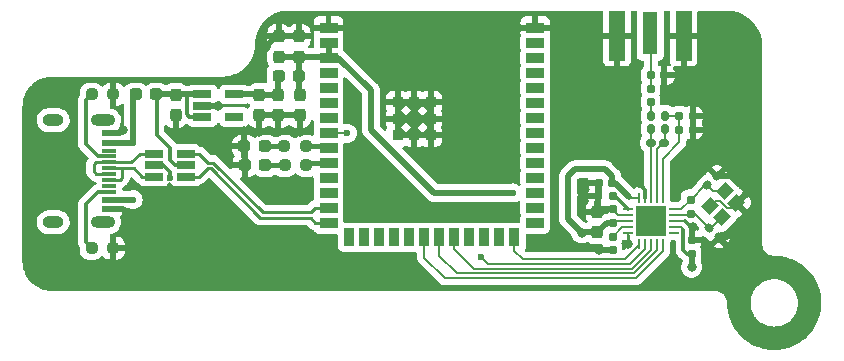
<source format=gbr>
%TF.GenerationSoftware,KiCad,Pcbnew,7.0.7*%
%TF.CreationDate,2023-10-03T10:06:36+02:00*%
%TF.ProjectId,ESPxRF,45535078-5246-42e6-9b69-6361645f7063,rev?*%
%TF.SameCoordinates,Original*%
%TF.FileFunction,Copper,L1,Top*%
%TF.FilePolarity,Positive*%
%FSLAX46Y46*%
G04 Gerber Fmt 4.6, Leading zero omitted, Abs format (unit mm)*
G04 Created by KiCad (PCBNEW 7.0.7) date 2023-10-03 10:06:36*
%MOMM*%
%LPD*%
G01*
G04 APERTURE LIST*
G04 Aperture macros list*
%AMRoundRect*
0 Rectangle with rounded corners*
0 $1 Rounding radius*
0 $2 $3 $4 $5 $6 $7 $8 $9 X,Y pos of 4 corners*
0 Add a 4 corners polygon primitive as box body*
4,1,4,$2,$3,$4,$5,$6,$7,$8,$9,$2,$3,0*
0 Add four circle primitives for the rounded corners*
1,1,$1+$1,$2,$3*
1,1,$1+$1,$4,$5*
1,1,$1+$1,$6,$7*
1,1,$1+$1,$8,$9*
0 Add four rect primitives between the rounded corners*
20,1,$1+$1,$2,$3,$4,$5,0*
20,1,$1+$1,$4,$5,$6,$7,0*
20,1,$1+$1,$6,$7,$8,$9,0*
20,1,$1+$1,$8,$9,$2,$3,0*%
%AMRotRect*
0 Rectangle, with rotation*
0 The origin of the aperture is its center*
0 $1 length*
0 $2 width*
0 $3 Rotation angle, in degrees counterclockwise*
0 Add horizontal line*
21,1,$1,$2,0,0,$3*%
G04 Aperture macros list end*
%TA.AperFunction,SMDPad,CuDef*%
%ADD10RoundRect,0.237500X0.237500X-0.300000X0.237500X0.300000X-0.237500X0.300000X-0.237500X-0.300000X0*%
%TD*%
%TA.AperFunction,SMDPad,CuDef*%
%ADD11RoundRect,0.155000X-0.212500X-0.155000X0.212500X-0.155000X0.212500X0.155000X-0.212500X0.155000X0*%
%TD*%
%TA.AperFunction,SMDPad,CuDef*%
%ADD12RotRect,1.150000X1.000000X225.000000*%
%TD*%
%TA.AperFunction,SMDPad,CuDef*%
%ADD13RoundRect,0.237500X-0.237500X0.300000X-0.237500X-0.300000X0.237500X-0.300000X0.237500X0.300000X0*%
%TD*%
%TA.AperFunction,SMDPad,CuDef*%
%ADD14RoundRect,0.237500X-0.287500X-0.237500X0.287500X-0.237500X0.287500X0.237500X-0.287500X0.237500X0*%
%TD*%
%TA.AperFunction,SMDPad,CuDef*%
%ADD15RoundRect,0.155000X0.155000X-0.212500X0.155000X0.212500X-0.155000X0.212500X-0.155000X-0.212500X0*%
%TD*%
%TA.AperFunction,SMDPad,CuDef*%
%ADD16RoundRect,0.160000X0.160000X-0.222500X0.160000X0.222500X-0.160000X0.222500X-0.160000X-0.222500X0*%
%TD*%
%TA.AperFunction,SMDPad,CuDef*%
%ADD17RoundRect,0.160000X-0.160000X0.197500X-0.160000X-0.197500X0.160000X-0.197500X0.160000X0.197500X0*%
%TD*%
%TA.AperFunction,SMDPad,CuDef*%
%ADD18R,1.500000X0.900000*%
%TD*%
%TA.AperFunction,SMDPad,CuDef*%
%ADD19R,0.900000X1.500000*%
%TD*%
%TA.AperFunction,SMDPad,CuDef*%
%ADD20R,0.900000X0.900000*%
%TD*%
%TA.AperFunction,ComponentPad*%
%ADD21C,0.400000*%
%TD*%
%TA.AperFunction,SMDPad,CuDef*%
%ADD22RoundRect,0.160000X-0.222500X-0.160000X0.222500X-0.160000X0.222500X0.160000X-0.222500X0.160000X0*%
%TD*%
%TA.AperFunction,SMDPad,CuDef*%
%ADD23RoundRect,0.155000X-0.040659X-0.259862X0.259862X0.040659X0.040659X0.259862X-0.259862X-0.040659X0*%
%TD*%
%TA.AperFunction,SMDPad,CuDef*%
%ADD24RoundRect,0.155000X-0.259862X0.040659X0.040659X-0.259862X0.259862X-0.040659X-0.040659X0.259862X0*%
%TD*%
%TA.AperFunction,SMDPad,CuDef*%
%ADD25RoundRect,0.237500X0.250000X0.237500X-0.250000X0.237500X-0.250000X-0.237500X0.250000X-0.237500X0*%
%TD*%
%TA.AperFunction,SMDPad,CuDef*%
%ADD26RoundRect,0.155000X-0.155000X0.212500X-0.155000X-0.212500X0.155000X-0.212500X0.155000X0.212500X0*%
%TD*%
%TA.AperFunction,SMDPad,CuDef*%
%ADD27R,1.560000X0.650000*%
%TD*%
%TA.AperFunction,SMDPad,CuDef*%
%ADD28RoundRect,0.160000X-0.197500X-0.160000X0.197500X-0.160000X0.197500X0.160000X-0.197500X0.160000X0*%
%TD*%
%TA.AperFunction,SMDPad,CuDef*%
%ADD29RoundRect,0.237500X-0.250000X-0.237500X0.250000X-0.237500X0.250000X0.237500X-0.250000X0.237500X0*%
%TD*%
%TA.AperFunction,SMDPad,CuDef*%
%ADD30RoundRect,0.155000X0.212500X0.155000X-0.212500X0.155000X-0.212500X-0.155000X0.212500X-0.155000X0*%
%TD*%
%TA.AperFunction,SMDPad,CuDef*%
%ADD31R,1.150000X0.600000*%
%TD*%
%TA.AperFunction,SMDPad,CuDef*%
%ADD32R,1.150000X0.300000*%
%TD*%
%TA.AperFunction,ComponentPad*%
%ADD33O,2.100000X1.000000*%
%TD*%
%TA.AperFunction,ComponentPad*%
%ADD34O,1.800000X1.000000*%
%TD*%
%TA.AperFunction,SMDPad,CuDef*%
%ADD35R,1.270000X3.600000*%
%TD*%
%TA.AperFunction,SMDPad,CuDef*%
%ADD36R,1.350000X4.200000*%
%TD*%
%TA.AperFunction,SMDPad,CuDef*%
%ADD37RoundRect,0.062500X0.062500X-0.350000X0.062500X0.350000X-0.062500X0.350000X-0.062500X-0.350000X0*%
%TD*%
%TA.AperFunction,SMDPad,CuDef*%
%ADD38RoundRect,0.062500X0.350000X-0.062500X0.350000X0.062500X-0.350000X0.062500X-0.350000X-0.062500X0*%
%TD*%
%TA.AperFunction,SMDPad,CuDef*%
%ADD39R,2.500000X2.500000*%
%TD*%
%TA.AperFunction,ViaPad*%
%ADD40C,0.600000*%
%TD*%
%TA.AperFunction,ViaPad*%
%ADD41C,0.800000*%
%TD*%
%TA.AperFunction,Conductor*%
%ADD42C,0.200000*%
%TD*%
%TA.AperFunction,Conductor*%
%ADD43C,0.250000*%
%TD*%
%TA.AperFunction,Conductor*%
%ADD44C,0.267208*%
%TD*%
%TA.AperFunction,Conductor*%
%ADD45C,0.300000*%
%TD*%
%TA.AperFunction,Conductor*%
%ADD46C,0.500000*%
%TD*%
%TA.AperFunction,Conductor*%
%ADD47C,0.400000*%
%TD*%
G04 APERTURE END LIST*
D10*
%TO.P,C14,1*%
%TO.N,+3V3*%
X109715000Y-63162500D03*
%TO.P,C14,2*%
%TO.N,GND*%
X109715000Y-61437500D03*
%TD*%
D11*
%TO.P,C11,1*%
%TO.N,VDD_PA*%
X141915000Y-69353749D03*
%TO.P,C11,2*%
%TO.N,GND*%
X143050000Y-69353749D03*
%TD*%
D12*
%TO.P,Y1,1,1*%
%TO.N,XC1*%
X145765000Y-74546307D03*
%TO.P,Y1,2,2*%
%TO.N,GND*%
X144527563Y-75783744D03*
%TO.P,Y1,3,3*%
%TO.N,XC2*%
X145517512Y-76773693D03*
%TO.P,Y1,4,4*%
%TO.N,GND*%
X146754949Y-75536256D03*
%TD*%
D13*
%TO.P,C8,1*%
%TO.N,+3V3*%
X109765000Y-66410000D03*
%TO.P,C8,2*%
%TO.N,GND*%
X109765000Y-68135000D03*
%TD*%
%TO.P,C7,1*%
%TO.N,Net-(U1-out)*%
X107965000Y-66410000D03*
%TO.P,C7,2*%
%TO.N,GND*%
X107965000Y-68135000D03*
%TD*%
D11*
%TO.P,C10,1*%
%TO.N,Net-(J2-In)*%
X139515000Y-64726250D03*
%TO.P,C10,2*%
%TO.N,GND*%
X140650000Y-64726250D03*
%TD*%
D14*
%TO.P,F1,1*%
%TO.N,Net-(F1-Pad1)*%
X95890000Y-66360000D03*
%TO.P,F1,2*%
%TO.N,+5V*%
X97640000Y-66360000D03*
%TD*%
D13*
%TO.P,C6,1*%
%TO.N,Net-(U1-out)*%
X106365000Y-66410000D03*
%TO.P,C6,2*%
%TO.N,GND*%
X106365000Y-68135000D03*
%TD*%
D15*
%TO.P,C9,1*%
%TO.N,Net-(C9-Pad1)*%
X139482500Y-66993750D03*
%TO.P,C9,2*%
%TO.N,Net-(J2-In)*%
X139482500Y-65858750D03*
%TD*%
D16*
%TO.P,L4,1*%
%TO.N,ANT1*%
X140682500Y-69298750D03*
%TO.P,L4,2*%
%TO.N,VDD_PA*%
X140682500Y-68153750D03*
%TD*%
D10*
%TO.P,C1,1*%
%TO.N,+3V3*%
X134964999Y-78022500D03*
%TO.P,C1,2*%
%TO.N,GND*%
X134964999Y-76297500D03*
%TD*%
D17*
%TO.P,R6,1*%
%TO.N,XC1*%
X142865000Y-75259999D03*
%TO.P,R6,2*%
%TO.N,XC2*%
X142865000Y-76454999D03*
%TD*%
D15*
%TO.P,C3,1*%
%TO.N,+3V3*%
X136265000Y-77227500D03*
%TO.P,C3,2*%
%TO.N,GND*%
X136265000Y-76092500D03*
%TD*%
%TO.P,C4,1*%
%TO.N,+3V3*%
X142965000Y-79827500D03*
%TO.P,C4,2*%
%TO.N,GND*%
X142965000Y-78692500D03*
%TD*%
D18*
%TO.P,U4,1,GND*%
%TO.N,GND*%
X112215000Y-60700000D03*
%TO.P,U4,2,3V3*%
%TO.N,+3V3*%
X112215000Y-61970000D03*
%TO.P,U4,3,EN*%
X112215000Y-63240000D03*
%TO.P,U4,4,IO4*%
%TO.N,unconnected-(U4-IO4-Pad4)*%
X112215000Y-64510000D03*
%TO.P,U4,5,IO5*%
%TO.N,unconnected-(U4-IO5-Pad5)*%
X112215000Y-65780000D03*
%TO.P,U4,6,IO6*%
%TO.N,unconnected-(U4-IO6-Pad6)*%
X112215000Y-67050000D03*
%TO.P,U4,7,IO7*%
%TO.N,unconnected-(U4-IO7-Pad7)*%
X112215000Y-68320000D03*
%TO.P,U4,8,IO15*%
%TO.N,CSN*%
X112215000Y-69590000D03*
%TO.P,U4,9,IO16*%
%TO.N,Net-(U4-IO16)*%
X112215000Y-70860000D03*
%TO.P,U4,10,IO17*%
%TO.N,Net-(U4-IO17)*%
X112215000Y-72130000D03*
%TO.P,U4,11,IO18*%
%TO.N,unconnected-(U4-IO18-Pad11)*%
X112215000Y-73400000D03*
%TO.P,U4,12,IO8*%
%TO.N,unconnected-(U4-IO8-Pad12)*%
X112215000Y-74670000D03*
%TO.P,U4,13,IO19*%
%TO.N,USB_D-*%
X112215000Y-75940000D03*
%TO.P,U4,14,IO20*%
%TO.N,USB_D+*%
X112215000Y-77210000D03*
D19*
%TO.P,U4,15,IO3*%
%TO.N,unconnected-(U4-IO3-Pad15)*%
X113980000Y-78460000D03*
%TO.P,U4,16,IO46*%
%TO.N,unconnected-(U4-IO46-Pad16)*%
X115250000Y-78460000D03*
%TO.P,U4,17,IO9*%
%TO.N,unconnected-(U4-IO9-Pad17)*%
X116520000Y-78460000D03*
%TO.P,U4,18,IO10*%
%TO.N,unconnected-(U4-IO10-Pad18)*%
X117790000Y-78460000D03*
%TO.P,U4,19,IO11*%
%TO.N,unconnected-(U4-IO11-Pad19)*%
X119060000Y-78460000D03*
%TO.P,U4,20,IO12*%
%TO.N,MISO*%
X120330000Y-78460000D03*
%TO.P,U4,21,IO13*%
%TO.N,MOSI*%
X121600000Y-78460000D03*
%TO.P,U4,22,IO14*%
%TO.N,SCK*%
X122870000Y-78460000D03*
%TO.P,U4,23,IO21*%
%TO.N,unconnected-(U4-IO21-Pad23)*%
X124140000Y-78460000D03*
%TO.P,U4,24,IO47*%
%TO.N,unconnected-(U4-IO47-Pad24)*%
X125410000Y-78460000D03*
%TO.P,U4,25,IO48*%
%TO.N,unconnected-(U4-IO48-Pad25)*%
X126680000Y-78460000D03*
%TO.P,U4,26,IO45*%
%TO.N,CE*%
X127950000Y-78460000D03*
D18*
%TO.P,U4,27,IO0*%
%TO.N,unconnected-(U4-IO0-Pad27)*%
X129715000Y-77210000D03*
%TO.P,U4,28,IO35*%
%TO.N,unconnected-(U4-IO35-Pad28)*%
X129715000Y-75940000D03*
%TO.P,U4,29,IO36*%
%TO.N,unconnected-(U4-IO36-Pad29)*%
X129715000Y-74670000D03*
%TO.P,U4,30,IO37*%
%TO.N,unconnected-(U4-IO37-Pad30)*%
X129715000Y-73400000D03*
%TO.P,U4,31,IO38*%
%TO.N,unconnected-(U4-IO38-Pad31)*%
X129715000Y-72130000D03*
%TO.P,U4,32,IO39*%
%TO.N,unconnected-(U4-IO39-Pad32)*%
X129715000Y-70860000D03*
%TO.P,U4,33,IO40*%
%TO.N,unconnected-(U4-IO40-Pad33)*%
X129715000Y-69590000D03*
%TO.P,U4,34,IO41*%
%TO.N,unconnected-(U4-IO41-Pad34)*%
X129715000Y-68320000D03*
%TO.P,U4,35,IO42*%
%TO.N,unconnected-(U4-IO42-Pad35)*%
X129715000Y-67050000D03*
%TO.P,U4,36,RXD0*%
%TO.N,unconnected-(U4-RXD0-Pad36)*%
X129715000Y-65780000D03*
%TO.P,U4,37,TXD0*%
%TO.N,unconnected-(U4-TXD0-Pad37)*%
X129715000Y-64510000D03*
%TO.P,U4,38,IO2*%
%TO.N,unconnected-(U4-IO2-Pad38)*%
X129715000Y-63240000D03*
%TO.P,U4,39,IO1*%
%TO.N,unconnected-(U4-IO1-Pad39)*%
X129715000Y-61970000D03*
%TO.P,U4,40,GND*%
%TO.N,GND*%
X129715000Y-60700000D03*
D20*
%TO.P,U4,41_1,GND*%
X119465000Y-68420000D03*
%TO.P,U4,41_2,GND*%
X118065000Y-68420000D03*
%TO.P,U4,41_3,GND*%
X120865000Y-68420000D03*
%TO.P,U4,41_4,GND*%
X118065000Y-69820000D03*
%TO.P,U4,41_5,GND*%
X119465000Y-69820000D03*
%TO.P,U4,41_6,GND*%
X120865000Y-69820000D03*
%TO.P,U4,41_7,GND*%
X118065000Y-67020000D03*
%TO.P,U4,41_8,GND*%
X119465000Y-67020000D03*
%TO.P,U4,41_9,GND*%
X120865000Y-67020000D03*
D21*
%TO.P,U4,41_10*%
X119465000Y-67720000D03*
%TO.P,U4,41_11*%
X118065000Y-67720000D03*
%TO.P,U4,41_12*%
X120865000Y-67720000D03*
%TO.P,U4,41_13*%
X118065000Y-69120000D03*
%TO.P,U4,41_14*%
X119465000Y-69120000D03*
%TO.P,U4,41_15*%
X120865000Y-69120000D03*
%TO.P,U4,41_16*%
X118765000Y-67020000D03*
%TO.P,U4,41_17*%
X120165000Y-67020000D03*
%TO.P,U4,41_18*%
X118765000Y-68420000D03*
%TO.P,U4,41_19*%
X120165000Y-68420000D03*
%TO.P,U4,41_20*%
X118765000Y-69820000D03*
%TO.P,U4,41_21*%
X120165000Y-69820000D03*
%TD*%
D22*
%TO.P,L3,1*%
%TO.N,ANT2*%
X139510000Y-70426250D03*
%TO.P,L3,2*%
%TO.N,ANT1*%
X140655000Y-70426250D03*
%TD*%
D23*
%TO.P,C16,1*%
%TO.N,XC1*%
X144263717Y-74061283D03*
%TO.P,C16,2*%
%TO.N,GND*%
X145066283Y-73258717D03*
%TD*%
D14*
%TO.P,L1,1*%
%TO.N,Net-(U1-out)*%
X107990000Y-64772500D03*
%TO.P,L1,2*%
%TO.N,+3V3*%
X109740000Y-64772500D03*
%TD*%
D24*
%TO.P,C17,1*%
%TO.N,XC2*%
X144463717Y-77658718D03*
%TO.P,C17,2*%
%TO.N,GND*%
X145266283Y-78461284D03*
%TD*%
D25*
%TO.P,R2,1*%
%TO.N,Net-(U4-IO17)*%
X110327500Y-72360000D03*
%TO.P,R2,2*%
%TO.N,Net-(D2-A)*%
X108502500Y-72360000D03*
%TD*%
D11*
%TO.P,C12,1*%
%TO.N,VDD_PA*%
X141915000Y-68153750D03*
%TO.P,C12,2*%
%TO.N,GND*%
X143050000Y-68153750D03*
%TD*%
D26*
%TO.P,C15,1*%
%TO.N,Net-(U2-DVDD)*%
X136265000Y-78392500D03*
%TO.P,C15,2*%
%TO.N,GND*%
X136265000Y-79527500D03*
%TD*%
D27*
%TO.P,U1,1,in*%
%TO.N,+5V*%
X101520000Y-66360000D03*
%TO.P,U1,2,GND*%
%TO.N,GND*%
X101520000Y-67310000D03*
%TO.P,U1,3,EN*%
%TO.N,+5V*%
X101520000Y-68260000D03*
%TO.P,U1,4*%
%TO.N,N/C*%
X104220000Y-68260000D03*
%TO.P,U1,5,out*%
%TO.N,Net-(U1-out)*%
X104220000Y-66360000D03*
%TD*%
D14*
%TO.P,D1,1,K*%
%TO.N,GND*%
X105090000Y-70760000D03*
%TO.P,D1,2,A*%
%TO.N,Net-(D1-A)*%
X106840000Y-70760000D03*
%TD*%
D28*
%TO.P,R5,1*%
%TO.N,GND*%
X135067500Y-74960000D03*
%TO.P,R5,2*%
%TO.N,Net-(U2-IREF)*%
X136262500Y-74960000D03*
%TD*%
D14*
%TO.P,D2,1,K*%
%TO.N,GND*%
X105115000Y-72360000D03*
%TO.P,D2,2,A*%
%TO.N,Net-(D2-A)*%
X106865000Y-72360000D03*
%TD*%
D29*
%TO.P,R4,1*%
%TO.N,Net-(J1-CC1)*%
X92152500Y-66360000D03*
%TO.P,R4,2*%
%TO.N,GND*%
X93977500Y-66360000D03*
%TD*%
D30*
%TO.P,C2,1*%
%TO.N,+3V3*%
X136232500Y-73860000D03*
%TO.P,C2,2*%
%TO.N,GND*%
X135097500Y-73860000D03*
%TD*%
D31*
%TO.P,J1,A1,GND*%
%TO.N,GND*%
X93655000Y-69660000D03*
%TO.P,J1,A4,VBUS*%
%TO.N,Net-(F1-Pad1)*%
X93655000Y-70460000D03*
D32*
%TO.P,J1,A5,CC1*%
%TO.N,Net-(J1-CC1)*%
X93655000Y-71610000D03*
%TO.P,J1,A6,D+*%
%TO.N,USBCON_D+*%
X93655000Y-72610000D03*
%TO.P,J1,A7,D-*%
%TO.N,USBCON_D-*%
X93655000Y-73110000D03*
%TO.P,J1,A8,SBU1*%
%TO.N,unconnected-(J1-SBU1-PadA8)*%
X93655000Y-74110000D03*
D31*
%TO.P,J1,A9,VBUS*%
%TO.N,Net-(F1-Pad1)*%
X93655000Y-75260000D03*
%TO.P,J1,A12,GND*%
%TO.N,GND*%
X93655000Y-76060000D03*
%TO.P,J1,B1,GND*%
X93655000Y-76060000D03*
%TO.P,J1,B4,VBUS*%
%TO.N,Net-(F1-Pad1)*%
X93655000Y-75260000D03*
D32*
%TO.P,J1,B5,CC2*%
%TO.N,Net-(J1-CC2)*%
X93655000Y-74610000D03*
%TO.P,J1,B6,D+*%
%TO.N,USBCON_D+*%
X93655000Y-73610000D03*
%TO.P,J1,B7,D-*%
%TO.N,USBCON_D-*%
X93655000Y-72110000D03*
%TO.P,J1,B8,SBU2*%
%TO.N,unconnected-(J1-SBU2-PadB8)*%
X93655000Y-71110000D03*
D31*
%TO.P,J1,B9,VBUS*%
%TO.N,Net-(F1-Pad1)*%
X93655000Y-70460000D03*
%TO.P,J1,B12,GND*%
%TO.N,GND*%
X93655000Y-69660000D03*
D33*
%TO.P,J1,S1,SHIELD*%
%TO.N,unconnected-(J1-SHIELD-PadS1)*%
X93080000Y-68540000D03*
D34*
X88900000Y-68540000D03*
D33*
X93080000Y-77180000D03*
D34*
X88900000Y-77180000D03*
%TD*%
D27*
%TO.P,U3,1*%
%TO.N,USBCON_D-*%
X97415000Y-71410000D03*
%TO.P,U3,2*%
%TO.N,GND*%
X97415000Y-72360000D03*
%TO.P,U3,3*%
%TO.N,USBCON_D+*%
X97415000Y-73310000D03*
%TO.P,U3,4*%
%TO.N,USB_D+*%
X100115000Y-73310000D03*
%TO.P,U3,5*%
%TO.N,+5V*%
X100115000Y-72360000D03*
%TO.P,U3,6*%
%TO.N,USB_D-*%
X100115000Y-71410000D03*
%TD*%
D16*
%TO.P,L2,1*%
%TO.N,ANT2*%
X139482500Y-69298750D03*
%TO.P,L2,2*%
%TO.N,Net-(C9-Pad1)*%
X139482500Y-68153750D03*
%TD*%
D10*
%TO.P,C13,1*%
%TO.N,+3V3*%
X108015000Y-63162500D03*
%TO.P,C13,2*%
%TO.N,GND*%
X108015000Y-61437500D03*
%TD*%
D35*
%TO.P,J2,1,In*%
%TO.N,Net-(J2-In)*%
X139450000Y-61188750D03*
D36*
%TO.P,J2,2,Ext*%
%TO.N,GND*%
X142275000Y-61388750D03*
X136625000Y-61388750D03*
%TD*%
D37*
%TO.P,U2,1,CE*%
%TO.N,CE*%
X138527500Y-78997500D03*
%TO.P,U2,2,CSN*%
%TO.N,CSN*%
X139027500Y-78997500D03*
%TO.P,U2,3,SCK*%
%TO.N,SCK*%
X139527500Y-78997500D03*
%TO.P,U2,4,MOSI*%
%TO.N,MOSI*%
X140027500Y-78997500D03*
%TO.P,U2,5,MISO*%
%TO.N,MISO*%
X140527500Y-78997500D03*
D38*
%TO.P,U2,6,IRQ*%
%TO.N,IRQ*%
X141465000Y-78060000D03*
%TO.P,U2,7,VDD*%
%TO.N,+3V3*%
X141465000Y-77560000D03*
%TO.P,U2,8,VSS*%
%TO.N,GND*%
X141465000Y-77060000D03*
%TO.P,U2,9,XC2*%
%TO.N,XC2*%
X141465000Y-76560000D03*
%TO.P,U2,10,XC1*%
%TO.N,XC1*%
X141465000Y-76060000D03*
D37*
%TO.P,U2,11,VDD_PA*%
%TO.N,VDD_PA*%
X140527500Y-75122500D03*
%TO.P,U2,12,ANT1*%
%TO.N,ANT1*%
X140027500Y-75122500D03*
%TO.P,U2,13,ANT2*%
%TO.N,ANT2*%
X139527500Y-75122500D03*
%TO.P,U2,14,VSS*%
%TO.N,GND*%
X139027500Y-75122500D03*
%TO.P,U2,15,VDD*%
%TO.N,+3V3*%
X138527500Y-75122500D03*
D38*
%TO.P,U2,16,IREF*%
%TO.N,Net-(U2-IREF)*%
X137590000Y-76060000D03*
%TO.P,U2,17,VSS*%
%TO.N,GND*%
X137590000Y-76560000D03*
%TO.P,U2,18,VDD*%
%TO.N,+3V3*%
X137590000Y-77060000D03*
%TO.P,U2,19,DVDD*%
%TO.N,Net-(U2-DVDD)*%
X137590000Y-77560000D03*
%TO.P,U2,20,VSS*%
%TO.N,GND*%
X137590000Y-78060000D03*
D39*
%TO.P,U2,21*%
%TO.N,N/C*%
X139527500Y-77060000D03*
%TD*%
D13*
%TO.P,C5,1*%
%TO.N,+5V*%
X99265000Y-66410000D03*
%TO.P,C5,2*%
%TO.N,GND*%
X99265000Y-68135000D03*
%TD*%
D29*
%TO.P,R3,1*%
%TO.N,Net-(J1-CC2)*%
X92152500Y-79360000D03*
%TO.P,R3,2*%
%TO.N,GND*%
X93977500Y-79360000D03*
%TD*%
D25*
%TO.P,R1,1*%
%TO.N,Net-(U4-IO16)*%
X110277500Y-70760000D03*
%TO.P,R1,2*%
%TO.N,Net-(D1-A)*%
X108452500Y-70760000D03*
%TD*%
D40*
%TO.N,CSN*%
X125150000Y-80150000D03*
X113800000Y-69650000D03*
%TO.N,+3V3*%
X127800000Y-74700000D03*
X132500000Y-74900000D03*
D41*
X133665000Y-78060001D03*
X142965000Y-80960000D03*
%TO.N,GND*%
X109765000Y-69535000D03*
X133800000Y-65000000D03*
X140696250Y-65912500D03*
X94800000Y-69400000D03*
X143096250Y-67112500D03*
X133800000Y-69000000D03*
D40*
X98765000Y-73410000D03*
D41*
X133800000Y-63000000D03*
X131800000Y-61000000D03*
X138465000Y-73860000D03*
D40*
X133965001Y-74960000D03*
D41*
X133965000Y-73860000D03*
X125150000Y-62650000D03*
X144100000Y-61426250D03*
X147200000Y-69200000D03*
X127650000Y-72650000D03*
D40*
X140365000Y-77060000D03*
D41*
X135100000Y-79500000D03*
X133800000Y-67000000D03*
X125100000Y-70150000D03*
X131800000Y-65000000D03*
X88900000Y-74500000D03*
X135800000Y-65000000D03*
X137800000Y-69000000D03*
X95650000Y-76900000D03*
X146765000Y-73560000D03*
X137800000Y-67000000D03*
X102870000Y-67310000D03*
X137800000Y-65000000D03*
X122650000Y-65150000D03*
X135800000Y-67000000D03*
X133800000Y-71000000D03*
D40*
X139527500Y-77060000D03*
D41*
X131800000Y-67000000D03*
X120915000Y-60760000D03*
X106365000Y-69572500D03*
X135000000Y-61426250D03*
X122650000Y-62650000D03*
X122650000Y-67650000D03*
X105065000Y-69460000D03*
X145200000Y-71200000D03*
X137565000Y-79060000D03*
X125100000Y-65150000D03*
D40*
X138765000Y-77060000D03*
D41*
X133665001Y-76260000D03*
X124815000Y-60760000D03*
X145200000Y-67200000D03*
X99265000Y-69472500D03*
X127650000Y-67650000D03*
X106900000Y-62300000D03*
X107965000Y-69535000D03*
X133800000Y-61000000D03*
X147200000Y-65200000D03*
X147200000Y-67200000D03*
X127650000Y-65150000D03*
X146465000Y-77960000D03*
X127650000Y-70150000D03*
X122650000Y-70150000D03*
X147665000Y-76460000D03*
X122650000Y-72650000D03*
X125150000Y-72650000D03*
X147200000Y-61200000D03*
X147665000Y-74660001D03*
X131800000Y-63000000D03*
X135800000Y-71000000D03*
X147200000Y-63200000D03*
X125150000Y-67650000D03*
X131800000Y-69000000D03*
X128215000Y-60760000D03*
X117215000Y-60760000D03*
X88900000Y-71200000D03*
X131800000Y-71000000D03*
X135800000Y-69000000D03*
X115600000Y-74600000D03*
X88900000Y-72850000D03*
X145200000Y-65200000D03*
X145200000Y-63200000D03*
X137800000Y-71000000D03*
X147200000Y-71200000D03*
X145200000Y-61200000D03*
X145200000Y-69200000D03*
X143065000Y-77560000D03*
X143200000Y-65200000D03*
X127650000Y-62650000D03*
X113915000Y-60760000D03*
D40*
%TO.N,Net-(F1-Pad1)*%
X95665000Y-75260000D03*
X95665000Y-70460000D03*
%TD*%
D42*
%TO.N,VDD_PA*%
X141915000Y-70415946D02*
X140527500Y-71803446D01*
X141915000Y-69353749D02*
X141915000Y-70415946D01*
X141915000Y-68153750D02*
X141915000Y-69353749D01*
X140682500Y-68153750D02*
X141915000Y-68153750D01*
X140527500Y-71803446D02*
X140527500Y-75122500D01*
%TO.N,XC1*%
X144063717Y-74061283D02*
X142865000Y-75260000D01*
X141465000Y-76060000D02*
X142065000Y-76060000D01*
X144263717Y-74061283D02*
X144063717Y-74061283D01*
X145765000Y-74546307D02*
X144748741Y-74546307D01*
X142065000Y-76060000D02*
X142865000Y-75260000D01*
X144748741Y-74546307D02*
X144263717Y-74061283D01*
%TO.N,XC2*%
X142760000Y-76560000D02*
X142865000Y-76455000D01*
X144632488Y-77658717D02*
X145517512Y-76773693D01*
X144463717Y-77658717D02*
X144632488Y-77658717D01*
X142870000Y-76460000D02*
X142865000Y-76455000D01*
X143260000Y-76455000D02*
X144463717Y-77658717D01*
X142865000Y-76455000D02*
X143260000Y-76455000D01*
X141465000Y-76559999D02*
X142760000Y-76560000D01*
%TO.N,Net-(U2-DVDD)*%
X137097500Y-77560000D02*
X136265000Y-78392500D01*
X137590000Y-77560000D02*
X137097500Y-77560000D01*
D43*
%TO.N,USBCON_D+*%
X93655000Y-72610000D02*
X95724000Y-72610000D01*
D44*
X94765163Y-73398445D02*
X94765163Y-72596803D01*
D43*
X95724000Y-72610000D02*
X96424000Y-73310000D01*
D44*
X94553608Y-73610000D02*
X94765163Y-73398445D01*
X94765163Y-72596803D02*
X95250000Y-72596803D01*
X93655000Y-73610000D02*
X94553608Y-73610000D01*
D43*
X96424000Y-73310000D02*
X97510000Y-73310000D01*
D42*
%TO.N,ANT2*%
X139510000Y-75105000D02*
X139527500Y-75122500D01*
X139482500Y-69298750D02*
X139482500Y-70398750D01*
X139510000Y-70426250D02*
X139510000Y-75105000D01*
X139482500Y-70398750D02*
X139510000Y-70426250D01*
%TO.N,ANT1*%
X140682500Y-69298750D02*
X140682500Y-70398750D01*
X140027500Y-70946314D02*
X140547564Y-70426250D01*
X140547564Y-70426250D02*
X140655000Y-70426250D01*
X140027500Y-75122500D02*
X140027500Y-70946314D01*
X140682500Y-70398750D02*
X140655000Y-70426250D01*
D45*
%TO.N,Net-(U2-IREF)*%
X136262500Y-74960001D02*
X136490000Y-74960000D01*
X136490000Y-74960000D02*
X137590000Y-76060000D01*
D42*
%TO.N,CE*%
X127950000Y-79600000D02*
X127950000Y-78460000D01*
X137319475Y-80300000D02*
X128650000Y-80300000D01*
X138527500Y-79091975D02*
X137319475Y-80300000D01*
X138527500Y-78997500D02*
X138527500Y-79091975D01*
X128650000Y-80300000D02*
X127950000Y-79600000D01*
%TO.N,CSN*%
X137751478Y-80703200D02*
X125703200Y-80703200D01*
X112275000Y-69650000D02*
X112215000Y-69590000D01*
X139027500Y-79427178D02*
X137751478Y-80703200D01*
X125703200Y-80703200D02*
X125150000Y-80150000D01*
X113800000Y-69650000D02*
X112275000Y-69650000D01*
X139027500Y-78997500D02*
X139027500Y-79427178D01*
%TO.N,SCK*%
X122870000Y-79410000D02*
X122870000Y-78460000D01*
X139527500Y-78997500D02*
X139527500Y-79497388D01*
X124566400Y-81106400D02*
X122870000Y-79410000D01*
X137918488Y-81106400D02*
X124566400Y-81106400D01*
X139527500Y-79497388D02*
X137918488Y-81106400D01*
%TO.N,MOSI*%
X140027500Y-78997500D02*
X140027500Y-79567598D01*
X138085498Y-81509600D02*
X123059600Y-81509600D01*
X123059600Y-81509600D02*
X121600000Y-80050000D01*
X140027500Y-79567598D02*
X138085498Y-81509600D01*
X121600000Y-80050000D02*
X121600000Y-78460000D01*
%TO.N,MISO*%
X138252508Y-81912800D02*
X122079390Y-81912800D01*
X120330000Y-80163410D02*
X120330000Y-78460000D01*
X122079390Y-81912800D02*
X120330000Y-80163410D01*
X140527500Y-79637808D02*
X138252508Y-81912800D01*
X140527500Y-78997500D02*
X140527500Y-79637808D01*
D46*
%TO.N,Net-(U1-out)*%
X106315000Y-66360000D02*
X106365000Y-66410000D01*
X107965000Y-66372500D02*
X107965000Y-64797500D01*
X107915000Y-66322500D02*
X107965000Y-66372500D01*
X107965000Y-64797500D02*
X107990000Y-64772500D01*
X106365000Y-66410000D02*
X107965000Y-66410000D01*
X104220000Y-66360000D02*
X106315000Y-66360000D01*
D42*
%TO.N,Net-(C9-Pad1)*%
X139482500Y-66993750D02*
X139482500Y-68153750D01*
%TO.N,Net-(J2-In)*%
X139500000Y-64711250D02*
X139515000Y-64726250D01*
X139482500Y-64758750D02*
X139515000Y-64726250D01*
X139482500Y-65858750D02*
X139482500Y-64758750D01*
X139500000Y-61188750D02*
X139500000Y-64711250D01*
D45*
%TO.N,Net-(J1-CC1)*%
X93655000Y-71610000D02*
X92730000Y-71610000D01*
X91680000Y-66832500D02*
X92152500Y-66360000D01*
X92730000Y-71610000D02*
X91680000Y-70560000D01*
X91680000Y-70560000D02*
X91680000Y-66832500D01*
D46*
%TO.N,+3V3*%
X132500000Y-74900000D02*
X132500000Y-73250000D01*
X133050000Y-72700000D02*
X135650000Y-72700000D01*
D42*
X142065000Y-77560000D02*
X142265000Y-77760000D01*
D46*
X112215000Y-61970000D02*
X112215000Y-63240000D01*
X109740000Y-66385000D02*
X109765000Y-66410000D01*
X109715000Y-64747500D02*
X109740000Y-64772500D01*
D42*
X137727500Y-75122500D02*
X137665000Y-75060000D01*
D46*
X142965000Y-79827500D02*
X142965000Y-80960000D01*
D42*
X142265000Y-77760000D02*
X142265000Y-77864137D01*
D46*
X115800000Y-69361400D02*
X121138600Y-74700000D01*
X136232500Y-73282500D02*
X136232500Y-73860000D01*
X115800000Y-68100000D02*
X115800000Y-69361400D01*
X133702500Y-78022501D02*
X133665000Y-78060001D01*
X109740000Y-64772500D02*
X109740000Y-66385000D01*
X132500000Y-74900000D02*
X132500000Y-76895001D01*
X112137500Y-63162500D02*
X112215000Y-63240000D01*
X136965000Y-74360000D02*
X137315000Y-74710000D01*
D45*
X142265000Y-79560000D02*
X142532500Y-79827499D01*
D42*
X136265000Y-77227500D02*
X136432500Y-77060000D01*
D45*
X142265000Y-77864137D02*
X142265000Y-79560000D01*
X142532500Y-79827499D02*
X142965000Y-79827500D01*
D46*
X112215000Y-63240000D02*
X113051400Y-63240000D01*
X113051400Y-63240000D02*
X115800000Y-65988600D01*
X132500000Y-73250000D02*
X133050000Y-72700000D01*
X136265000Y-77227500D02*
X135760000Y-77227500D01*
X109715000Y-63162500D02*
X112137500Y-63162500D01*
X137315000Y-74710000D02*
X137665000Y-75060000D01*
D42*
X136432500Y-77060000D02*
X137590000Y-77060000D01*
D46*
X121138600Y-74700000D02*
X127800000Y-74700000D01*
X135760000Y-77227500D02*
X134965000Y-78022500D01*
X136465000Y-73860000D02*
X136965000Y-74360000D01*
X108015000Y-63162500D02*
X109715000Y-63162500D01*
X136232500Y-73860000D02*
X136465000Y-73860000D01*
D42*
X141465000Y-77560000D02*
X142065000Y-77560000D01*
D46*
X134965000Y-78022500D02*
X133702500Y-78022501D01*
X109715000Y-63162500D02*
X109715000Y-64747500D01*
D42*
X138527500Y-75122500D02*
X137727500Y-75122500D01*
D46*
X132500000Y-76895001D02*
X133665000Y-78060001D01*
X135650000Y-72700000D02*
X136232500Y-73282500D01*
X115800000Y-65988600D02*
X115800000Y-68100000D01*
%TO.N,+5V*%
X99215000Y-66360000D02*
X99265000Y-66410000D01*
D45*
X100020000Y-72360000D02*
X99215000Y-72360000D01*
X99215000Y-72360000D02*
X98765000Y-71910000D01*
X100227420Y-68047420D02*
X100227420Y-66462580D01*
D46*
X101520000Y-66360000D02*
X100330000Y-66360000D01*
X100330000Y-66360000D02*
X99315000Y-66360000D01*
X99315000Y-66360000D02*
X99265000Y-66410000D01*
D45*
X97665000Y-69760000D02*
X97665000Y-66385000D01*
X98765000Y-70860000D02*
X97665000Y-69760000D01*
X100440000Y-68260000D02*
X100227420Y-68047420D01*
X98765000Y-71910000D02*
X98765000Y-70860000D01*
X97665000Y-66385000D02*
X97640000Y-66360000D01*
X101520000Y-68260000D02*
X100440000Y-68260000D01*
D46*
X97640000Y-66360000D02*
X99215000Y-66360000D01*
D45*
X100227420Y-66462580D02*
X100330000Y-66360000D01*
D46*
%TO.N,GND*%
X128275000Y-60700000D02*
X128215000Y-60760000D01*
X146463717Y-73258717D02*
X146765000Y-73560000D01*
D45*
X139027500Y-75122500D02*
X139027500Y-74422500D01*
D42*
X137590000Y-78060000D02*
X137590000Y-79035000D01*
D46*
X135097500Y-73860001D02*
X133965000Y-73860000D01*
X109715000Y-61437500D02*
X108015000Y-61437500D01*
D45*
X135067500Y-74960000D02*
X133965001Y-74960000D01*
X139027500Y-74422500D02*
X138465000Y-73860000D01*
D46*
X142965000Y-77660000D02*
X143065000Y-77560000D01*
X113855000Y-60700000D02*
X113915000Y-60760000D01*
X136675000Y-61388750D02*
X135037500Y-61388750D01*
D42*
X146348362Y-75942843D02*
X145924098Y-75942843D01*
D46*
X142965000Y-78692500D02*
X142965000Y-77660000D01*
X93655000Y-76060000D02*
X94810000Y-76060000D01*
X146788744Y-75536257D02*
X147665000Y-74660001D01*
X136265000Y-79527500D02*
X135127500Y-79527500D01*
D45*
X143065000Y-77560000D02*
X142891251Y-77560000D01*
D46*
X109765000Y-68135000D02*
X109765000Y-69535000D01*
X146754949Y-75536256D02*
X146754949Y-75549949D01*
X118065000Y-67020000D02*
X118065000Y-60810000D01*
X109727500Y-68097500D02*
X109765000Y-68135000D01*
X119465000Y-60810000D02*
X119415000Y-60760000D01*
X145066283Y-73258716D02*
X146463717Y-73258717D01*
D42*
X144934150Y-75377157D02*
X144527563Y-75783745D01*
X136732500Y-76560000D02*
X136265000Y-76092500D01*
D44*
X139527500Y-77060000D02*
X138765000Y-77060000D01*
D46*
X119465000Y-67020000D02*
X119465000Y-69820000D01*
X143050000Y-68153750D02*
X143050000Y-67158750D01*
X145266283Y-78461284D02*
X145963717Y-78461283D01*
X101520000Y-67310000D02*
X102870000Y-67310000D01*
X133702501Y-76297500D02*
X133665001Y-76260000D01*
X107965000Y-68097500D02*
X107965000Y-69535000D01*
X94810000Y-76060000D02*
X95650000Y-76900000D01*
X120865000Y-67020000D02*
X120865000Y-60810000D01*
X105115000Y-72360000D02*
X105115000Y-70785000D01*
D42*
X142391251Y-77060000D02*
X141465000Y-77060000D01*
D46*
X106900000Y-62300000D02*
X107762500Y-61437500D01*
X142325000Y-61388750D02*
X144062500Y-61388750D01*
X107762500Y-61437500D02*
X108015000Y-61437500D01*
X135127500Y-79527500D02*
X135100000Y-79500000D01*
X140650000Y-64726250D02*
X140650000Y-65866250D01*
D42*
X137590000Y-76560000D02*
X136732500Y-76560000D01*
D46*
X146754949Y-75536256D02*
X146788744Y-75536257D01*
X145963717Y-78461283D02*
X146465000Y-77960000D01*
X106365000Y-68135000D02*
X106365000Y-69572500D01*
X118015000Y-60760000D02*
X119415000Y-60760000D01*
D42*
X145924098Y-75942843D02*
X145358414Y-75377157D01*
D46*
X118065000Y-69820000D02*
X120865000Y-69820000D01*
X146754949Y-75549949D02*
X147665000Y-76460000D01*
X119415000Y-60760000D02*
X128215000Y-60760000D01*
X135170000Y-76092500D02*
X134965000Y-76297500D01*
X118065000Y-67020000D02*
X120865000Y-67020000D01*
X119465000Y-67020000D02*
X119465000Y-60810000D01*
X105090000Y-70760000D02*
X105090000Y-69485000D01*
X129715000Y-60700000D02*
X128275000Y-60700000D01*
X118065000Y-68420000D02*
X120865000Y-68420000D01*
X99265000Y-68135000D02*
X99265000Y-69472500D01*
D45*
X98765000Y-73410000D02*
X98765000Y-72910000D01*
D42*
X137590000Y-79035000D02*
X137565000Y-79060000D01*
D46*
X105115000Y-70785000D02*
X105090000Y-70760000D01*
D45*
X142891251Y-77560000D02*
X142391251Y-77060000D01*
D46*
X135037500Y-61388750D02*
X135000000Y-61426250D01*
X136265000Y-76092500D02*
X135170000Y-76092500D01*
X144062500Y-61388750D02*
X144100000Y-61426250D01*
X140650000Y-65866250D02*
X140696250Y-65912500D01*
X120865000Y-69820000D02*
X120865000Y-67020000D01*
X113915000Y-60760000D02*
X118015000Y-60760000D01*
X143050000Y-69353749D02*
X143050000Y-68153750D01*
D44*
X139527500Y-77060000D02*
X140365000Y-77060000D01*
D46*
X143050000Y-67158750D02*
X143096250Y-67112500D01*
X118065000Y-60810000D02*
X118015000Y-60760000D01*
D45*
X98215000Y-72360000D02*
X97510000Y-72360000D01*
X98765000Y-72910000D02*
X98215000Y-72360000D01*
D42*
X145358414Y-75377157D02*
X144934150Y-75377157D01*
D46*
X120865000Y-60810000D02*
X120915000Y-60760000D01*
X93655000Y-69660000D02*
X94540000Y-69660000D01*
D42*
X146754949Y-75536256D02*
X146348362Y-75942843D01*
D46*
X134965000Y-76297500D02*
X133702501Y-76297500D01*
X94540000Y-69660000D02*
X94800000Y-69400000D01*
X118065000Y-67020000D02*
X118065000Y-69820000D01*
X105090000Y-69485000D02*
X105065000Y-69460000D01*
X112215000Y-60700000D02*
X113855000Y-60700000D01*
D45*
%TO.N,Net-(J1-CC2)*%
X91680000Y-75624695D02*
X91680000Y-78887500D01*
X92694695Y-74610000D02*
X91680000Y-75624695D01*
X93655000Y-74610000D02*
X92694695Y-74610000D01*
X91680000Y-78887500D02*
X92152500Y-79360000D01*
D47*
%TO.N,Net-(D1-A)*%
X106840000Y-70760000D02*
X108452500Y-70760000D01*
%TO.N,Net-(D2-A)*%
X108502500Y-72360000D02*
X106865000Y-72360000D01*
D46*
%TO.N,Net-(F1-Pad1)*%
X93655000Y-70460000D02*
X95665000Y-70460000D01*
X95665000Y-70460000D02*
X95665000Y-66585000D01*
X93655000Y-75260000D02*
X95665000Y-75260000D01*
X95665000Y-66585000D02*
X95890000Y-66360000D01*
D44*
%TO.N,USB_D+*%
X110690203Y-76810204D02*
X111089999Y-77210000D01*
X100115000Y-73310000D02*
X101285001Y-73310000D01*
X101285001Y-73310000D02*
X101999797Y-72595204D01*
X101999797Y-72595204D02*
X102234574Y-72595204D01*
X106449574Y-76810204D02*
X110690203Y-76810204D01*
X102234574Y-72595204D02*
X106449574Y-76810204D01*
X111089999Y-77210000D02*
X112215000Y-77210000D01*
%TO.N,USB_D-*%
X111089999Y-75940000D02*
X112215000Y-75940000D01*
X100115000Y-71410000D02*
X101285001Y-71410000D01*
X101999797Y-72124796D02*
X102429426Y-72124796D01*
X106644426Y-76339796D02*
X110690203Y-76339796D01*
X110690203Y-76339796D02*
X111089999Y-75940000D01*
X101285001Y-71410000D02*
X101999797Y-72124796D01*
X102429426Y-72124796D02*
X106644426Y-76339796D01*
D43*
%TO.N,USBCON_D-*%
X95530000Y-72110000D02*
X96230000Y-71410000D01*
D44*
X92561168Y-73110000D02*
X92331550Y-72880382D01*
X92331550Y-72880382D02*
X92331550Y-72287438D01*
X93655000Y-73110000D02*
X92561168Y-73110000D01*
X92508988Y-72110000D02*
X93655000Y-72110000D01*
D43*
X96230000Y-71410000D02*
X97510000Y-71410000D01*
D44*
X92331550Y-72287438D02*
X92508988Y-72110000D01*
D43*
X93655000Y-72110000D02*
X95530000Y-72110000D01*
D47*
%TO.N,Net-(U4-IO16)*%
X112115000Y-70760000D02*
X112215000Y-70860000D01*
X110277500Y-70760000D02*
X112115000Y-70760000D01*
%TO.N,Net-(U4-IO17)*%
X110557500Y-72130000D02*
X110327500Y-72360000D01*
X112215000Y-72130000D02*
X110557500Y-72130000D01*
%TD*%
%TA.AperFunction,Conductor*%
%TO.N,GND*%
G36*
X135393039Y-59270185D02*
G01*
X135438794Y-59322989D01*
X135450000Y-59374500D01*
X135450000Y-61138750D01*
X137800000Y-61138750D01*
X137800000Y-59374500D01*
X137819685Y-59307461D01*
X137872489Y-59261706D01*
X137924000Y-59250500D01*
X138190500Y-59250500D01*
X138257539Y-59270185D01*
X138303294Y-59322989D01*
X138314500Y-59374500D01*
X138314500Y-63036620D01*
X138314501Y-63036626D01*
X138320908Y-63096233D01*
X138371202Y-63231078D01*
X138371206Y-63231085D01*
X138457452Y-63346294D01*
X138457455Y-63346297D01*
X138572664Y-63432543D01*
X138572671Y-63432547D01*
X138707516Y-63482841D01*
X138767117Y-63489249D01*
X138767118Y-63489249D01*
X138767127Y-63489250D01*
X138775492Y-63489249D01*
X138842531Y-63508928D01*
X138888290Y-63561728D01*
X138899500Y-63613249D01*
X138899500Y-63995870D01*
X138879815Y-64062909D01*
X138863181Y-64083551D01*
X138780441Y-64166290D01*
X138780434Y-64166299D01*
X138696129Y-64308851D01*
X138696128Y-64308854D01*
X138649924Y-64467887D01*
X138649923Y-64467893D01*
X138647000Y-64505045D01*
X138647001Y-64947452D01*
X138649923Y-64984604D01*
X138649923Y-64984607D01*
X138649924Y-64984608D01*
X138674002Y-65067485D01*
X138696130Y-65143650D01*
X138742327Y-65221765D01*
X138759510Y-65289489D01*
X138742328Y-65348006D01*
X138721128Y-65383853D01*
X138721128Y-65383854D01*
X138674924Y-65542887D01*
X138674923Y-65542893D01*
X138672000Y-65580045D01*
X138672001Y-66137452D01*
X138674923Y-66174604D01*
X138674924Y-66174606D01*
X138674924Y-66174608D01*
X138721130Y-66333650D01*
X138738563Y-66363128D01*
X138755747Y-66430849D01*
X138738565Y-66489368D01*
X138721130Y-66518850D01*
X138721129Y-66518851D01*
X138721130Y-66518851D01*
X138721128Y-66518854D01*
X138674924Y-66677887D01*
X138674923Y-66677893D01*
X138672000Y-66715045D01*
X138672001Y-67272452D01*
X138674923Y-67309604D01*
X138674923Y-67309607D01*
X138674924Y-67309608D01*
X138715130Y-67447999D01*
X138721131Y-67468652D01*
X138737394Y-67496152D01*
X138754577Y-67563876D01*
X138736780Y-67623420D01*
X138715766Y-67658181D01*
X138715765Y-67658183D01*
X138668048Y-67811315D01*
X138662000Y-67877871D01*
X138662000Y-68429638D01*
X138668046Y-68496176D01*
X138668048Y-68496183D01*
X138715765Y-68649316D01*
X138723495Y-68662103D01*
X138741329Y-68729659D01*
X138723495Y-68790397D01*
X138715765Y-68803183D01*
X138668048Y-68956315D01*
X138662000Y-69022871D01*
X138662000Y-69574638D01*
X138668046Y-69641176D01*
X138668048Y-69641183D01*
X138715765Y-69794316D01*
X138715767Y-69794320D01*
X138719597Y-69800656D01*
X138737430Y-69868212D01*
X138719595Y-69928949D01*
X138680767Y-69993179D01*
X138680765Y-69993183D01*
X138633048Y-70146315D01*
X138633047Y-70146317D01*
X138633048Y-70146317D01*
X138627367Y-70208837D01*
X138627000Y-70212871D01*
X138627000Y-70639638D01*
X138633046Y-70706176D01*
X138633048Y-70706183D01*
X138680765Y-70859316D01*
X138680767Y-70859320D01*
X138763742Y-70996579D01*
X138763746Y-70996584D01*
X138873181Y-71106019D01*
X138906666Y-71167342D01*
X138909500Y-71193700D01*
X138909500Y-74104854D01*
X138889815Y-74171893D01*
X138837011Y-74217648D01*
X138817598Y-74224628D01*
X138810314Y-74226580D01*
X138809425Y-74223263D01*
X138755304Y-74228709D01*
X138744944Y-74225630D01*
X138744820Y-74226094D01*
X138736972Y-74223991D01*
X138626901Y-74209500D01*
X138428096Y-74209500D01*
X138318036Y-74223988D01*
X138318027Y-74223991D01*
X138181073Y-74280719D01*
X138181071Y-74280720D01*
X138134949Y-74316111D01*
X138069780Y-74341304D01*
X138001335Y-74327265D01*
X137971782Y-74305415D01*
X137919304Y-74252937D01*
X137814777Y-74148409D01*
X137814776Y-74148408D01*
X137813124Y-74146756D01*
X137813109Y-74146742D01*
X137463531Y-73797163D01*
X137463512Y-73797145D01*
X137040729Y-73374361D01*
X137028947Y-73360728D01*
X137010298Y-73335678D01*
X137012486Y-73334048D01*
X136986508Y-73283013D01*
X136984858Y-73270977D01*
X136983236Y-73252435D01*
X136983000Y-73247031D01*
X136983000Y-73238797D01*
X136983000Y-73238796D01*
X136983000Y-73238791D01*
X136979191Y-73206207D01*
X136972498Y-73129702D01*
X136972496Y-73129697D01*
X136971038Y-73122633D01*
X136971097Y-73122620D01*
X136969467Y-73115264D01*
X136969408Y-73115279D01*
X136967742Y-73108253D01*
X136967741Y-73108245D01*
X136941473Y-73036073D01*
X136935829Y-73019041D01*
X136917315Y-72963166D01*
X136914263Y-72956621D01*
X136914317Y-72956595D01*
X136911033Y-72949812D01*
X136910980Y-72949840D01*
X136907738Y-72943385D01*
X136900974Y-72933101D01*
X136865529Y-72879209D01*
X136825211Y-72813844D01*
X136825210Y-72813843D01*
X136825209Y-72813841D01*
X136820733Y-72808181D01*
X136820780Y-72808143D01*
X136816019Y-72802299D01*
X136815974Y-72802338D01*
X136811334Y-72796809D01*
X136811332Y-72796807D01*
X136811330Y-72796804D01*
X136777620Y-72765000D01*
X136755466Y-72744098D01*
X136225729Y-72214361D01*
X136213949Y-72200730D01*
X136206482Y-72190701D01*
X136199612Y-72181472D01*
X136169034Y-72155814D01*
X136159587Y-72147886D01*
X136155612Y-72144244D01*
X136152690Y-72141322D01*
X136149780Y-72138411D01*
X136124040Y-72118059D01*
X136114434Y-72109999D01*
X136065214Y-72068698D01*
X136065213Y-72068697D01*
X136065209Y-72068694D01*
X136059180Y-72064729D01*
X136059212Y-72064680D01*
X136052853Y-72060628D01*
X136052822Y-72060679D01*
X136046680Y-72056891D01*
X136046678Y-72056890D01*
X136046677Y-72056889D01*
X136002960Y-72036503D01*
X135977058Y-72024424D01*
X135939316Y-72005470D01*
X135908433Y-71989960D01*
X135908431Y-71989959D01*
X135908430Y-71989959D01*
X135901645Y-71987489D01*
X135901665Y-71987433D01*
X135894549Y-71984959D01*
X135894531Y-71985015D01*
X135887671Y-71982742D01*
X135859841Y-71976996D01*
X135812434Y-71967207D01*
X135763472Y-71955603D01*
X135737719Y-71949499D01*
X135730547Y-71948661D01*
X135730553Y-71948601D01*
X135723055Y-71947835D01*
X135723050Y-71947895D01*
X135715860Y-71947265D01*
X135639083Y-71949500D01*
X133113705Y-71949500D01*
X133095735Y-71948191D01*
X133071972Y-71944710D01*
X133026890Y-71948655D01*
X133019933Y-71949264D01*
X133014532Y-71949500D01*
X133006288Y-71949500D01*
X132973707Y-71953308D01*
X132897199Y-71960001D01*
X132890133Y-71961461D01*
X132890121Y-71961404D01*
X132882754Y-71963038D01*
X132882768Y-71963094D01*
X132875751Y-71964756D01*
X132803573Y-71991026D01*
X132730662Y-72015187D01*
X132724119Y-72018238D01*
X132724094Y-72018186D01*
X132717314Y-72021468D01*
X132717340Y-72021520D01*
X132710881Y-72024764D01*
X132646709Y-72066970D01*
X132581345Y-72107288D01*
X132575677Y-72111770D01*
X132575641Y-72111724D01*
X132569798Y-72116484D01*
X132569835Y-72116528D01*
X132564310Y-72121164D01*
X132564304Y-72121169D01*
X132564304Y-72121170D01*
X132528888Y-72158708D01*
X132511599Y-72177033D01*
X132014358Y-72674272D01*
X132000729Y-72686051D01*
X131981468Y-72700390D01*
X131947898Y-72740397D01*
X131944253Y-72744376D01*
X131938409Y-72750222D01*
X131918059Y-72775959D01*
X131868695Y-72834789D01*
X131864729Y-72840819D01*
X131864682Y-72840788D01*
X131860630Y-72847147D01*
X131860679Y-72847177D01*
X131856889Y-72853321D01*
X131824424Y-72922941D01*
X131789960Y-72991566D01*
X131787488Y-72998357D01*
X131787432Y-72998336D01*
X131784960Y-73005450D01*
X131785015Y-73005469D01*
X131782742Y-73012327D01*
X131777169Y-73039321D01*
X131767207Y-73087565D01*
X131760639Y-73115279D01*
X131749498Y-73162286D01*
X131748661Y-73169454D01*
X131748601Y-73169447D01*
X131747835Y-73176946D01*
X131747895Y-73176952D01*
X131747265Y-73184141D01*
X131749499Y-73260916D01*
X131749499Y-74600028D01*
X131742541Y-74640981D01*
X131714631Y-74720745D01*
X131714631Y-74720746D01*
X131694435Y-74899996D01*
X131694435Y-74900003D01*
X131714630Y-75079249D01*
X131714631Y-75079254D01*
X131742542Y-75159017D01*
X131749500Y-75199972D01*
X131749499Y-76831295D01*
X131748191Y-76849260D01*
X131744710Y-76873027D01*
X131749264Y-76925065D01*
X131749500Y-76930471D01*
X131749500Y-76938710D01*
X131753306Y-76971275D01*
X131760000Y-77047792D01*
X131761461Y-77054868D01*
X131761403Y-77054879D01*
X131763034Y-77062238D01*
X131763092Y-77062225D01*
X131764757Y-77069251D01*
X131791025Y-77141425D01*
X131815185Y-77214332D01*
X131818236Y-77220875D01*
X131818182Y-77220899D01*
X131821470Y-77227689D01*
X131821521Y-77227664D01*
X131824761Y-77234114D01*
X131824762Y-77234115D01*
X131824763Y-77234118D01*
X131845482Y-77265620D01*
X131866965Y-77298284D01*
X131907287Y-77363656D01*
X131911766Y-77369320D01*
X131911719Y-77369357D01*
X131916482Y-77375203D01*
X131916528Y-77375165D01*
X131921173Y-77380701D01*
X131977017Y-77433386D01*
X132752228Y-78208597D01*
X132782478Y-78257959D01*
X132837819Y-78428281D01*
X132837821Y-78428285D01*
X132932467Y-78592217D01*
X133059129Y-78732888D01*
X133059129Y-78732889D01*
X133212265Y-78844149D01*
X133212270Y-78844152D01*
X133385192Y-78921143D01*
X133385197Y-78921145D01*
X133570354Y-78960501D01*
X133570355Y-78960501D01*
X133759644Y-78960501D01*
X133759646Y-78960501D01*
X133944803Y-78921145D01*
X134100580Y-78851787D01*
X134169827Y-78842502D01*
X134233104Y-78872130D01*
X134238695Y-78877386D01*
X134266649Y-78905340D01*
X134413483Y-78995908D01*
X134577246Y-79050174D01*
X134678322Y-79060500D01*
X135251675Y-79060499D01*
X135326510Y-79052854D01*
X135395200Y-79065623D01*
X135446085Y-79113504D01*
X135463006Y-79181293D01*
X135459056Y-79205490D01*
X135459060Y-79205491D01*
X135459022Y-79205697D01*
X135458191Y-79210790D01*
X135457924Y-79211708D01*
X135457921Y-79211722D01*
X135455000Y-79248848D01*
X135455000Y-79277500D01*
X136391000Y-79277500D01*
X136458039Y-79297185D01*
X136503794Y-79349989D01*
X136515000Y-79401500D01*
X136515000Y-79575500D01*
X136495315Y-79642539D01*
X136442511Y-79688294D01*
X136391000Y-79699500D01*
X128950099Y-79699500D01*
X128883060Y-79679815D01*
X128862420Y-79663183D01*
X128837478Y-79638242D01*
X128803991Y-79576920D01*
X128808974Y-79507228D01*
X128825891Y-79476248D01*
X128843796Y-79452331D01*
X128894091Y-79317483D01*
X128900500Y-79257873D01*
X128900499Y-78284498D01*
X128920183Y-78217460D01*
X128972987Y-78171705D01*
X129024494Y-78160499D01*
X130512872Y-78160499D01*
X130572483Y-78154091D01*
X130707331Y-78103796D01*
X130822546Y-78017546D01*
X130908796Y-77902331D01*
X130959091Y-77767483D01*
X130965500Y-77707873D01*
X130965499Y-76712128D01*
X130959091Y-76652517D01*
X130946340Y-76618332D01*
X130941357Y-76548642D01*
X130946340Y-76531669D01*
X130959091Y-76497483D01*
X130965500Y-76437873D01*
X130965499Y-75442128D01*
X130959091Y-75382517D01*
X130946340Y-75348332D01*
X130941357Y-75278642D01*
X130946338Y-75261672D01*
X130959091Y-75227483D01*
X130965500Y-75167873D01*
X130965499Y-74172128D01*
X130959091Y-74112517D01*
X130946340Y-74078332D01*
X130941357Y-74008642D01*
X130946340Y-73991669D01*
X130959091Y-73957483D01*
X130965500Y-73897873D01*
X130965499Y-72902128D01*
X130959091Y-72842517D01*
X130946340Y-72808332D01*
X130941357Y-72738642D01*
X130946340Y-72721669D01*
X130959091Y-72687483D01*
X130965500Y-72627873D01*
X130965499Y-71632128D01*
X130959091Y-71572517D01*
X130946341Y-71538332D01*
X130941357Y-71468640D01*
X130946342Y-71451664D01*
X130959091Y-71417483D01*
X130963768Y-71373978D01*
X130965500Y-71357873D01*
X130965499Y-70362128D01*
X130959091Y-70302517D01*
X130950971Y-70280747D01*
X130946341Y-70268332D01*
X130941357Y-70198640D01*
X130946342Y-70181664D01*
X130946554Y-70181097D01*
X130959091Y-70147483D01*
X130965500Y-70087873D01*
X130965499Y-69092128D01*
X130959091Y-69032517D01*
X130946340Y-68998332D01*
X130941357Y-68928642D01*
X130946340Y-68911669D01*
X130959091Y-68877483D01*
X130965500Y-68817873D01*
X130965499Y-67822128D01*
X130959091Y-67762517D01*
X130946340Y-67728332D01*
X130941357Y-67658642D01*
X130946340Y-67641669D01*
X130959091Y-67607483D01*
X130965500Y-67547873D01*
X130965499Y-66552128D01*
X130959091Y-66492517D01*
X130946340Y-66458332D01*
X130941357Y-66388642D01*
X130946340Y-66371669D01*
X130959091Y-66337483D01*
X130965500Y-66277873D01*
X130965499Y-65282128D01*
X130959091Y-65222517D01*
X130946340Y-65188332D01*
X130941357Y-65118642D01*
X130946341Y-65101667D01*
X130959091Y-65067483D01*
X130965500Y-65007873D01*
X130965499Y-64012128D01*
X130959091Y-63952517D01*
X130946340Y-63918332D01*
X130941357Y-63848642D01*
X130946341Y-63831667D01*
X130959091Y-63797483D01*
X130965500Y-63737873D01*
X130965499Y-62742128D01*
X130959091Y-62682517D01*
X130946340Y-62648332D01*
X130941357Y-62578642D01*
X130946340Y-62561669D01*
X130959091Y-62527483D01*
X130965500Y-62467873D01*
X130965499Y-61638750D01*
X135450000Y-61638750D01*
X135450000Y-63536594D01*
X135456401Y-63596122D01*
X135456403Y-63596129D01*
X135506645Y-63730836D01*
X135506649Y-63730843D01*
X135592809Y-63845937D01*
X135592812Y-63845940D01*
X135707906Y-63932100D01*
X135707913Y-63932104D01*
X135842620Y-63982346D01*
X135842627Y-63982348D01*
X135902155Y-63988749D01*
X135902172Y-63988750D01*
X136375000Y-63988750D01*
X136375000Y-61638750D01*
X136875000Y-61638750D01*
X136875000Y-63988750D01*
X137347828Y-63988750D01*
X137347844Y-63988749D01*
X137407372Y-63982348D01*
X137407379Y-63982346D01*
X137542086Y-63932104D01*
X137542093Y-63932100D01*
X137657187Y-63845940D01*
X137657190Y-63845937D01*
X137743350Y-63730843D01*
X137743354Y-63730836D01*
X137793596Y-63596129D01*
X137793598Y-63596122D01*
X137799999Y-63536594D01*
X137800000Y-63536577D01*
X137800000Y-61638750D01*
X136875000Y-61638750D01*
X136375000Y-61638750D01*
X135450000Y-61638750D01*
X130965499Y-61638750D01*
X130965499Y-61472128D01*
X130959091Y-61412517D01*
X130946073Y-61377616D01*
X130941090Y-61307926D01*
X130946075Y-61290949D01*
X130958597Y-61257375D01*
X130958598Y-61257372D01*
X130964999Y-61197844D01*
X130965000Y-61197827D01*
X130965000Y-60950000D01*
X128465000Y-60950000D01*
X128465000Y-61197844D01*
X128471401Y-61257372D01*
X128471403Y-61257379D01*
X128483925Y-61290952D01*
X128488909Y-61360643D01*
X128483925Y-61377617D01*
X128470909Y-61412514D01*
X128470908Y-61412516D01*
X128464501Y-61472116D01*
X128464501Y-61472123D01*
X128464500Y-61472135D01*
X128464500Y-62467870D01*
X128464501Y-62467876D01*
X128470908Y-62527481D01*
X128483659Y-62561669D01*
X128488642Y-62631361D01*
X128483659Y-62648331D01*
X128470908Y-62682518D01*
X128464620Y-62741011D01*
X128464501Y-62742123D01*
X128464500Y-62742135D01*
X128464500Y-63737870D01*
X128464501Y-63737876D01*
X128470908Y-63797483D01*
X128483658Y-63831667D01*
X128488642Y-63901359D01*
X128483659Y-63918329D01*
X128470909Y-63952516D01*
X128470908Y-63952517D01*
X128464501Y-64012116D01*
X128464501Y-64012123D01*
X128464500Y-64012135D01*
X128464500Y-65007870D01*
X128464501Y-65007876D01*
X128470908Y-65067483D01*
X128483658Y-65101667D01*
X128488642Y-65171359D01*
X128483659Y-65188329D01*
X128470909Y-65222516D01*
X128470908Y-65222517D01*
X128464501Y-65282116D01*
X128464501Y-65282123D01*
X128464500Y-65282135D01*
X128464500Y-66277870D01*
X128464501Y-66277876D01*
X128470908Y-66337481D01*
X128483659Y-66371669D01*
X128488642Y-66441361D01*
X128483659Y-66458331D01*
X128470908Y-66492518D01*
X128464501Y-66552116D01*
X128464501Y-66552123D01*
X128464500Y-66552135D01*
X128464500Y-67547870D01*
X128464501Y-67547876D01*
X128470908Y-67607481D01*
X128483659Y-67641669D01*
X128488642Y-67711361D01*
X128483659Y-67728331D01*
X128470908Y-67762518D01*
X128464570Y-67821477D01*
X128464501Y-67822123D01*
X128464500Y-67822135D01*
X128464500Y-68817870D01*
X128464501Y-68817876D01*
X128470908Y-68877481D01*
X128483659Y-68911669D01*
X128488642Y-68981361D01*
X128483659Y-68998331D01*
X128470908Y-69032518D01*
X128464501Y-69092116D01*
X128464501Y-69092123D01*
X128464500Y-69092135D01*
X128464500Y-70087870D01*
X128464501Y-70087876D01*
X128470908Y-70147483D01*
X128483658Y-70181667D01*
X128488642Y-70251359D01*
X128483659Y-70268329D01*
X128470909Y-70302516D01*
X128470908Y-70302517D01*
X128464501Y-70362116D01*
X128464501Y-70362123D01*
X128464500Y-70362135D01*
X128464500Y-71357870D01*
X128464501Y-71357876D01*
X128470908Y-71417481D01*
X128483659Y-71451669D01*
X128488642Y-71521361D01*
X128483659Y-71538331D01*
X128470908Y-71572518D01*
X128464501Y-71632116D01*
X128464501Y-71632123D01*
X128464500Y-71632135D01*
X128464500Y-72627870D01*
X128464501Y-72627876D01*
X128470908Y-72687481D01*
X128483659Y-72721669D01*
X128488642Y-72791361D01*
X128483659Y-72808331D01*
X128470908Y-72842518D01*
X128464501Y-72902116D01*
X128464501Y-72902123D01*
X128464500Y-72902135D01*
X128464500Y-73897870D01*
X128464501Y-73897876D01*
X128468776Y-73937643D01*
X128456369Y-74006402D01*
X128408758Y-74057539D01*
X128341058Y-74074817D01*
X128279514Y-74055890D01*
X128149523Y-73974211D01*
X127979254Y-73914631D01*
X127979249Y-73914630D01*
X127800004Y-73894435D01*
X127799996Y-73894435D01*
X127620750Y-73914630D01*
X127620745Y-73914631D01*
X127540983Y-73942542D01*
X127500028Y-73949500D01*
X121500829Y-73949500D01*
X121433790Y-73929815D01*
X121413148Y-73913181D01*
X118481487Y-70981519D01*
X118448002Y-70920196D01*
X118452986Y-70850504D01*
X118494858Y-70794571D01*
X118559534Y-70770447D01*
X118559525Y-70770356D01*
X118559883Y-70770317D01*
X118560322Y-70770154D01*
X118562554Y-70770015D01*
X118562837Y-70769999D01*
X118622372Y-70763598D01*
X118622376Y-70763597D01*
X118721666Y-70726564D01*
X118791358Y-70721580D01*
X118808334Y-70726564D01*
X118907623Y-70763597D01*
X118907627Y-70763598D01*
X118967155Y-70769999D01*
X118967172Y-70770000D01*
X119215000Y-70770000D01*
X119715000Y-70770000D01*
X119962828Y-70770000D01*
X119962844Y-70769999D01*
X120022372Y-70763598D01*
X120022376Y-70763597D01*
X120121666Y-70726564D01*
X120191358Y-70721580D01*
X120208334Y-70726564D01*
X120307623Y-70763597D01*
X120307627Y-70763598D01*
X120367155Y-70769999D01*
X120367172Y-70770000D01*
X120615000Y-70770000D01*
X120615000Y-70070000D01*
X121115000Y-70070000D01*
X121115000Y-70770000D01*
X121362828Y-70770000D01*
X121362844Y-70769999D01*
X121422372Y-70763598D01*
X121422379Y-70763596D01*
X121557086Y-70713354D01*
X121557093Y-70713350D01*
X121672187Y-70627190D01*
X121672190Y-70627187D01*
X121758350Y-70512093D01*
X121758354Y-70512086D01*
X121808596Y-70377379D01*
X121808598Y-70377372D01*
X121814999Y-70317844D01*
X121815000Y-70317827D01*
X121815000Y-70070000D01*
X121115000Y-70070000D01*
X120615000Y-70070000D01*
X120350335Y-70070000D01*
X120283296Y-70050315D01*
X120237541Y-69997511D01*
X120227597Y-69928353D01*
X120250017Y-69873114D01*
X120265000Y-69852492D01*
X120265000Y-69787508D01*
X120226803Y-69734935D01*
X120226801Y-69734933D01*
X120223324Y-69733804D01*
X120165649Y-69694366D01*
X120162967Y-69688020D01*
X120142666Y-69715141D01*
X120106677Y-69733804D01*
X120103197Y-69734934D01*
X120103196Y-69734935D01*
X120064999Y-69787508D01*
X120065000Y-69829249D01*
X120065000Y-69852492D01*
X120079983Y-69873114D01*
X120103463Y-69938921D01*
X120087638Y-70006974D01*
X120037532Y-70055669D01*
X119979665Y-70070000D01*
X119715000Y-70070000D01*
X119715000Y-70770000D01*
X119215000Y-70770000D01*
X119215000Y-70070000D01*
X118950335Y-70070000D01*
X118883296Y-70050315D01*
X118837541Y-69997511D01*
X118827597Y-69928353D01*
X118850017Y-69873114D01*
X118865000Y-69852492D01*
X118865000Y-69787508D01*
X118826803Y-69734935D01*
X118826801Y-69734933D01*
X118823324Y-69733804D01*
X118765649Y-69694366D01*
X118762967Y-69688020D01*
X118742666Y-69715141D01*
X118706677Y-69733804D01*
X118703197Y-69734934D01*
X118703196Y-69734935D01*
X118664999Y-69787508D01*
X118665000Y-69829249D01*
X118665000Y-69852492D01*
X118679983Y-69873114D01*
X118703463Y-69938921D01*
X118687638Y-70006974D01*
X118637532Y-70055669D01*
X118579665Y-70070000D01*
X117939000Y-70070000D01*
X117871961Y-70050315D01*
X117826206Y-69997511D01*
X117815000Y-69946000D01*
X117815000Y-69311695D01*
X117834685Y-69244656D01*
X117887489Y-69198901D01*
X117956647Y-69188957D01*
X117984154Y-69200121D01*
X117984520Y-69198996D01*
X118003196Y-69205064D01*
X118003197Y-69205065D01*
X118049162Y-69220000D01*
X118049163Y-69220000D01*
X118080837Y-69220000D01*
X118080838Y-69220000D01*
X118126803Y-69205065D01*
X118165000Y-69152492D01*
X118165000Y-69152490D01*
X118170275Y-69145230D01*
X118203058Y-69119949D01*
X118202971Y-69119884D01*
X118339378Y-69119884D01*
X118357013Y-69129189D01*
X118358275Y-69130433D01*
X118400341Y-69172499D01*
X118756036Y-69528193D01*
X118763793Y-69542400D01*
X118773963Y-69528192D01*
X119129659Y-69172500D01*
X119171722Y-69130435D01*
X119190620Y-69120114D01*
X119190497Y-69120049D01*
X119326940Y-69120049D01*
X119358670Y-69143801D01*
X119359723Y-69145229D01*
X119403195Y-69205063D01*
X119403196Y-69205064D01*
X119403197Y-69205065D01*
X119449162Y-69220000D01*
X119449163Y-69220000D01*
X119480837Y-69220000D01*
X119480838Y-69220000D01*
X119526803Y-69205065D01*
X119565000Y-69152492D01*
X119565000Y-69152490D01*
X119570275Y-69145230D01*
X119603058Y-69119949D01*
X119602971Y-69119884D01*
X119739378Y-69119884D01*
X119757013Y-69129189D01*
X119758275Y-69130433D01*
X119800341Y-69172499D01*
X120156036Y-69528193D01*
X120163793Y-69542400D01*
X120173963Y-69528192D01*
X120529659Y-69172500D01*
X120571722Y-69130435D01*
X120590620Y-69120114D01*
X120590497Y-69120049D01*
X120726940Y-69120049D01*
X120758670Y-69143801D01*
X120759723Y-69145229D01*
X120803195Y-69205063D01*
X120803196Y-69205064D01*
X120803197Y-69205065D01*
X120849162Y-69220000D01*
X120849163Y-69220000D01*
X120880837Y-69220000D01*
X120880838Y-69220000D01*
X120926803Y-69205065D01*
X120926803Y-69205064D01*
X120945480Y-69198996D01*
X120946241Y-69201340D01*
X120983919Y-69187897D01*
X121051973Y-69203722D01*
X121100669Y-69253827D01*
X121115000Y-69311695D01*
X121115000Y-69570000D01*
X121814999Y-69570000D01*
X121815000Y-69322172D01*
X121814999Y-69322155D01*
X121808598Y-69262627D01*
X121808597Y-69262623D01*
X121771564Y-69163333D01*
X121766580Y-69093641D01*
X121771565Y-69076665D01*
X121808595Y-68977383D01*
X121808598Y-68977372D01*
X121814999Y-68917844D01*
X121815000Y-68917827D01*
X121815000Y-68670000D01*
X121115000Y-68670000D01*
X121115000Y-68928304D01*
X121095315Y-68995343D01*
X121042511Y-69041098D01*
X120973353Y-69051042D01*
X120945845Y-69039878D01*
X120945480Y-69041004D01*
X120926803Y-69034935D01*
X120907900Y-69028793D01*
X120880839Y-69020000D01*
X120880838Y-69020000D01*
X120849162Y-69020000D01*
X120849160Y-69020000D01*
X120803196Y-69034935D01*
X120759723Y-69094771D01*
X120726940Y-69120049D01*
X120590497Y-69120049D01*
X120572984Y-69110809D01*
X120571724Y-69109566D01*
X120173965Y-68711807D01*
X120166204Y-68697595D01*
X120156036Y-68711803D01*
X120114093Y-68753748D01*
X119758275Y-69109566D01*
X119739378Y-69119884D01*
X119602971Y-69119884D01*
X119571327Y-69096195D01*
X119570276Y-69094770D01*
X119563539Y-69085498D01*
X119548897Y-69065344D01*
X119526804Y-69034936D01*
X119526803Y-69034935D01*
X119480839Y-69020000D01*
X119480838Y-69020000D01*
X119449162Y-69020000D01*
X119449160Y-69020000D01*
X119403196Y-69034935D01*
X119359723Y-69094771D01*
X119326940Y-69120049D01*
X119190497Y-69120049D01*
X119172984Y-69110809D01*
X119171724Y-69109566D01*
X118773964Y-68711806D01*
X118766204Y-68697596D01*
X118756036Y-68711805D01*
X118714094Y-68753749D01*
X118358275Y-69109566D01*
X118339378Y-69119884D01*
X118202971Y-69119884D01*
X118171327Y-69096195D01*
X118170276Y-69094770D01*
X118163539Y-69085498D01*
X118148897Y-69065344D01*
X118126804Y-69034936D01*
X118126803Y-69034935D01*
X118080839Y-69020000D01*
X118080838Y-69020000D01*
X118049162Y-69020000D01*
X118049160Y-69020000D01*
X117984520Y-69041004D01*
X117983758Y-69038658D01*
X117946072Y-69052103D01*
X117878019Y-69036274D01*
X117829326Y-68986166D01*
X117814999Y-68928305D01*
X117815000Y-68670000D01*
X117115000Y-68670000D01*
X117115000Y-68917844D01*
X117121401Y-68977372D01*
X117121403Y-68977383D01*
X117158434Y-69076668D01*
X117163418Y-69146360D01*
X117158434Y-69163332D01*
X117121403Y-69262616D01*
X117121401Y-69262627D01*
X117115000Y-69322163D01*
X117114983Y-69322481D01*
X117114958Y-69322550D01*
X117114644Y-69325475D01*
X117113952Y-69325400D01*
X117091731Y-69388369D01*
X117036549Y-69431226D01*
X116966957Y-69437446D01*
X116905049Y-69405054D01*
X116903480Y-69403512D01*
X116586819Y-69086851D01*
X116553334Y-69025528D01*
X116550500Y-68999170D01*
X116550500Y-68452491D01*
X118664999Y-68452491D01*
X118696798Y-68496257D01*
X118703197Y-68505065D01*
X118706666Y-68506192D01*
X118706672Y-68506194D01*
X118764348Y-68545632D01*
X118767030Y-68551980D01*
X118787335Y-68524858D01*
X118823328Y-68506194D01*
X118823334Y-68506192D01*
X118826803Y-68505065D01*
X118865000Y-68452492D01*
X118865000Y-68452491D01*
X120064999Y-68452491D01*
X120096798Y-68496257D01*
X120103197Y-68505065D01*
X120106670Y-68506193D01*
X120164345Y-68545628D01*
X120167030Y-68551981D01*
X120187333Y-68524859D01*
X120223328Y-68506194D01*
X120223334Y-68506192D01*
X120226803Y-68505065D01*
X120265000Y-68452492D01*
X120265000Y-68387508D01*
X120226803Y-68334935D01*
X120226801Y-68334933D01*
X120223324Y-68333804D01*
X120165649Y-68294366D01*
X120162966Y-68288018D01*
X120142663Y-68315141D01*
X120106678Y-68333803D01*
X120103198Y-68334933D01*
X120103196Y-68334935D01*
X120064999Y-68387508D01*
X120064999Y-68452491D01*
X118865000Y-68452491D01*
X118865000Y-68387508D01*
X118826803Y-68334935D01*
X118826801Y-68334933D01*
X118823324Y-68333804D01*
X118765649Y-68294366D01*
X118762967Y-68288020D01*
X118742666Y-68315141D01*
X118706677Y-68333804D01*
X118703197Y-68334934D01*
X118703196Y-68334935D01*
X118664999Y-68387508D01*
X118664999Y-68452491D01*
X116550500Y-68452491D01*
X116550500Y-68056290D01*
X116550500Y-67270000D01*
X117115000Y-67270000D01*
X117115000Y-67517844D01*
X117121401Y-67577372D01*
X117121403Y-67577383D01*
X117158434Y-67676668D01*
X117163418Y-67746360D01*
X117158434Y-67763332D01*
X117121403Y-67862616D01*
X117121401Y-67862627D01*
X117115000Y-67922155D01*
X117115000Y-68170000D01*
X117814999Y-68170000D01*
X117815000Y-67911695D01*
X117834685Y-67844656D01*
X117887489Y-67798901D01*
X117956647Y-67788957D01*
X117984154Y-67800121D01*
X117984520Y-67798996D01*
X118003196Y-67805064D01*
X118003197Y-67805065D01*
X118049162Y-67820000D01*
X118049163Y-67820000D01*
X118080837Y-67820000D01*
X118080838Y-67820000D01*
X118126803Y-67805065D01*
X118165000Y-67752492D01*
X118165000Y-67752490D01*
X118170275Y-67745230D01*
X118203058Y-67719949D01*
X118202971Y-67719884D01*
X118339378Y-67719884D01*
X118357013Y-67729189D01*
X118358275Y-67730433D01*
X118404789Y-67776947D01*
X118756036Y-68128193D01*
X118763793Y-68142400D01*
X118773963Y-68128192D01*
X119125211Y-67776948D01*
X119171722Y-67730435D01*
X119190620Y-67720114D01*
X119190497Y-67720049D01*
X119326940Y-67720049D01*
X119358671Y-67743801D01*
X119359723Y-67745229D01*
X119403195Y-67805063D01*
X119403196Y-67805064D01*
X119403197Y-67805065D01*
X119449162Y-67820000D01*
X119449163Y-67820000D01*
X119480837Y-67820000D01*
X119480838Y-67820000D01*
X119526803Y-67805065D01*
X119565000Y-67752492D01*
X119565000Y-67752490D01*
X119570275Y-67745230D01*
X119603058Y-67719949D01*
X119602971Y-67719884D01*
X119739378Y-67719884D01*
X119757013Y-67729189D01*
X119758275Y-67730433D01*
X119804789Y-67776947D01*
X120156034Y-68128193D01*
X120163792Y-68142402D01*
X120173963Y-68128192D01*
X120525211Y-67776948D01*
X120571720Y-67730436D01*
X120590621Y-67720114D01*
X120590498Y-67720049D01*
X120726939Y-67720049D01*
X120758669Y-67743800D01*
X120759722Y-67745228D01*
X120803196Y-67805064D01*
X120803197Y-67805065D01*
X120849162Y-67820000D01*
X120849163Y-67820000D01*
X120880837Y-67820000D01*
X120880838Y-67820000D01*
X120926803Y-67805065D01*
X120926803Y-67805064D01*
X120945480Y-67798996D01*
X120946241Y-67801340D01*
X120983919Y-67787897D01*
X121051973Y-67803722D01*
X121100669Y-67853827D01*
X121115000Y-67911695D01*
X121115000Y-68170000D01*
X121814999Y-68170000D01*
X121815000Y-67922172D01*
X121814999Y-67922155D01*
X121808598Y-67862627D01*
X121808597Y-67862623D01*
X121771564Y-67763333D01*
X121766580Y-67693641D01*
X121771565Y-67676665D01*
X121808595Y-67577383D01*
X121808598Y-67577372D01*
X121814999Y-67517844D01*
X121815000Y-67517827D01*
X121815000Y-67270000D01*
X121115000Y-67270000D01*
X121115000Y-67528304D01*
X121095315Y-67595343D01*
X121042511Y-67641098D01*
X120973353Y-67651042D01*
X120945845Y-67639878D01*
X120945480Y-67641004D01*
X120926803Y-67634935D01*
X120891364Y-67623420D01*
X120880839Y-67620000D01*
X120880838Y-67620000D01*
X120849162Y-67620000D01*
X120849160Y-67620000D01*
X120803196Y-67634935D01*
X120803194Y-67634937D01*
X120759722Y-67694770D01*
X120726939Y-67720049D01*
X120590498Y-67720049D01*
X120572984Y-67710807D01*
X120571724Y-67709565D01*
X120216675Y-67354517D01*
X120173964Y-67311806D01*
X120166204Y-67297596D01*
X120156036Y-67311805D01*
X120113326Y-67354517D01*
X119758275Y-67709566D01*
X119739378Y-67719884D01*
X119602971Y-67719884D01*
X119571327Y-67696195D01*
X119570276Y-67694770D01*
X119526804Y-67634936D01*
X119526803Y-67634935D01*
X119480839Y-67620000D01*
X119480838Y-67620000D01*
X119449162Y-67620000D01*
X119449160Y-67620000D01*
X119403196Y-67634935D01*
X119359723Y-67694771D01*
X119326940Y-67720049D01*
X119190497Y-67720049D01*
X119172984Y-67710809D01*
X119171724Y-67709566D01*
X118773964Y-67311806D01*
X118766204Y-67297596D01*
X118756036Y-67311805D01*
X118713326Y-67354517D01*
X118358275Y-67709566D01*
X118339378Y-67719884D01*
X118202971Y-67719884D01*
X118171327Y-67696195D01*
X118170276Y-67694770D01*
X118126804Y-67634936D01*
X118126803Y-67634935D01*
X118080839Y-67620000D01*
X118080838Y-67620000D01*
X118049162Y-67620000D01*
X118049160Y-67620000D01*
X117984520Y-67641004D01*
X117983758Y-67638658D01*
X117946072Y-67652103D01*
X117878019Y-67636274D01*
X117829326Y-67586166D01*
X117814999Y-67528305D01*
X117815000Y-67270000D01*
X117115000Y-67270000D01*
X116550500Y-67270000D01*
X116550500Y-67058350D01*
X116550500Y-66770000D01*
X117115000Y-66770000D01*
X117815000Y-66770000D01*
X117815000Y-66070000D01*
X118315000Y-66070000D01*
X118315000Y-66770000D01*
X118579665Y-66770000D01*
X118646704Y-66789685D01*
X118692459Y-66842489D01*
X118702403Y-66911647D01*
X118679983Y-66966886D01*
X118665000Y-66987508D01*
X118664999Y-67052491D01*
X118674827Y-67066017D01*
X118703197Y-67105065D01*
X118706672Y-67106194D01*
X118764348Y-67145632D01*
X118767030Y-67151980D01*
X118787335Y-67124858D01*
X118823328Y-67106194D01*
X118826803Y-67105065D01*
X118865000Y-67052492D01*
X118865000Y-66987508D01*
X118850016Y-66966885D01*
X118826537Y-66901079D01*
X118842362Y-66833026D01*
X118892468Y-66784331D01*
X118950335Y-66770000D01*
X119215000Y-66770000D01*
X119215000Y-66070000D01*
X119715000Y-66070000D01*
X119715000Y-66770000D01*
X119979665Y-66770000D01*
X120046704Y-66789685D01*
X120092459Y-66842489D01*
X120102403Y-66911647D01*
X120079983Y-66966886D01*
X120065000Y-66987508D01*
X120064999Y-67052491D01*
X120074827Y-67066017D01*
X120103197Y-67105065D01*
X120106672Y-67106194D01*
X120164348Y-67145632D01*
X120167030Y-67151980D01*
X120187335Y-67124858D01*
X120223328Y-67106194D01*
X120226803Y-67105065D01*
X120265000Y-67052492D01*
X120265000Y-66987508D01*
X120250016Y-66966885D01*
X120226537Y-66901079D01*
X120242362Y-66833026D01*
X120292468Y-66784331D01*
X120350335Y-66770000D01*
X120615000Y-66770000D01*
X120615000Y-66070000D01*
X121115000Y-66070000D01*
X121115000Y-66770000D01*
X121814999Y-66770000D01*
X121815000Y-66522172D01*
X121814999Y-66522155D01*
X121808598Y-66462627D01*
X121808596Y-66462620D01*
X121758354Y-66327913D01*
X121758350Y-66327906D01*
X121672190Y-66212812D01*
X121672187Y-66212809D01*
X121557093Y-66126649D01*
X121557086Y-66126645D01*
X121422379Y-66076403D01*
X121422372Y-66076401D01*
X121362844Y-66070000D01*
X121115000Y-66070000D01*
X120615000Y-66070000D01*
X120367155Y-66070000D01*
X120307627Y-66076401D01*
X120307620Y-66076403D01*
X120208333Y-66113435D01*
X120138641Y-66118419D01*
X120121667Y-66113435D01*
X120022379Y-66076403D01*
X120022372Y-66076401D01*
X119962844Y-66070000D01*
X119715000Y-66070000D01*
X119215000Y-66070000D01*
X118967155Y-66070000D01*
X118907627Y-66076401D01*
X118907620Y-66076403D01*
X118808333Y-66113435D01*
X118738641Y-66118419D01*
X118721667Y-66113435D01*
X118622379Y-66076403D01*
X118622372Y-66076401D01*
X118562844Y-66070000D01*
X118315000Y-66070000D01*
X117815000Y-66070000D01*
X117567155Y-66070000D01*
X117507627Y-66076401D01*
X117507620Y-66076403D01*
X117372913Y-66126645D01*
X117372906Y-66126649D01*
X117257812Y-66212809D01*
X117257809Y-66212812D01*
X117171649Y-66327906D01*
X117171645Y-66327913D01*
X117121403Y-66462620D01*
X117121401Y-66462627D01*
X117115000Y-66522155D01*
X117115000Y-66770000D01*
X116550500Y-66770000D01*
X116550500Y-66052291D01*
X116551808Y-66034338D01*
X116555289Y-66010577D01*
X116553237Y-65987128D01*
X116551936Y-65972248D01*
X116550735Y-65958533D01*
X116550500Y-65953132D01*
X116550500Y-65944897D01*
X116550500Y-65944896D01*
X116550500Y-65944891D01*
X116546691Y-65912307D01*
X116539998Y-65835802D01*
X116539996Y-65835797D01*
X116538538Y-65828733D01*
X116538597Y-65828720D01*
X116536967Y-65821364D01*
X116536908Y-65821379D01*
X116535242Y-65814353D01*
X116535241Y-65814345D01*
X116508973Y-65742173D01*
X116497461Y-65707432D01*
X116484815Y-65669266D01*
X116481763Y-65662721D01*
X116481817Y-65662695D01*
X116478533Y-65655912D01*
X116478480Y-65655940D01*
X116475238Y-65649485D01*
X116470975Y-65643003D01*
X116433029Y-65585309D01*
X116392711Y-65519944D01*
X116392710Y-65519943D01*
X116392709Y-65519941D01*
X116388233Y-65514281D01*
X116388280Y-65514243D01*
X116383519Y-65508399D01*
X116383474Y-65508438D01*
X116378834Y-65502908D01*
X116322964Y-65450196D01*
X113627129Y-62754361D01*
X113615349Y-62740730D01*
X113607882Y-62730701D01*
X113601012Y-62721472D01*
X113601010Y-62721470D01*
X113560987Y-62687886D01*
X113557012Y-62684244D01*
X113554090Y-62681322D01*
X113551180Y-62678411D01*
X113525440Y-62658059D01*
X113502355Y-62638688D01*
X113463653Y-62580517D01*
X113458772Y-62530442D01*
X113459089Y-62527486D01*
X113459091Y-62527483D01*
X113465500Y-62467873D01*
X113465499Y-61472128D01*
X113459091Y-61412517D01*
X113446073Y-61377616D01*
X113441090Y-61307926D01*
X113446075Y-61290949D01*
X113458597Y-61257375D01*
X113458598Y-61257372D01*
X113464999Y-61197844D01*
X113465000Y-61197827D01*
X113465000Y-60950000D01*
X110965000Y-60950000D01*
X110965000Y-61197844D01*
X110971401Y-61257372D01*
X110971403Y-61257379D01*
X110983925Y-61290952D01*
X110988909Y-61360643D01*
X110983925Y-61377617D01*
X110970909Y-61412514D01*
X110970908Y-61412516D01*
X110964501Y-61472116D01*
X110964500Y-61472127D01*
X110964500Y-61936467D01*
X110964501Y-62288000D01*
X110944817Y-62355039D01*
X110892013Y-62400794D01*
X110840501Y-62412000D01*
X110620346Y-62412000D01*
X110553307Y-62392315D01*
X110507552Y-62339511D01*
X110497608Y-62270353D01*
X110526633Y-62206797D01*
X110532665Y-62200319D01*
X110534943Y-62198040D01*
X110534945Y-62198037D01*
X110625448Y-62051311D01*
X110625453Y-62051300D01*
X110679680Y-61887652D01*
X110689999Y-61786654D01*
X110690000Y-61786641D01*
X110690000Y-61687500D01*
X107040001Y-61687500D01*
X107040001Y-61786654D01*
X107050319Y-61887652D01*
X107104546Y-62051300D01*
X107104551Y-62051311D01*
X107195052Y-62198034D01*
X107195055Y-62198038D01*
X107208982Y-62211965D01*
X107242467Y-62273288D01*
X107237483Y-62342980D01*
X107208984Y-62387325D01*
X107194661Y-62401648D01*
X107104093Y-62548481D01*
X107104091Y-62548486D01*
X107093477Y-62580517D01*
X107049826Y-62712247D01*
X107049826Y-62712248D01*
X107049825Y-62712248D01*
X107039500Y-62813315D01*
X107039500Y-63511669D01*
X107039501Y-63511687D01*
X107049825Y-63612752D01*
X107069831Y-63673124D01*
X107104092Y-63776516D01*
X107172106Y-63886785D01*
X107190546Y-63954175D01*
X107169624Y-64020839D01*
X107154249Y-64039560D01*
X107119661Y-64074148D01*
X107029093Y-64220981D01*
X107029091Y-64220984D01*
X107029092Y-64220984D01*
X106974826Y-64384747D01*
X106974826Y-64384748D01*
X106974825Y-64384748D01*
X106964500Y-64485815D01*
X106964500Y-65059169D01*
X106964501Y-65059187D01*
X106974825Y-65160252D01*
X106974826Y-65160255D01*
X107007219Y-65258010D01*
X107009621Y-65327839D01*
X106973889Y-65387880D01*
X106911368Y-65419073D01*
X106850511Y-65414720D01*
X106759314Y-65384500D01*
X106752751Y-65382325D01*
X106651678Y-65372000D01*
X106078330Y-65372000D01*
X106078312Y-65372001D01*
X105977247Y-65382325D01*
X105813484Y-65436592D01*
X105813481Y-65436593D01*
X105666648Y-65527161D01*
X105620629Y-65573181D01*
X105559306Y-65606666D01*
X105532948Y-65609500D01*
X105307487Y-65609500D01*
X105248058Y-65594331D01*
X105242330Y-65591203D01*
X105107482Y-65540908D01*
X105107483Y-65540908D01*
X105047883Y-65534501D01*
X105047881Y-65534500D01*
X105047873Y-65534500D01*
X105047864Y-65534500D01*
X103392129Y-65534500D01*
X103392123Y-65534501D01*
X103332516Y-65540908D01*
X103197671Y-65591202D01*
X103197664Y-65591206D01*
X103082455Y-65677452D01*
X103082452Y-65677455D01*
X102996206Y-65792664D01*
X102996202Y-65792672D01*
X102986180Y-65819541D01*
X102944307Y-65875474D01*
X102878842Y-65899889D01*
X102810570Y-65885036D01*
X102761165Y-65835629D01*
X102753816Y-65819535D01*
X102751880Y-65814345D01*
X102745033Y-65795986D01*
X102743797Y-65792671D01*
X102743793Y-65792664D01*
X102657547Y-65677455D01*
X102657544Y-65677452D01*
X102542335Y-65591206D01*
X102542328Y-65591202D01*
X102407482Y-65540908D01*
X102407483Y-65540908D01*
X102347883Y-65534501D01*
X102347881Y-65534500D01*
X102347873Y-65534500D01*
X102347864Y-65534500D01*
X100692129Y-65534500D01*
X100692123Y-65534501D01*
X100632516Y-65540908D01*
X100497669Y-65591203D01*
X100491942Y-65594331D01*
X100432513Y-65609500D01*
X100097052Y-65609500D01*
X100030013Y-65589815D01*
X100009371Y-65573181D01*
X99963351Y-65527161D01*
X99963351Y-65527160D01*
X99963350Y-65527160D01*
X99837518Y-65449546D01*
X99816518Y-65436593D01*
X99816513Y-65436591D01*
X99786021Y-65426487D01*
X99652753Y-65382326D01*
X99652751Y-65382325D01*
X99551678Y-65372000D01*
X98978330Y-65372000D01*
X98978312Y-65372001D01*
X98877247Y-65382325D01*
X98713484Y-65436592D01*
X98713481Y-65436593D01*
X98566648Y-65527161D01*
X98558931Y-65534879D01*
X98497608Y-65568364D01*
X98427916Y-65563380D01*
X98395348Y-65542449D01*
X98394013Y-65544138D01*
X98388352Y-65539661D01*
X98241518Y-65449093D01*
X98241513Y-65449091D01*
X98240069Y-65448612D01*
X98077753Y-65394826D01*
X98077751Y-65394825D01*
X97976678Y-65384500D01*
X97303330Y-65384500D01*
X97303312Y-65384501D01*
X97202247Y-65394825D01*
X97038484Y-65449092D01*
X97038481Y-65449093D01*
X96891648Y-65539661D01*
X96852678Y-65578630D01*
X96791354Y-65612114D01*
X96721663Y-65607128D01*
X96677318Y-65578628D01*
X96638351Y-65539661D01*
X96638350Y-65539660D01*
X96514541Y-65463294D01*
X96491518Y-65449093D01*
X96491513Y-65449091D01*
X96490069Y-65448612D01*
X96327753Y-65394826D01*
X96327751Y-65394825D01*
X96226678Y-65384500D01*
X95553330Y-65384500D01*
X95553312Y-65384501D01*
X95452247Y-65394825D01*
X95288484Y-65449092D01*
X95288481Y-65449093D01*
X95141648Y-65539661D01*
X95019660Y-65661649D01*
X95015179Y-65667317D01*
X95013962Y-65666355D01*
X94968284Y-65707432D01*
X94899320Y-65718646D01*
X94835241Y-65690795D01*
X94814867Y-65667280D01*
X94814426Y-65667629D01*
X94809944Y-65661961D01*
X94688038Y-65540055D01*
X94688034Y-65540052D01*
X94541311Y-65449551D01*
X94541300Y-65449546D01*
X94377652Y-65395319D01*
X94276654Y-65385000D01*
X94227500Y-65385000D01*
X94227500Y-67334999D01*
X94276640Y-67334999D01*
X94276654Y-67334998D01*
X94377652Y-67324680D01*
X94541300Y-67270453D01*
X94541311Y-67270448D01*
X94688034Y-67179947D01*
X94688038Y-67179944D01*
X94702819Y-67165164D01*
X94764142Y-67131679D01*
X94833834Y-67136663D01*
X94889767Y-67178535D01*
X94914184Y-67243999D01*
X94914500Y-67252845D01*
X94914500Y-69077164D01*
X94894815Y-69144203D01*
X94842011Y-69189958D01*
X94772853Y-69199902D01*
X94709297Y-69170877D01*
X94677838Y-69125568D01*
X94677604Y-69125696D01*
X94676414Y-69123517D01*
X94674318Y-69120498D01*
X94673353Y-69117911D01*
X94673350Y-69117906D01*
X94590070Y-69006659D01*
X94565652Y-68941195D01*
X94572166Y-68895535D01*
X94571483Y-68895359D01*
X94573058Y-68889274D01*
X94573060Y-68889271D01*
X94624063Y-68692285D01*
X94634369Y-68489064D01*
X94603556Y-68287929D01*
X94532886Y-68097113D01*
X94425252Y-67924429D01*
X94305928Y-67798901D01*
X94285061Y-67776949D01*
X94285060Y-67776948D01*
X94285059Y-67776947D01*
X94169039Y-67696195D01*
X94118050Y-67660705D01*
X93931056Y-67580459D01*
X93784102Y-67550260D01*
X93722397Y-67517483D01*
X93688208Y-67456550D01*
X93692390Y-67386805D01*
X93721382Y-67341117D01*
X93727500Y-67334999D01*
X93727500Y-65385000D01*
X93727499Y-65384999D01*
X93678361Y-65385000D01*
X93678343Y-65385001D01*
X93577347Y-65395319D01*
X93413699Y-65449546D01*
X93413688Y-65449551D01*
X93266965Y-65540052D01*
X93153034Y-65653983D01*
X93091711Y-65687467D01*
X93022019Y-65682483D01*
X92977672Y-65653982D01*
X92863351Y-65539661D01*
X92863350Y-65539660D01*
X92739541Y-65463294D01*
X92716518Y-65449093D01*
X92716513Y-65449091D01*
X92715069Y-65448612D01*
X92552753Y-65394826D01*
X92552751Y-65394825D01*
X92451678Y-65384500D01*
X91853330Y-65384500D01*
X91853312Y-65384501D01*
X91752247Y-65394825D01*
X91588484Y-65449092D01*
X91588481Y-65449093D01*
X91441648Y-65539661D01*
X91319661Y-65661648D01*
X91229093Y-65808481D01*
X91229091Y-65808486D01*
X91206894Y-65875474D01*
X91174826Y-65972247D01*
X91174826Y-65972248D01*
X91174825Y-65972248D01*
X91164500Y-66073315D01*
X91164500Y-66388078D01*
X91149159Y-66447822D01*
X91139322Y-66465713D01*
X91128646Y-66481964D01*
X91115640Y-66498732D01*
X91115636Y-66498738D01*
X91096348Y-66543311D01*
X91093777Y-66548558D01*
X91070372Y-66591130D01*
X91070372Y-66591131D01*
X91065091Y-66611699D01*
X91058791Y-66630101D01*
X91050364Y-66649573D01*
X91042766Y-66697547D01*
X91041581Y-66703270D01*
X91029500Y-66750318D01*
X91029500Y-66771544D01*
X91027973Y-66790944D01*
X91024653Y-66811903D01*
X91029225Y-66860267D01*
X91029500Y-66866106D01*
X91029499Y-70474494D01*
X91027733Y-70490505D01*
X91027974Y-70490528D01*
X91027240Y-70498294D01*
X91029500Y-70570203D01*
X91029500Y-70600920D01*
X91029501Y-70600940D01*
X91030418Y-70608206D01*
X91030876Y-70614024D01*
X91032402Y-70662567D01*
X91032403Y-70662570D01*
X91038323Y-70682948D01*
X91042268Y-70701996D01*
X91044928Y-70723054D01*
X91044931Y-70723064D01*
X91062813Y-70768230D01*
X91064705Y-70773758D01*
X91078254Y-70820395D01*
X91078255Y-70820397D01*
X91089060Y-70838666D01*
X91097617Y-70856134D01*
X91101491Y-70865917D01*
X91105432Y-70875872D01*
X91133983Y-70915170D01*
X91137188Y-70920049D01*
X91161919Y-70961865D01*
X91161923Y-70961869D01*
X91176925Y-70976871D01*
X91189563Y-70991669D01*
X91202033Y-71008833D01*
X91202036Y-71008836D01*
X91202037Y-71008837D01*
X91239476Y-71039809D01*
X91243776Y-71043722D01*
X91560054Y-71360000D01*
X91873460Y-71673406D01*
X91906945Y-71734729D01*
X91901961Y-71804421D01*
X91873462Y-71848766D01*
X91854961Y-71867267D01*
X91854955Y-71867274D01*
X91850621Y-71872861D01*
X91846831Y-71877298D01*
X91814473Y-71911757D01*
X91814470Y-71911761D01*
X91804617Y-71929682D01*
X91793942Y-71945933D01*
X91781411Y-71962088D01*
X91762637Y-72005470D01*
X91760068Y-72010714D01*
X91737291Y-72052148D01*
X91737287Y-72052157D01*
X91732201Y-72071962D01*
X91725904Y-72090355D01*
X91717783Y-72109122D01*
X91710388Y-72155814D01*
X91709203Y-72161535D01*
X91697446Y-72207327D01*
X91697446Y-72227771D01*
X91695919Y-72247171D01*
X91692721Y-72267360D01*
X91697171Y-72314435D01*
X91697446Y-72320273D01*
X91697446Y-72796684D01*
X91695706Y-72812445D01*
X91695976Y-72812471D01*
X91695242Y-72820232D01*
X91697446Y-72890356D01*
X91697446Y-72920277D01*
X91698330Y-72927283D01*
X91698788Y-72933101D01*
X91700274Y-72980364D01*
X91705978Y-72999999D01*
X91709921Y-73019041D01*
X91712483Y-73039321D01*
X91712485Y-73039329D01*
X91712486Y-73039331D01*
X91729892Y-73083295D01*
X91731779Y-73088808D01*
X91743661Y-73129705D01*
X91744972Y-73134215D01*
X91744972Y-73134217D01*
X91751340Y-73144985D01*
X91754523Y-73150367D01*
X91755380Y-73151815D01*
X91763936Y-73169280D01*
X91766740Y-73176362D01*
X91771464Y-73188292D01*
X91771466Y-73188296D01*
X91799252Y-73226539D01*
X91802459Y-73231422D01*
X91826527Y-73272118D01*
X91826531Y-73272122D01*
X91840979Y-73286570D01*
X91853617Y-73301366D01*
X91865634Y-73317906D01*
X91865636Y-73317908D01*
X91902054Y-73348035D01*
X91906377Y-73351969D01*
X92053606Y-73499196D01*
X92063515Y-73511566D01*
X92063725Y-73511393D01*
X92068695Y-73517400D01*
X92068699Y-73517406D01*
X92094269Y-73541418D01*
X92119839Y-73565430D01*
X92131170Y-73576760D01*
X92141000Y-73586590D01*
X92146581Y-73590919D01*
X92151016Y-73594707D01*
X92185489Y-73627078D01*
X92201907Y-73636104D01*
X92203399Y-73636924D01*
X92219662Y-73647606D01*
X92235818Y-73660138D01*
X92279221Y-73678919D01*
X92284435Y-73681474D01*
X92325883Y-73704261D01*
X92345688Y-73709346D01*
X92364089Y-73715646D01*
X92382853Y-73723766D01*
X92427534Y-73730842D01*
X92429552Y-73731162D01*
X92435261Y-73732344D01*
X92481062Y-73744104D01*
X92481064Y-73744104D01*
X92488619Y-73746044D01*
X92487888Y-73748890D01*
X92539253Y-73771272D01*
X92578049Y-73829380D01*
X92582991Y-73879637D01*
X92582581Y-73883453D01*
X92555848Y-73948006D01*
X92504939Y-73985498D01*
X92486472Y-73992810D01*
X92480943Y-73994703D01*
X92434297Y-74008255D01*
X92416027Y-74019060D01*
X92398558Y-74027618D01*
X92378823Y-74035432D01*
X92378821Y-74035433D01*
X92350665Y-74055890D01*
X92343135Y-74061361D01*
X92339534Y-74063977D01*
X92334651Y-74067184D01*
X92292827Y-74091919D01*
X92277821Y-74106926D01*
X92263031Y-74119558D01*
X92245862Y-74132032D01*
X92245860Y-74132034D01*
X92214889Y-74169470D01*
X92210957Y-74173791D01*
X91280483Y-75104264D01*
X91267910Y-75114338D01*
X91268065Y-75114525D01*
X91262059Y-75119493D01*
X91250924Y-75131351D01*
X91212809Y-75171939D01*
X91201949Y-75182799D01*
X91191088Y-75193660D01*
X91191078Y-75193672D01*
X91186587Y-75199460D01*
X91182801Y-75203892D01*
X91149552Y-75239301D01*
X91139322Y-75257908D01*
X91128646Y-75274159D01*
X91115640Y-75290927D01*
X91115636Y-75290933D01*
X91096348Y-75335506D01*
X91093777Y-75340753D01*
X91070372Y-75383325D01*
X91070372Y-75383326D01*
X91065091Y-75403894D01*
X91058791Y-75422296D01*
X91050364Y-75441768D01*
X91042766Y-75489742D01*
X91041581Y-75495465D01*
X91029500Y-75542513D01*
X91029500Y-75563739D01*
X91027973Y-75583139D01*
X91024652Y-75604098D01*
X91029224Y-75652461D01*
X91029499Y-75658298D01*
X91029499Y-78801994D01*
X91027733Y-78818005D01*
X91027974Y-78818028D01*
X91027240Y-78825794D01*
X91027240Y-78825796D01*
X91027765Y-78842502D01*
X91029500Y-78897703D01*
X91029500Y-78928420D01*
X91029501Y-78928440D01*
X91030418Y-78935706D01*
X91030876Y-78941524D01*
X91032402Y-78990067D01*
X91032403Y-78990070D01*
X91038323Y-79010448D01*
X91042268Y-79029496D01*
X91044928Y-79050554D01*
X91044931Y-79050564D01*
X91062813Y-79095730D01*
X91064705Y-79101258D01*
X91078254Y-79147895D01*
X91078255Y-79147897D01*
X91089060Y-79166166D01*
X91097617Y-79183634D01*
X91103226Y-79197800D01*
X91105432Y-79203372D01*
X91133983Y-79242670D01*
X91137188Y-79247549D01*
X91141539Y-79254905D01*
X91147231Y-79264530D01*
X91164500Y-79327652D01*
X91164500Y-79646668D01*
X91164501Y-79646687D01*
X91174825Y-79747752D01*
X91204954Y-79838672D01*
X91229092Y-79911516D01*
X91319660Y-80058350D01*
X91441650Y-80180340D01*
X91588484Y-80270908D01*
X91752247Y-80325174D01*
X91853323Y-80335500D01*
X92451676Y-80335499D01*
X92451684Y-80335498D01*
X92451687Y-80335498D01*
X92507030Y-80329844D01*
X92552753Y-80325174D01*
X92716516Y-80270908D01*
X92863350Y-80180340D01*
X92977675Y-80066014D01*
X93038994Y-80032532D01*
X93108686Y-80037516D01*
X93153034Y-80066017D01*
X93266961Y-80179944D01*
X93266965Y-80179947D01*
X93413688Y-80270448D01*
X93413699Y-80270453D01*
X93577347Y-80324680D01*
X93678351Y-80334999D01*
X93727499Y-80334998D01*
X93727500Y-80334998D01*
X93727500Y-79610000D01*
X94227500Y-79610000D01*
X94227500Y-80334999D01*
X94276640Y-80334999D01*
X94276654Y-80334998D01*
X94377652Y-80324680D01*
X94541300Y-80270453D01*
X94541311Y-80270448D01*
X94688034Y-80179947D01*
X94688038Y-80179944D01*
X94809944Y-80058038D01*
X94809947Y-80058034D01*
X94900448Y-79911311D01*
X94900453Y-79911300D01*
X94954680Y-79747652D01*
X94964999Y-79646654D01*
X94965000Y-79646641D01*
X94965000Y-79610000D01*
X94227500Y-79610000D01*
X93727500Y-79610000D01*
X93727500Y-79110000D01*
X94227499Y-79110000D01*
X94964999Y-79110000D01*
X94964999Y-79073360D01*
X94964998Y-79073345D01*
X94954680Y-78972347D01*
X94900453Y-78808699D01*
X94900448Y-78808688D01*
X94809947Y-78661965D01*
X94809944Y-78661961D01*
X94688038Y-78540055D01*
X94688034Y-78540052D01*
X94541311Y-78449551D01*
X94541300Y-78449546D01*
X94377652Y-78395319D01*
X94276654Y-78385000D01*
X94227500Y-78385000D01*
X94227499Y-79110000D01*
X93727500Y-79110000D01*
X93727500Y-78384999D01*
X93722190Y-78379689D01*
X93688705Y-78318366D01*
X93693689Y-78248674D01*
X93735561Y-78192741D01*
X93797326Y-78168644D01*
X93824422Y-78165889D01*
X93832439Y-78165074D01*
X94026579Y-78104162D01*
X94026580Y-78104161D01*
X94026588Y-78104159D01*
X94204502Y-78005409D01*
X94358895Y-77872866D01*
X94483448Y-77711958D01*
X94573060Y-77529271D01*
X94624063Y-77332285D01*
X94634369Y-77129064D01*
X94603556Y-76927929D01*
X94569373Y-76835634D01*
X94564550Y-76765932D01*
X94586389Y-76718258D01*
X94673350Y-76602093D01*
X94673354Y-76602086D01*
X94723596Y-76467379D01*
X94723598Y-76467372D01*
X94729999Y-76407844D01*
X94730000Y-76407827D01*
X94730000Y-76310000D01*
X94165192Y-76310000D01*
X94116295Y-76299952D01*
X94112797Y-76298451D01*
X94058952Y-76253926D01*
X94037727Y-76187358D01*
X94055861Y-76119883D01*
X94107596Y-76072922D01*
X94161694Y-76060499D01*
X94277871Y-76060499D01*
X94277872Y-76060499D01*
X94337483Y-76054091D01*
X94337482Y-76054091D01*
X94433396Y-76018318D01*
X94476729Y-76010500D01*
X95365028Y-76010500D01*
X95405983Y-76017458D01*
X95485745Y-76045368D01*
X95485750Y-76045369D01*
X95664996Y-76065565D01*
X95665000Y-76065565D01*
X95665004Y-76065565D01*
X95844249Y-76045369D01*
X95844252Y-76045368D01*
X95844255Y-76045368D01*
X96014522Y-75985789D01*
X96167262Y-75889816D01*
X96294816Y-75762262D01*
X96390789Y-75609522D01*
X96450368Y-75439255D01*
X96450904Y-75434500D01*
X96470565Y-75260003D01*
X96470565Y-75259996D01*
X96450369Y-75080750D01*
X96450368Y-75080745D01*
X96390788Y-74910476D01*
X96329747Y-74813330D01*
X96294816Y-74757738D01*
X96167262Y-74630184D01*
X96159847Y-74625525D01*
X96014523Y-74534211D01*
X95844254Y-74474631D01*
X95844249Y-74474630D01*
X95665004Y-74454435D01*
X95664996Y-74454435D01*
X95485750Y-74474630D01*
X95485745Y-74474631D01*
X95405983Y-74502542D01*
X95365028Y-74509500D01*
X94852351Y-74509500D01*
X94785312Y-74489815D01*
X94739557Y-74437011D01*
X94729062Y-74398756D01*
X94726320Y-74373253D01*
X94726320Y-74346747D01*
X94730500Y-74307873D01*
X94730499Y-74307846D01*
X94730669Y-74304698D01*
X94753911Y-74238807D01*
X94800970Y-74200968D01*
X94800724Y-74200551D01*
X94803620Y-74198837D01*
X94805257Y-74197522D01*
X94807429Y-74196581D01*
X94807442Y-74196578D01*
X94825042Y-74186169D01*
X94842509Y-74177612D01*
X94861518Y-74170086D01*
X94899778Y-74142287D01*
X94904637Y-74139095D01*
X94945344Y-74115023D01*
X94959805Y-74100560D01*
X94974595Y-74087930D01*
X94991132Y-74075916D01*
X95021277Y-74039475D01*
X95025191Y-74035173D01*
X95154357Y-73906007D01*
X95166728Y-73896098D01*
X95166555Y-73895889D01*
X95172564Y-73890916D01*
X95172569Y-73890914D01*
X95220593Y-73839772D01*
X95241753Y-73818613D01*
X95246086Y-73813025D01*
X95249866Y-73808599D01*
X95282241Y-73774124D01*
X95292086Y-73756214D01*
X95302770Y-73739948D01*
X95315301Y-73723795D01*
X95315315Y-73723764D01*
X95323755Y-73704259D01*
X95334076Y-73680405D01*
X95336645Y-73675163D01*
X95344905Y-73660138D01*
X95359424Y-73633730D01*
X95364508Y-73613926D01*
X95370808Y-73595524D01*
X95378929Y-73576760D01*
X95386325Y-73530061D01*
X95387507Y-73524350D01*
X95399267Y-73478551D01*
X95399267Y-73469219D01*
X95418952Y-73402180D01*
X95471756Y-73356425D01*
X95540914Y-73346481D01*
X95604470Y-73375506D01*
X95610943Y-73381533D01*
X95774599Y-73545190D01*
X95923197Y-73693788D01*
X95933022Y-73706051D01*
X95933243Y-73705869D01*
X95938214Y-73711878D01*
X95950872Y-73723764D01*
X95988635Y-73759226D01*
X96009529Y-73780120D01*
X96015011Y-73784373D01*
X96019443Y-73788157D01*
X96053418Y-73820062D01*
X96070976Y-73829714D01*
X96087237Y-73840396D01*
X96103064Y-73852673D01*
X96103063Y-73852673D01*
X96119994Y-73859999D01*
X96145829Y-73871178D01*
X96151071Y-73873747D01*
X96158102Y-73877612D01*
X96191238Y-73895828D01*
X96230764Y-73930177D01*
X96251204Y-73957481D01*
X96276797Y-73991669D01*
X96277455Y-73992547D01*
X96392664Y-74078793D01*
X96392671Y-74078797D01*
X96527517Y-74129091D01*
X96527516Y-74129091D01*
X96534444Y-74129835D01*
X96587127Y-74135500D01*
X98242872Y-74135499D01*
X98302483Y-74129091D01*
X98437331Y-74078796D01*
X98552546Y-73992546D01*
X98638796Y-73877331D01*
X98644190Y-73862870D01*
X98648818Y-73850462D01*
X98690688Y-73794528D01*
X98756153Y-73770110D01*
X98824426Y-73784961D01*
X98873832Y-73834366D01*
X98881182Y-73850462D01*
X98891201Y-73877326D01*
X98891206Y-73877335D01*
X98977452Y-73992544D01*
X98977455Y-73992547D01*
X99092664Y-74078793D01*
X99092671Y-74078797D01*
X99227517Y-74129091D01*
X99227516Y-74129091D01*
X99234444Y-74129835D01*
X99287127Y-74135500D01*
X100942872Y-74135499D01*
X101002483Y-74129091D01*
X101137331Y-74078796D01*
X101252546Y-73992546D01*
X101252908Y-73992061D01*
X101253391Y-73991700D01*
X101258813Y-73986278D01*
X101259592Y-73987057D01*
X101308834Y-73950189D01*
X101348281Y-73942428D01*
X101384985Y-73941275D01*
X101404613Y-73935572D01*
X101423664Y-73931626D01*
X101443950Y-73929064D01*
X101487914Y-73911656D01*
X101493436Y-73909767D01*
X101506361Y-73906012D01*
X101538835Y-73896578D01*
X101556435Y-73886169D01*
X101573902Y-73877612D01*
X101574624Y-73877326D01*
X101592911Y-73870086D01*
X101631171Y-73842287D01*
X101636030Y-73839095D01*
X101676737Y-73815023D01*
X101691198Y-73800560D01*
X101705988Y-73787930D01*
X101722525Y-73775916D01*
X101752668Y-73739477D01*
X101756572Y-73735186D01*
X102029504Y-73462255D01*
X102090827Y-73428770D01*
X102160519Y-73433754D01*
X102204866Y-73462255D01*
X105942011Y-77199400D01*
X105951923Y-77211772D01*
X105952132Y-77211600D01*
X105957102Y-77217607D01*
X105957104Y-77217609D01*
X105957105Y-77217610D01*
X106008231Y-77265620D01*
X106029405Y-77286794D01*
X106034993Y-77291128D01*
X106039432Y-77294919D01*
X106073895Y-77327282D01*
X106073897Y-77327283D01*
X106073900Y-77327285D01*
X106091803Y-77337127D01*
X106108069Y-77347811D01*
X106124223Y-77360342D01*
X106124225Y-77360343D01*
X106124227Y-77360344D01*
X106145056Y-77369357D01*
X106167613Y-77379118D01*
X106172849Y-77381683D01*
X106214289Y-77404465D01*
X106234090Y-77409548D01*
X106252487Y-77415846D01*
X106271259Y-77423970D01*
X106304854Y-77429290D01*
X106317952Y-77431365D01*
X106323677Y-77432550D01*
X106369468Y-77444308D01*
X106389914Y-77444308D01*
X106409311Y-77445834D01*
X106429498Y-77449032D01*
X106476565Y-77444582D01*
X106482402Y-77444308D01*
X110376187Y-77444308D01*
X110443226Y-77463993D01*
X110463868Y-77480627D01*
X110582435Y-77599194D01*
X110592347Y-77611565D01*
X110592556Y-77611393D01*
X110597526Y-77617400D01*
X110597530Y-77617406D01*
X110623100Y-77641418D01*
X110648671Y-77665431D01*
X110669828Y-77686586D01*
X110669831Y-77686590D01*
X110675412Y-77690919D01*
X110679847Y-77694707D01*
X110714320Y-77727078D01*
X110730738Y-77736104D01*
X110732230Y-77736924D01*
X110748493Y-77747606D01*
X110764649Y-77760138D01*
X110808052Y-77778919D01*
X110813266Y-77781474D01*
X110854714Y-77804261D01*
X110874519Y-77809346D01*
X110892922Y-77815647D01*
X110911681Y-77823765D01*
X110911682Y-77823765D01*
X110911684Y-77823766D01*
X110918850Y-77824900D01*
X110925447Y-77825946D01*
X110988581Y-77855875D01*
X111015553Y-77895314D01*
X111016955Y-77894549D01*
X111021207Y-77902336D01*
X111107452Y-78017544D01*
X111107455Y-78017547D01*
X111222664Y-78103793D01*
X111222671Y-78103797D01*
X111357517Y-78154091D01*
X111357516Y-78154091D01*
X111364444Y-78154835D01*
X111417127Y-78160500D01*
X112905500Y-78160499D01*
X112972539Y-78180184D01*
X113018294Y-78232987D01*
X113029500Y-78284499D01*
X113029500Y-79257870D01*
X113029501Y-79257876D01*
X113035908Y-79317483D01*
X113086202Y-79452328D01*
X113086206Y-79452335D01*
X113172452Y-79567544D01*
X113172455Y-79567547D01*
X113287664Y-79653793D01*
X113287671Y-79653797D01*
X113422517Y-79704091D01*
X113422516Y-79704091D01*
X113429444Y-79704835D01*
X113482127Y-79710500D01*
X114477872Y-79710499D01*
X114537483Y-79704091D01*
X114571664Y-79691341D01*
X114641356Y-79686356D01*
X114658332Y-79691341D01*
X114692517Y-79704091D01*
X114692516Y-79704091D01*
X114699444Y-79704835D01*
X114752127Y-79710500D01*
X115747872Y-79710499D01*
X115807483Y-79704091D01*
X115841667Y-79691340D01*
X115911358Y-79686357D01*
X115928327Y-79691338D01*
X115962517Y-79704091D01*
X116022127Y-79710500D01*
X117017872Y-79710499D01*
X117077483Y-79704091D01*
X117111667Y-79691340D01*
X117181358Y-79686357D01*
X117198327Y-79691338D01*
X117232517Y-79704091D01*
X117292127Y-79710500D01*
X118287872Y-79710499D01*
X118347483Y-79704091D01*
X118381664Y-79691341D01*
X118451356Y-79686356D01*
X118468332Y-79691341D01*
X118502517Y-79704091D01*
X118502516Y-79704091D01*
X118509444Y-79704835D01*
X118562127Y-79710500D01*
X119557872Y-79710499D01*
X119557874Y-79710498D01*
X119557887Y-79710498D01*
X119586803Y-79707388D01*
X119592244Y-79706804D01*
X119661003Y-79719208D01*
X119712141Y-79766818D01*
X119729500Y-79830093D01*
X119729500Y-80119981D01*
X119728969Y-80128083D01*
X119724318Y-80163409D01*
X119724318Y-80163410D01*
X119729500Y-80202770D01*
X119744955Y-80320170D01*
X119744956Y-80320172D01*
X119804700Y-80464408D01*
X119805464Y-80466251D01*
X119901718Y-80591692D01*
X119929995Y-80613390D01*
X119936085Y-80618730D01*
X120780099Y-81462744D01*
X121624059Y-82306704D01*
X121629412Y-82312807D01*
X121651108Y-82341083D01*
X121689972Y-82370903D01*
X121776549Y-82437336D01*
X121776552Y-82437337D01*
X121776553Y-82437338D01*
X121849588Y-82467589D01*
X121922628Y-82497844D01*
X122001009Y-82508163D01*
X122079389Y-82518482D01*
X122079390Y-82518482D01*
X122114719Y-82513830D01*
X122122818Y-82513300D01*
X138209080Y-82513300D01*
X138217178Y-82513830D01*
X138252508Y-82518482D01*
X138252509Y-82518482D01*
X138325245Y-82508906D01*
X138409270Y-82497844D01*
X138555349Y-82437336D01*
X138641926Y-82370903D01*
X138680790Y-82341082D01*
X138702491Y-82312799D01*
X138707819Y-82306722D01*
X140921422Y-80093119D01*
X140927499Y-80087791D01*
X140955782Y-80066090D01*
X141052036Y-79940649D01*
X141112544Y-79794570D01*
X141116350Y-79765661D01*
X141133183Y-79637808D01*
X141129666Y-79611098D01*
X141128531Y-79602473D01*
X141128000Y-79594371D01*
X141128000Y-79544507D01*
X141137440Y-79497051D01*
X141138509Y-79494472D01*
X141153000Y-79384401D01*
X141152999Y-78809498D01*
X141172683Y-78742460D01*
X141225487Y-78696705D01*
X141276999Y-78685499D01*
X141490500Y-78685499D01*
X141557539Y-78705184D01*
X141603294Y-78757988D01*
X141614500Y-78809499D01*
X141614500Y-79474496D01*
X141612732Y-79490507D01*
X141612974Y-79490530D01*
X141612240Y-79498296D01*
X141612240Y-79498298D01*
X141612829Y-79517042D01*
X141614500Y-79570205D01*
X141614500Y-79600927D01*
X141615418Y-79608193D01*
X141615876Y-79614016D01*
X141617402Y-79662568D01*
X141617403Y-79662571D01*
X141623323Y-79682951D01*
X141627266Y-79701993D01*
X141629927Y-79723052D01*
X141629929Y-79723058D01*
X141643273Y-79756762D01*
X141647809Y-79768217D01*
X141649702Y-79773747D01*
X141663254Y-79820395D01*
X141663256Y-79820401D01*
X141674062Y-79838672D01*
X141682618Y-79856138D01*
X141685118Y-79862451D01*
X141690432Y-79875871D01*
X141718982Y-79915167D01*
X141722190Y-79920051D01*
X141746920Y-79961866D01*
X141746924Y-79961870D01*
X141761923Y-79976869D01*
X141774558Y-79991662D01*
X141780253Y-79999500D01*
X141787037Y-80008837D01*
X141787039Y-80008838D01*
X141787041Y-80008841D01*
X141824470Y-80039805D01*
X141828782Y-80043728D01*
X141926209Y-80141154D01*
X142012066Y-80227011D01*
X142022142Y-80239587D01*
X142022330Y-80239433D01*
X142027295Y-80245436D01*
X142027297Y-80245438D01*
X142079742Y-80294687D01*
X142101466Y-80316411D01*
X142107255Y-80320901D01*
X142111693Y-80324691D01*
X142147106Y-80357946D01*
X142147107Y-80357946D01*
X142152793Y-80363286D01*
X142151500Y-80364662D01*
X142187984Y-80411972D01*
X142193966Y-80481585D01*
X142179822Y-80518965D01*
X142137822Y-80591711D01*
X142137821Y-80591713D01*
X142106591Y-80687830D01*
X142079326Y-80771744D01*
X142059540Y-80960000D01*
X142079326Y-81148256D01*
X142079327Y-81148259D01*
X142137818Y-81328277D01*
X142137821Y-81328284D01*
X142232467Y-81492216D01*
X142264789Y-81528113D01*
X142359129Y-81632888D01*
X142512265Y-81744148D01*
X142512270Y-81744151D01*
X142685192Y-81821142D01*
X142685197Y-81821144D01*
X142870354Y-81860500D01*
X142870355Y-81860500D01*
X143059644Y-81860500D01*
X143059646Y-81860500D01*
X143244803Y-81821144D01*
X143417730Y-81744151D01*
X143570871Y-81632888D01*
X143697533Y-81492216D01*
X143792179Y-81328284D01*
X143850674Y-81148256D01*
X143870460Y-80960000D01*
X143850674Y-80771744D01*
X143792179Y-80591716D01*
X143792165Y-80591692D01*
X143732113Y-80487677D01*
X143715500Y-80425677D01*
X143715500Y-80353197D01*
X143724453Y-80309967D01*
X143724194Y-80309892D01*
X143725153Y-80306589D01*
X143725702Y-80303941D01*
X143726361Y-80302413D01*
X143726370Y-80302400D01*
X143772576Y-80143358D01*
X143775500Y-80106203D01*
X143775499Y-79548798D01*
X143772576Y-79511642D01*
X143726370Y-79352600D01*
X143708644Y-79322628D01*
X143691462Y-79254905D01*
X143704408Y-79210817D01*
X144870303Y-79210817D01*
X144890558Y-79231072D01*
X144890557Y-79231072D01*
X144918880Y-79255262D01*
X144918884Y-79255265D01*
X145063900Y-79334988D01*
X145224193Y-79376145D01*
X145224199Y-79376146D01*
X145389684Y-79376146D01*
X145389689Y-79376145D01*
X145549982Y-79334988D01*
X145694999Y-79255264D01*
X145701315Y-79249869D01*
X145701315Y-79249868D01*
X145266284Y-78814837D01*
X145266283Y-78814837D01*
X144870303Y-79210816D01*
X144870303Y-79210817D01*
X143704408Y-79210817D01*
X143708646Y-79196386D01*
X143725905Y-79167202D01*
X143725908Y-79167194D01*
X143772077Y-79008283D01*
X143772078Y-79008277D01*
X143775000Y-78971152D01*
X143775000Y-78942500D01*
X143039500Y-78942500D01*
X142972461Y-78922815D01*
X142926706Y-78870011D01*
X142915500Y-78818500D01*
X142915500Y-77823213D01*
X142915499Y-77823202D01*
X142909904Y-77778915D01*
X142900071Y-77701079D01*
X142899987Y-77700868D01*
X142869113Y-77622888D01*
X142839568Y-77548266D01*
X142819592Y-77520772D01*
X142805350Y-77495338D01*
X142800837Y-77484442D01*
X142793374Y-77414972D01*
X142824654Y-77352495D01*
X142884746Y-77316847D01*
X142915402Y-77312998D01*
X143078388Y-77312998D01*
X143144926Y-77306952D01*
X143144928Y-77306951D01*
X143144933Y-77306951D01*
X143163167Y-77301268D01*
X143233026Y-77300117D01*
X143287738Y-77331973D01*
X143512036Y-77556271D01*
X143545521Y-77617594D01*
X143548355Y-77643952D01*
X143548355Y-77700869D01*
X143556213Y-77731474D01*
X143553817Y-77801302D01*
X143514050Y-77858751D01*
X143449537Y-77885580D01*
X143386860Y-77876110D01*
X143382194Y-77874091D01*
X143223280Y-77827921D01*
X143223281Y-77827921D01*
X143215000Y-77827269D01*
X143215000Y-78442500D01*
X143775000Y-78442500D01*
X143775000Y-78415581D01*
X143794685Y-78348542D01*
X143847489Y-78302787D01*
X143916647Y-78292843D01*
X143980203Y-78321868D01*
X143986673Y-78327893D01*
X144087680Y-78428899D01*
X144116020Y-78453106D01*
X144261152Y-78532893D01*
X144283681Y-78538677D01*
X144294876Y-78541552D01*
X144354914Y-78577290D01*
X144384142Y-78630815D01*
X144392576Y-78663661D01*
X144472301Y-78808682D01*
X144472304Y-78808686D01*
X144496495Y-78837010D01*
X144496495Y-78837009D01*
X144516750Y-78857263D01*
X144912730Y-78461284D01*
X145619836Y-78461284D01*
X146054868Y-78896317D01*
X146054869Y-78896317D01*
X146060258Y-78890008D01*
X146060260Y-78890005D01*
X146139987Y-78744981D01*
X146181144Y-78584690D01*
X146181145Y-78584684D01*
X146181145Y-78419200D01*
X146181144Y-78419194D01*
X146139987Y-78258901D01*
X146060264Y-78113885D01*
X146060261Y-78113881D01*
X146036071Y-78085558D01*
X146036071Y-78085559D01*
X146015816Y-78065304D01*
X145619836Y-78461283D01*
X145619836Y-78461284D01*
X144912730Y-78461284D01*
X145266283Y-78107731D01*
X145306978Y-78067036D01*
X145368300Y-78033550D01*
X145412305Y-78031978D01*
X145464479Y-78039479D01*
X145606936Y-78018998D01*
X145737852Y-77959210D01*
X145784535Y-77921591D01*
X146665409Y-77040716D01*
X146703029Y-76994033D01*
X146713422Y-76971276D01*
X146766502Y-76855049D01*
X146768025Y-76855744D01*
X146800190Y-76805690D01*
X146836634Y-76785790D01*
X146836164Y-76784761D01*
X146975010Y-76721352D01*
X146975017Y-76721347D01*
X147021648Y-76683770D01*
X147285279Y-76420139D01*
X147285279Y-76420138D01*
X146489077Y-75623936D01*
X146455592Y-75562613D01*
X146457477Y-75536256D01*
X147108502Y-75536256D01*
X147638831Y-76066586D01*
X147638832Y-76066586D01*
X147902463Y-75802955D01*
X147940040Y-75756324D01*
X147940045Y-75756317D01*
X147999767Y-75625544D01*
X147999769Y-75625536D01*
X148020229Y-75483222D01*
X147999769Y-75340909D01*
X147999767Y-75340901D01*
X147940045Y-75210128D01*
X147940040Y-75210121D01*
X147902463Y-75163490D01*
X147691865Y-74952892D01*
X147691864Y-74952892D01*
X147108502Y-75536255D01*
X147108502Y-75536256D01*
X146457477Y-75536256D01*
X146460576Y-75492921D01*
X146489077Y-75448574D01*
X146754949Y-75182703D01*
X147338312Y-74599339D01*
X147338312Y-74599338D01*
X147127718Y-74388745D01*
X147127714Y-74388741D01*
X147081079Y-74351161D01*
X147033922Y-74329625D01*
X146981118Y-74283870D01*
X146972640Y-74268342D01*
X146950519Y-74219904D01*
X146948701Y-74217648D01*
X146912898Y-74173218D01*
X146912893Y-74173213D01*
X146912889Y-74173208D01*
X146138096Y-73398417D01*
X146138089Y-73398410D01*
X146091406Y-73360790D01*
X146091404Y-73360789D01*
X146091402Y-73360787D01*
X146053633Y-73343539D01*
X146000829Y-73297784D01*
X145981145Y-73230745D01*
X145981145Y-73135316D01*
X145981144Y-73135310D01*
X145939987Y-72975019D01*
X145860261Y-72829998D01*
X145854867Y-72823682D01*
X145153963Y-73524588D01*
X145092640Y-73558073D01*
X145022948Y-73553089D01*
X144978601Y-73524588D01*
X144316750Y-72862737D01*
X144296495Y-72882992D01*
X144296495Y-72882991D01*
X144272304Y-72911314D01*
X144272301Y-72911318D01*
X144192576Y-73056339D01*
X144184142Y-73089186D01*
X144148402Y-73149222D01*
X144094879Y-73178448D01*
X144061154Y-73187107D01*
X144061148Y-73187109D01*
X143916022Y-73266892D01*
X143916021Y-73266893D01*
X143887675Y-73291104D01*
X143730429Y-73448352D01*
X143493536Y-73685246D01*
X143486240Y-73693788D01*
X143469327Y-73713588D01*
X143389540Y-73858721D01*
X143388475Y-73862870D01*
X143356053Y-73919710D01*
X142910083Y-74365680D01*
X142848760Y-74399165D01*
X142822403Y-74401999D01*
X142651611Y-74401999D01*
X142585073Y-74408045D01*
X142585066Y-74408047D01*
X142431933Y-74455764D01*
X142431929Y-74455766D01*
X142294670Y-74538741D01*
X142294665Y-74538745D01*
X142181246Y-74652164D01*
X142181242Y-74652169D01*
X142098267Y-74789428D01*
X142098265Y-74789432D01*
X142050548Y-74942564D01*
X142044500Y-75009120D01*
X142044500Y-75179902D01*
X142024815Y-75246941D01*
X142008181Y-75267583D01*
X141877583Y-75398181D01*
X141816260Y-75431666D01*
X141789902Y-75434500D01*
X141276999Y-75434500D01*
X141209960Y-75414815D01*
X141164205Y-75362011D01*
X141152999Y-75310500D01*
X141152999Y-74735596D01*
X141138511Y-74625536D01*
X141138509Y-74625531D01*
X141138509Y-74625528D01*
X141137438Y-74622942D01*
X141128000Y-74575492D01*
X141128000Y-72509183D01*
X144670302Y-72509183D01*
X145066283Y-72905163D01*
X145066284Y-72905163D01*
X145501315Y-72470129D01*
X145495006Y-72464740D01*
X145494995Y-72464733D01*
X145349982Y-72385012D01*
X145189689Y-72343855D01*
X145024193Y-72343855D01*
X144863900Y-72385012D01*
X144718884Y-72464735D01*
X144718881Y-72464737D01*
X144690565Y-72488923D01*
X144690564Y-72488923D01*
X144670303Y-72509182D01*
X144670302Y-72509183D01*
X141128000Y-72509183D01*
X141128000Y-72103542D01*
X141147685Y-72036503D01*
X141164314Y-72015865D01*
X142308923Y-70871256D01*
X142314998Y-70865930D01*
X142343282Y-70844228D01*
X142439536Y-70718787D01*
X142500044Y-70572708D01*
X142515500Y-70455307D01*
X142520682Y-70415946D01*
X142516030Y-70380615D01*
X142515500Y-70372517D01*
X142515500Y-70262435D01*
X142535185Y-70195396D01*
X142587989Y-70149641D01*
X142657147Y-70139697D01*
X142674095Y-70143359D01*
X142734216Y-70160826D01*
X142734222Y-70160827D01*
X142771348Y-70163749D01*
X142800000Y-70163749D01*
X142800000Y-69603749D01*
X143300000Y-69603749D01*
X143300000Y-70163749D01*
X143328652Y-70163749D01*
X143365777Y-70160827D01*
X143365783Y-70160826D01*
X143524694Y-70114657D01*
X143524697Y-70114656D01*
X143667142Y-70030415D01*
X143667150Y-70030409D01*
X143784160Y-69913399D01*
X143784166Y-69913391D01*
X143868407Y-69770946D01*
X143868409Y-69770943D01*
X143914578Y-69612030D01*
X143915230Y-69603749D01*
X143300000Y-69603749D01*
X142800000Y-69603749D01*
X142800000Y-68403750D01*
X143300000Y-68403750D01*
X143300000Y-69103749D01*
X143915230Y-69103749D01*
X143914578Y-69095467D01*
X143868409Y-68936554D01*
X143868407Y-68936551D01*
X143797629Y-68816870D01*
X143780446Y-68749146D01*
X143797629Y-68690628D01*
X143868407Y-68570947D01*
X143868409Y-68570944D01*
X143914578Y-68412031D01*
X143915230Y-68403750D01*
X143300000Y-68403750D01*
X142800000Y-68403750D01*
X142800000Y-67343750D01*
X143300000Y-67343750D01*
X143300000Y-67903750D01*
X143915230Y-67903750D01*
X143914578Y-67895468D01*
X143868409Y-67736555D01*
X143868407Y-67736552D01*
X143784166Y-67594107D01*
X143784160Y-67594099D01*
X143667150Y-67477089D01*
X143667142Y-67477083D01*
X143524697Y-67392842D01*
X143524694Y-67392841D01*
X143365783Y-67346672D01*
X143365777Y-67346671D01*
X143328652Y-67343750D01*
X143300000Y-67343750D01*
X142800000Y-67343750D01*
X142771348Y-67343750D01*
X142734222Y-67346671D01*
X142734216Y-67346672D01*
X142575304Y-67392841D01*
X142575300Y-67392843D01*
X142546109Y-67410106D01*
X142478384Y-67427286D01*
X142419869Y-67410104D01*
X142415457Y-67407495D01*
X142389900Y-67392380D01*
X142389899Y-67392379D01*
X142389898Y-67392379D01*
X142389895Y-67392378D01*
X142230862Y-67346174D01*
X142230856Y-67346173D01*
X142193705Y-67343250D01*
X142193703Y-67343250D01*
X141635584Y-67343251D01*
X141636298Y-67343251D01*
X141599145Y-67346173D01*
X141440100Y-67392380D01*
X141395304Y-67418872D01*
X141327580Y-67436053D01*
X141261317Y-67413893D01*
X141255709Y-67409748D01*
X141252833Y-67407495D01*
X141115570Y-67324517D01*
X141115566Y-67324515D01*
X140962433Y-67276798D01*
X140962435Y-67276798D01*
X140935812Y-67274378D01*
X140895881Y-67270750D01*
X140895878Y-67270750D01*
X140469109Y-67270750D01*
X140469108Y-67270751D01*
X140428218Y-67274466D01*
X140359673Y-67260928D01*
X140309328Y-67212481D01*
X140292999Y-67150977D01*
X140292999Y-66715048D01*
X140290076Y-66677892D01*
X140243870Y-66518850D01*
X140226435Y-66489369D01*
X140209252Y-66421649D01*
X140226436Y-66363127D01*
X140243870Y-66333650D01*
X140290076Y-66174608D01*
X140293000Y-66137453D01*
X140292999Y-65660249D01*
X140312683Y-65593211D01*
X140365487Y-65547456D01*
X140395273Y-65540976D01*
X140400000Y-65536250D01*
X140400000Y-64976250D01*
X140900000Y-64976250D01*
X140900000Y-65536250D01*
X140928652Y-65536250D01*
X140965777Y-65533328D01*
X140965783Y-65533327D01*
X141124694Y-65487158D01*
X141124697Y-65487157D01*
X141267142Y-65402916D01*
X141267150Y-65402910D01*
X141384160Y-65285900D01*
X141384166Y-65285892D01*
X141468407Y-65143447D01*
X141468409Y-65143444D01*
X141514578Y-64984531D01*
X141515230Y-64976250D01*
X140900000Y-64976250D01*
X140400000Y-64976250D01*
X140400000Y-64476250D01*
X140900000Y-64476250D01*
X141515230Y-64476250D01*
X141514578Y-64467968D01*
X141468409Y-64309055D01*
X141468407Y-64309052D01*
X141386307Y-64170228D01*
X141369124Y-64102504D01*
X141391284Y-64036242D01*
X141445750Y-63992478D01*
X141506295Y-63983818D01*
X141552155Y-63988749D01*
X141552172Y-63988750D01*
X142025000Y-63988750D01*
X142025000Y-61638750D01*
X142525000Y-61638750D01*
X142525000Y-63988750D01*
X142997828Y-63988750D01*
X142997844Y-63988749D01*
X143057372Y-63982348D01*
X143057379Y-63982346D01*
X143192086Y-63932104D01*
X143192093Y-63932100D01*
X143307187Y-63845940D01*
X143307190Y-63845937D01*
X143393350Y-63730843D01*
X143393354Y-63730836D01*
X143443596Y-63596129D01*
X143443598Y-63596122D01*
X143449999Y-63536594D01*
X143450000Y-63536577D01*
X143450000Y-61638750D01*
X142525000Y-61638750D01*
X142025000Y-61638750D01*
X141100000Y-61638750D01*
X141100000Y-63536594D01*
X141106401Y-63596122D01*
X141106403Y-63596129D01*
X141156645Y-63730836D01*
X141156647Y-63730840D01*
X141167654Y-63745542D01*
X141192073Y-63811005D01*
X141177223Y-63879279D01*
X141127819Y-63928685D01*
X141059547Y-63943539D01*
X141033795Y-63938932D01*
X140965777Y-63919171D01*
X140928652Y-63916250D01*
X140900000Y-63916250D01*
X140900000Y-64476250D01*
X140400000Y-64476250D01*
X140400000Y-63916250D01*
X140371348Y-63916250D01*
X140334222Y-63919171D01*
X140259094Y-63940998D01*
X140189225Y-63940798D01*
X140130555Y-63902855D01*
X140101712Y-63839216D01*
X140100500Y-63821921D01*
X140100500Y-63602690D01*
X140120185Y-63535651D01*
X140172989Y-63489896D01*
X140185265Y-63485688D01*
X140185215Y-63485552D01*
X140327328Y-63432547D01*
X140327327Y-63432547D01*
X140327331Y-63432546D01*
X140442546Y-63346296D01*
X140528796Y-63231081D01*
X140579091Y-63096233D01*
X140585500Y-63036623D01*
X140585499Y-59374499D01*
X140605184Y-59307461D01*
X140657988Y-59261706D01*
X140709499Y-59250500D01*
X140976000Y-59250500D01*
X141043039Y-59270185D01*
X141088794Y-59322989D01*
X141100000Y-59374500D01*
X141100000Y-61138750D01*
X143450000Y-61138750D01*
X143450000Y-59374500D01*
X143469685Y-59307461D01*
X143522489Y-59261706D01*
X143574000Y-59250500D01*
X145948378Y-59250500D01*
X145951619Y-59250584D01*
X146083628Y-59257503D01*
X146267027Y-59267803D01*
X146273212Y-59268465D01*
X146425647Y-59292608D01*
X146588194Y-59320226D01*
X146593811Y-59321453D01*
X146746693Y-59362418D01*
X146839122Y-59389046D01*
X146901724Y-59407082D01*
X146906759Y-59408769D01*
X147056183Y-59466127D01*
X147204007Y-59527358D01*
X147208412Y-59529388D01*
X147274180Y-59562899D01*
X147351921Y-59602511D01*
X147427428Y-59644241D01*
X147491480Y-59679641D01*
X147495215Y-59681882D01*
X147569487Y-59730115D01*
X147630872Y-59769980D01*
X147682553Y-59806649D01*
X147760764Y-59862142D01*
X147763886Y-59864510D01*
X147888748Y-59965621D01*
X147891034Y-59967567D01*
X148008721Y-60072738D01*
X148011248Y-60075128D01*
X148124870Y-60188750D01*
X148127260Y-60191277D01*
X148232431Y-60308964D01*
X148234385Y-60311260D01*
X148335480Y-60436102D01*
X148337862Y-60439243D01*
X148430019Y-60569127D01*
X148462626Y-60619336D01*
X148518106Y-60704767D01*
X148520364Y-60708531D01*
X148597488Y-60848078D01*
X148670604Y-60991575D01*
X148672643Y-60995997D01*
X148733877Y-61143829D01*
X148791221Y-61293217D01*
X148792916Y-61298273D01*
X148837579Y-61453297D01*
X148878541Y-61606171D01*
X148879778Y-61611835D01*
X148907394Y-61774369D01*
X148931530Y-61926758D01*
X148932196Y-61932985D01*
X148942509Y-62116617D01*
X148949415Y-62248377D01*
X148949500Y-62251623D01*
X148949500Y-78932902D01*
X148944926Y-78948479D01*
X148949201Y-78991888D01*
X148949500Y-78997968D01*
X148949500Y-79087536D01*
X148960628Y-79150646D01*
X148959311Y-79162448D01*
X148966343Y-79185629D01*
X148968072Y-79192866D01*
X148979899Y-79259940D01*
X149008162Y-79337592D01*
X149008991Y-79350639D01*
X149017128Y-79365862D01*
X149024289Y-79381900D01*
X149036785Y-79416230D01*
X149039776Y-79424448D01*
X149039777Y-79424449D01*
X149088578Y-79508974D01*
X149092055Y-79523309D01*
X149101792Y-79535173D01*
X149113326Y-79551838D01*
X149123930Y-79570205D01*
X149127307Y-79576053D01*
X149130414Y-79580491D01*
X149130038Y-79580754D01*
X149139371Y-79594560D01*
X149141254Y-79598082D01*
X149159702Y-79614661D01*
X149198914Y-79661393D01*
X149205484Y-79676406D01*
X149215928Y-79684977D01*
X149232254Y-79701126D01*
X149239837Y-79710163D01*
X149248872Y-79717744D01*
X149265020Y-79734070D01*
X149269146Y-79739098D01*
X149288606Y-79751085D01*
X149335337Y-79790297D01*
X149345234Y-79805172D01*
X149355438Y-79810627D01*
X149369245Y-79819961D01*
X149369509Y-79819586D01*
X149373945Y-79822692D01*
X149398163Y-79836675D01*
X149414824Y-79848206D01*
X149421770Y-79853906D01*
X149441025Y-79861421D01*
X149525547Y-79910221D01*
X149525551Y-79910222D01*
X149525555Y-79910225D01*
X149568103Y-79925711D01*
X149584143Y-79932874D01*
X149594334Y-79938321D01*
X149612407Y-79941836D01*
X149690062Y-79970101D01*
X149757145Y-79981929D01*
X149764379Y-79983657D01*
X149782543Y-79989167D01*
X149799350Y-79989370D01*
X149862468Y-80000500D01*
X149948465Y-80000500D01*
X149951497Y-80000574D01*
X149954496Y-80000720D01*
X149958648Y-80000924D01*
X149961670Y-80001147D01*
X150010120Y-80005919D01*
X150022858Y-80004079D01*
X150196805Y-80012624D01*
X150338979Y-80019610D01*
X150345026Y-80020204D01*
X150634654Y-80063166D01*
X150730466Y-80077686D01*
X150736205Y-80078837D01*
X150916697Y-80124048D01*
X150984987Y-80141154D01*
X151115082Y-80174464D01*
X151120594Y-80176152D01*
X151347188Y-80257229D01*
X151488221Y-80308857D01*
X151493399Y-80311024D01*
X151703120Y-80410215D01*
X151814968Y-80464408D01*
X151846177Y-80479530D01*
X151851018Y-80482146D01*
X152045195Y-80598531D01*
X152078045Y-80618738D01*
X152185473Y-80684819D01*
X152189925Y-80687830D01*
X152368689Y-80820410D01*
X152502743Y-80922681D01*
X152506764Y-80926026D01*
X152669673Y-81073677D01*
X152794892Y-81190794D01*
X152798451Y-81194409D01*
X152944758Y-81355835D01*
X153059004Y-81486473D01*
X153062133Y-81490356D01*
X153190949Y-81664044D01*
X153292551Y-81806878D01*
X153295210Y-81810943D01*
X153405718Y-81995316D01*
X153493197Y-82148803D01*
X153495380Y-82152996D01*
X153586862Y-82346419D01*
X153658990Y-82508906D01*
X153660698Y-82513175D01*
X153732508Y-82713870D01*
X153788292Y-82883620D01*
X153789533Y-82887913D01*
X153841170Y-83094061D01*
X153879849Y-83269303D01*
X153880635Y-83273570D01*
X153911740Y-83483256D01*
X153932755Y-83662104D01*
X153933104Y-83666298D01*
X153943487Y-83877611D01*
X153946504Y-84058219D01*
X153946438Y-84062298D01*
X153936076Y-84273244D01*
X153920963Y-84453708D01*
X153920508Y-84457631D01*
X153889558Y-84666282D01*
X153856383Y-84844719D01*
X153855569Y-84848451D01*
X153804373Y-85052843D01*
X153753408Y-85227392D01*
X153752268Y-85230903D01*
X153681340Y-85429134D01*
X153613064Y-85597942D01*
X153611634Y-85601204D01*
X153521653Y-85791454D01*
X153436720Y-85952776D01*
X153435037Y-85955767D01*
X153327598Y-86135016D01*
X153326114Y-86137371D01*
X153226137Y-86288362D01*
X153224241Y-86291066D01*
X153099780Y-86458882D01*
X153097989Y-86461182D01*
X152983365Y-86601446D01*
X152981295Y-86603851D01*
X152841037Y-86758603D01*
X152838938Y-86760807D01*
X152710807Y-86888938D01*
X152708603Y-86891037D01*
X152553851Y-87031295D01*
X152551446Y-87033365D01*
X152411182Y-87147989D01*
X152408882Y-87149780D01*
X152241066Y-87274241D01*
X152238362Y-87276137D01*
X152087371Y-87376114D01*
X152085016Y-87377598D01*
X151905767Y-87485037D01*
X151902776Y-87486720D01*
X151741454Y-87571653D01*
X151551204Y-87661634D01*
X151547942Y-87663064D01*
X151379134Y-87731340D01*
X151180903Y-87802268D01*
X151177392Y-87803408D01*
X151002843Y-87854373D01*
X150798451Y-87905569D01*
X150794719Y-87906383D01*
X150616282Y-87939558D01*
X150407631Y-87970508D01*
X150403711Y-87970962D01*
X150341158Y-87976201D01*
X150223244Y-87986076D01*
X150012298Y-87996438D01*
X150008219Y-87996504D01*
X149827611Y-87993487D01*
X149616298Y-87983104D01*
X149612104Y-87982755D01*
X149433256Y-87961740D01*
X149223570Y-87930635D01*
X149219303Y-87929849D01*
X149044061Y-87891170D01*
X148837913Y-87839533D01*
X148833620Y-87838292D01*
X148663870Y-87782508D01*
X148463175Y-87710698D01*
X148458906Y-87708990D01*
X148296419Y-87636862D01*
X148102996Y-87545380D01*
X148098803Y-87543197D01*
X147945316Y-87455718D01*
X147760943Y-87345210D01*
X147756878Y-87342551D01*
X147614044Y-87240949D01*
X147440356Y-87112133D01*
X147436479Y-87109009D01*
X147305835Y-86994758D01*
X147144409Y-86848451D01*
X147140794Y-86844892D01*
X147023677Y-86719673D01*
X146876026Y-86556764D01*
X146872681Y-86552743D01*
X146770410Y-86418689D01*
X146637830Y-86239925D01*
X146634819Y-86235473D01*
X146573026Y-86135016D01*
X146548531Y-86095195D01*
X146432146Y-85901018D01*
X146429530Y-85896177D01*
X146394736Y-85824367D01*
X146360215Y-85753120D01*
X146261024Y-85543399D01*
X146258857Y-85538221D01*
X146207229Y-85397188D01*
X146126152Y-85170594D01*
X146124464Y-85165082D01*
X146091154Y-85034987D01*
X146040599Y-84833161D01*
X146028837Y-84786205D01*
X146027686Y-84780466D01*
X146013166Y-84684654D01*
X145970204Y-84395026D01*
X145969610Y-84388979D01*
X145955995Y-84111853D01*
X145954079Y-84072859D01*
X145956276Y-84063744D01*
X145951147Y-84011669D01*
X145950924Y-84008645D01*
X145950744Y-84004983D01*
X145950574Y-84001495D01*
X145950538Y-84000000D01*
X147944390Y-84000000D01*
X147951745Y-84102844D01*
X147952390Y-84111853D01*
X147952548Y-84116277D01*
X147952548Y-84142861D01*
X147956331Y-84169172D01*
X147956804Y-84173574D01*
X147964804Y-84285428D01*
X147964805Y-84285435D01*
X147988637Y-84394988D01*
X147989423Y-84399346D01*
X147993206Y-84425666D01*
X148000698Y-84451181D01*
X148001793Y-84455471D01*
X148025630Y-84565046D01*
X148025631Y-84565048D01*
X148064819Y-84670118D01*
X148066217Y-84674317D01*
X148073705Y-84699816D01*
X148084746Y-84723994D01*
X148086440Y-84728084D01*
X148125632Y-84833159D01*
X148125635Y-84833166D01*
X148179363Y-84931561D01*
X148181345Y-84935521D01*
X148192394Y-84959717D01*
X148206772Y-84982088D01*
X148209031Y-84985895D01*
X148245589Y-85052843D01*
X148262774Y-85084315D01*
X148323235Y-85165082D01*
X148329976Y-85174086D01*
X148332498Y-85177719D01*
X148346873Y-85200086D01*
X148357493Y-85212343D01*
X148364284Y-85220180D01*
X148367055Y-85223619D01*
X148434261Y-85313395D01*
X148513552Y-85392686D01*
X148516562Y-85395919D01*
X148533978Y-85416018D01*
X148554078Y-85433435D01*
X148557304Y-85436438D01*
X148636605Y-85515739D01*
X148726404Y-85582961D01*
X148729815Y-85585711D01*
X148749911Y-85603126D01*
X148767905Y-85614689D01*
X148772266Y-85617492D01*
X148772276Y-85617498D01*
X148775914Y-85620024D01*
X148865682Y-85687224D01*
X148865690Y-85687229D01*
X148964102Y-85740966D01*
X148967910Y-85743225D01*
X148990286Y-85757606D01*
X149014479Y-85768654D01*
X149018431Y-85770632D01*
X149116839Y-85824367D01*
X149221914Y-85863558D01*
X149225993Y-85865247D01*
X149250179Y-85876293D01*
X149275691Y-85883784D01*
X149279872Y-85885175D01*
X149384954Y-85924369D01*
X149494554Y-85948211D01*
X149498788Y-85949291D01*
X149524326Y-85956790D01*
X149524331Y-85956790D01*
X149524339Y-85956793D01*
X149550655Y-85960576D01*
X149554982Y-85961356D01*
X149664572Y-85985196D01*
X149776450Y-85993197D01*
X149780795Y-85993664D01*
X149807139Y-85997452D01*
X149807146Y-85997452D01*
X149833721Y-85997452D01*
X149838143Y-85997609D01*
X149887344Y-86001128D01*
X149949999Y-86005610D01*
X149950000Y-86005610D01*
X149950001Y-86005610D01*
X150012655Y-86001128D01*
X150061856Y-85997609D01*
X150066279Y-85997452D01*
X150092854Y-85997452D01*
X150092861Y-85997452D01*
X150119219Y-85993662D01*
X150123516Y-85993200D01*
X150235428Y-85985196D01*
X150345012Y-85961357D01*
X150349345Y-85960576D01*
X150375671Y-85956791D01*
X150401189Y-85949298D01*
X150405438Y-85948212D01*
X150515046Y-85924369D01*
X150620124Y-85885177D01*
X150624291Y-85883789D01*
X150649821Y-85876293D01*
X150674020Y-85865241D01*
X150678056Y-85863569D01*
X150783161Y-85824367D01*
X150881568Y-85770632D01*
X150885514Y-85768657D01*
X150909708Y-85757608D01*
X150909716Y-85757602D01*
X150909722Y-85757600D01*
X150932104Y-85743215D01*
X150935872Y-85740979D01*
X151034315Y-85687226D01*
X151124120Y-85619998D01*
X151127697Y-85617515D01*
X151150086Y-85603127D01*
X151170208Y-85585690D01*
X151173591Y-85582965D01*
X151263395Y-85515739D01*
X151342689Y-85436444D01*
X151345913Y-85433442D01*
X151366020Y-85416020D01*
X151383445Y-85395909D01*
X151386433Y-85392700D01*
X151465739Y-85313395D01*
X151532965Y-85223591D01*
X151535690Y-85220208D01*
X151553127Y-85200086D01*
X151567507Y-85177709D01*
X151570008Y-85174107D01*
X151637226Y-85084315D01*
X151690979Y-84985872D01*
X151693215Y-84982104D01*
X151707600Y-84959722D01*
X151707602Y-84959716D01*
X151707608Y-84959708D01*
X151718657Y-84935514D01*
X151720636Y-84931561D01*
X151774367Y-84833161D01*
X151813569Y-84728056D01*
X151815241Y-84724020D01*
X151826293Y-84699821D01*
X151833789Y-84674291D01*
X151835177Y-84670124D01*
X151838758Y-84660522D01*
X151874369Y-84565046D01*
X151898212Y-84455438D01*
X151899298Y-84451189D01*
X151906791Y-84425671D01*
X151910576Y-84399345D01*
X151911357Y-84395012D01*
X151935196Y-84285428D01*
X151943198Y-84173540D01*
X151943666Y-84169192D01*
X151947452Y-84142861D01*
X151948107Y-84106105D01*
X151948250Y-84102901D01*
X151955610Y-84000000D01*
X151948250Y-83897102D01*
X151948107Y-83893890D01*
X151947452Y-83857139D01*
X151943663Y-83830789D01*
X151943197Y-83826450D01*
X151935196Y-83714572D01*
X151911356Y-83604982D01*
X151910576Y-83600655D01*
X151906793Y-83574339D01*
X151906790Y-83574331D01*
X151906790Y-83574326D01*
X151899291Y-83548788D01*
X151898211Y-83544554D01*
X151874369Y-83434954D01*
X151835175Y-83329872D01*
X151833782Y-83325684D01*
X151826293Y-83300179D01*
X151815246Y-83275989D01*
X151813558Y-83271914D01*
X151799543Y-83234339D01*
X151774367Y-83166839D01*
X151720632Y-83068431D01*
X151718654Y-83064479D01*
X151707606Y-83040286D01*
X151693225Y-83017910D01*
X151690966Y-83014102D01*
X151637229Y-82915690D01*
X151637224Y-82915682D01*
X151570024Y-82825914D01*
X151567498Y-82822276D01*
X151553126Y-82799911D01*
X151535711Y-82779815D01*
X151532961Y-82776404D01*
X151465739Y-82686605D01*
X151386438Y-82607304D01*
X151383435Y-82604078D01*
X151382484Y-82602981D01*
X151366020Y-82583980D01*
X151345921Y-82566564D01*
X151342681Y-82563547D01*
X151263398Y-82484264D01*
X151263396Y-82484262D01*
X151263395Y-82484261D01*
X151173619Y-82417055D01*
X151170180Y-82414284D01*
X151157188Y-82403027D01*
X151150086Y-82396873D01*
X151127719Y-82382498D01*
X151124086Y-82379976D01*
X151034318Y-82312776D01*
X151034316Y-82312775D01*
X151034315Y-82312774D01*
X151014129Y-82301751D01*
X150935895Y-82259031D01*
X150932088Y-82256772D01*
X150909717Y-82242394D01*
X150885521Y-82231345D01*
X150881561Y-82229363D01*
X150783166Y-82175635D01*
X150783159Y-82175632D01*
X150678084Y-82136440D01*
X150673994Y-82134746D01*
X150659072Y-82127931D01*
X150649821Y-82123707D01*
X150649819Y-82123706D01*
X150649816Y-82123705D01*
X150624317Y-82116217D01*
X150620118Y-82114819D01*
X150515048Y-82075631D01*
X150515046Y-82075630D01*
X150405471Y-82051793D01*
X150401180Y-82050698D01*
X150394402Y-82048708D01*
X150375669Y-82043207D01*
X150349346Y-82039423D01*
X150344988Y-82038637D01*
X150235435Y-82014805D01*
X150235428Y-82014804D01*
X150123574Y-82006804D01*
X150119177Y-82006331D01*
X150092861Y-82002548D01*
X150066279Y-82002548D01*
X150061856Y-82002390D01*
X150012655Y-81998871D01*
X149950001Y-81994390D01*
X149949999Y-81994390D01*
X149887344Y-81998871D01*
X149838143Y-82002390D01*
X149833721Y-82002548D01*
X149807137Y-82002548D01*
X149780826Y-82006331D01*
X149776424Y-82006804D01*
X149664571Y-82014804D01*
X149664561Y-82014805D01*
X149555013Y-82038636D01*
X149550657Y-82039422D01*
X149524325Y-82043207D01*
X149498819Y-82050698D01*
X149494528Y-82051793D01*
X149384953Y-82075630D01*
X149384947Y-82075632D01*
X149279883Y-82114819D01*
X149275684Y-82116216D01*
X149250177Y-82123706D01*
X149225989Y-82134753D01*
X149221901Y-82136446D01*
X149116844Y-82175630D01*
X149116831Y-82175636D01*
X149018436Y-82229363D01*
X149014478Y-82231344D01*
X148990291Y-82242389D01*
X148967909Y-82256773D01*
X148964102Y-82259033D01*
X148865688Y-82312771D01*
X148775903Y-82379981D01*
X148772271Y-82382503D01*
X148749911Y-82396874D01*
X148742810Y-82403027D01*
X148729823Y-82414280D01*
X148726377Y-82417057D01*
X148636619Y-82484249D01*
X148636604Y-82484262D01*
X148557310Y-82563553D01*
X148554071Y-82566569D01*
X148533979Y-82583979D01*
X148516569Y-82604071D01*
X148513553Y-82607310D01*
X148434262Y-82686604D01*
X148434249Y-82686619D01*
X148367059Y-82776375D01*
X148364285Y-82779817D01*
X148359762Y-82785038D01*
X148346866Y-82799920D01*
X148332505Y-82822267D01*
X148329982Y-82825902D01*
X148262771Y-82915688D01*
X148209033Y-83014102D01*
X148206773Y-83017909D01*
X148192389Y-83040291D01*
X148181344Y-83064478D01*
X148179363Y-83068436D01*
X148125636Y-83166831D01*
X148125630Y-83166844D01*
X148086446Y-83271901D01*
X148084753Y-83275989D01*
X148073706Y-83300177D01*
X148066216Y-83325684D01*
X148064819Y-83329883D01*
X148025632Y-83434947D01*
X148025630Y-83434953D01*
X148001793Y-83544528D01*
X148000698Y-83548819D01*
X147993207Y-83574325D01*
X147989422Y-83600657D01*
X147988636Y-83605013D01*
X147964805Y-83714561D01*
X147964804Y-83714571D01*
X147956804Y-83826424D01*
X147956331Y-83830826D01*
X147952548Y-83857136D01*
X147952548Y-83883721D01*
X147952390Y-83888143D01*
X147944390Y-84000000D01*
X145950538Y-84000000D01*
X145950500Y-83998464D01*
X145950500Y-83912472D01*
X145950500Y-83912468D01*
X145939371Y-83849352D01*
X145940687Y-83837552D01*
X145933657Y-83814379D01*
X145931928Y-83807140D01*
X145920101Y-83740062D01*
X145891837Y-83662408D01*
X145891007Y-83649359D01*
X145882874Y-83634143D01*
X145875709Y-83618098D01*
X145860225Y-83575555D01*
X145860222Y-83575551D01*
X145860221Y-83575547D01*
X145811421Y-83491025D01*
X145807942Y-83476688D01*
X145798206Y-83464824D01*
X145786675Y-83448163D01*
X145772692Y-83423945D01*
X145769586Y-83419509D01*
X145769961Y-83419245D01*
X145760627Y-83405438D01*
X145758745Y-83401918D01*
X145740297Y-83385337D01*
X145701085Y-83338606D01*
X145694513Y-83323590D01*
X145684070Y-83315020D01*
X145667744Y-83298872D01*
X145660163Y-83289837D01*
X145651126Y-83282254D01*
X145634977Y-83265928D01*
X145630853Y-83260903D01*
X145611393Y-83248914D01*
X145564661Y-83209702D01*
X145554762Y-83194824D01*
X145544560Y-83189371D01*
X145530754Y-83180038D01*
X145530491Y-83180414D01*
X145526057Y-83177310D01*
X145526055Y-83177308D01*
X145507917Y-83166836D01*
X145501838Y-83163326D01*
X145485173Y-83151792D01*
X145478232Y-83146096D01*
X145458974Y-83138578D01*
X145374449Y-83089777D01*
X145374448Y-83089776D01*
X145366230Y-83086785D01*
X145331900Y-83074289D01*
X145315862Y-83067128D01*
X145305669Y-83061679D01*
X145287592Y-83058162D01*
X145209940Y-83029899D01*
X145142866Y-83018072D01*
X145135629Y-83016343D01*
X145117463Y-83010832D01*
X145100646Y-83010628D01*
X145037536Y-82999500D01*
X145037532Y-82999500D01*
X144950099Y-82999500D01*
X144947968Y-82999500D01*
X144941888Y-82999201D01*
X144905701Y-82995637D01*
X144882903Y-82999500D01*
X88801879Y-82999500D01*
X88798134Y-82999387D01*
X88701100Y-82993517D01*
X88493612Y-82979917D01*
X88486486Y-82979033D01*
X88350791Y-82954167D01*
X88285021Y-82941084D01*
X88184357Y-82921061D01*
X88178012Y-82919447D01*
X88144988Y-82909156D01*
X88038842Y-82876079D01*
X87884973Y-82823848D01*
X87879454Y-82821675D01*
X87743507Y-82760491D01*
X87600160Y-82689799D01*
X87595505Y-82687251D01*
X87467611Y-82609936D01*
X87465240Y-82608428D01*
X87334408Y-82521008D01*
X87330616Y-82518262D01*
X87212446Y-82425682D01*
X87209802Y-82423490D01*
X87091923Y-82320113D01*
X87088961Y-82317339D01*
X86982659Y-82211037D01*
X86979885Y-82208075D01*
X86876508Y-82090196D01*
X86874316Y-82087552D01*
X86781736Y-81969382D01*
X86778990Y-81965590D01*
X86691570Y-81834758D01*
X86690062Y-81832387D01*
X86636721Y-81744151D01*
X86612744Y-81704488D01*
X86610206Y-81699853D01*
X86539514Y-81556505D01*
X86478321Y-81420539D01*
X86476155Y-81415039D01*
X86423920Y-81261157D01*
X86418968Y-81245266D01*
X86380544Y-81121961D01*
X86378942Y-81115664D01*
X86345836Y-80949227D01*
X86320963Y-80813502D01*
X86320082Y-80806399D01*
X86306479Y-80598851D01*
X86306047Y-80591716D01*
X86300613Y-80501866D01*
X86300500Y-80498122D01*
X86300500Y-77230936D01*
X87495631Y-77230936D01*
X87526442Y-77432063D01*
X87526445Y-77432075D01*
X87597111Y-77622881D01*
X87597115Y-77622888D01*
X87704745Y-77795567D01*
X87704749Y-77795572D01*
X87781306Y-77876110D01*
X87844941Y-77943053D01*
X87951970Y-78017547D01*
X88011949Y-78059294D01*
X88011950Y-78059294D01*
X88011951Y-78059295D01*
X88198942Y-78139540D01*
X88398259Y-78180500D01*
X89350743Y-78180500D01*
X89502439Y-78165074D01*
X89696579Y-78104162D01*
X89696580Y-78104161D01*
X89696588Y-78104159D01*
X89874502Y-78005409D01*
X90028895Y-77872866D01*
X90153448Y-77711958D01*
X90243060Y-77529271D01*
X90294063Y-77332285D01*
X90304369Y-77129064D01*
X90273556Y-76927929D01*
X90202886Y-76737113D01*
X90095252Y-76564429D01*
X89955059Y-76416947D01*
X89801404Y-76310000D01*
X89788050Y-76300705D01*
X89601056Y-76220459D01*
X89401741Y-76179500D01*
X88449258Y-76179500D01*
X88449257Y-76179500D01*
X88297560Y-76194925D01*
X88103420Y-76255837D01*
X88103405Y-76255844D01*
X87925500Y-76354589D01*
X87925495Y-76354592D01*
X87771106Y-76487132D01*
X87771104Y-76487134D01*
X87646554Y-76648037D01*
X87646553Y-76648040D01*
X87556940Y-76830728D01*
X87505937Y-77027714D01*
X87495631Y-77230936D01*
X86300500Y-77230936D01*
X86300500Y-68590936D01*
X87495631Y-68590936D01*
X87526442Y-68792063D01*
X87526445Y-68792075D01*
X87597111Y-68982881D01*
X87597113Y-68982884D01*
X87597114Y-68982887D01*
X87628049Y-69032518D01*
X87704745Y-69155567D01*
X87704749Y-69155572D01*
X87806502Y-69262616D01*
X87844941Y-69303053D01*
X87967518Y-69388369D01*
X88011949Y-69419294D01*
X88011950Y-69419294D01*
X88011951Y-69419295D01*
X88198942Y-69499540D01*
X88398259Y-69540500D01*
X89350743Y-69540500D01*
X89502439Y-69525074D01*
X89696579Y-69464162D01*
X89696580Y-69464161D01*
X89696588Y-69464159D01*
X89874502Y-69365409D01*
X90028895Y-69232866D01*
X90149802Y-69076668D01*
X90153445Y-69071962D01*
X90153445Y-69071961D01*
X90153448Y-69071958D01*
X90243060Y-68889271D01*
X90294063Y-68692285D01*
X90304369Y-68489064D01*
X90273556Y-68287929D01*
X90202886Y-68097113D01*
X90095252Y-67924429D01*
X89975928Y-67798901D01*
X89955061Y-67776949D01*
X89955060Y-67776948D01*
X89955059Y-67776947D01*
X89839039Y-67696195D01*
X89788050Y-67660705D01*
X89601056Y-67580459D01*
X89401741Y-67539500D01*
X88449258Y-67539500D01*
X88449257Y-67539500D01*
X88297560Y-67554925D01*
X88103420Y-67615837D01*
X88103405Y-67615844D01*
X87925500Y-67714589D01*
X87925495Y-67714592D01*
X87771106Y-67847132D01*
X87771104Y-67847134D01*
X87646554Y-68008037D01*
X87646553Y-68008040D01*
X87556940Y-68190728D01*
X87505937Y-68387714D01*
X87495631Y-68590936D01*
X86300500Y-68590936D01*
X86300500Y-67351875D01*
X86300613Y-67348132D01*
X86301993Y-67325320D01*
X86306489Y-67250972D01*
X86320082Y-67043596D01*
X86320962Y-67036501D01*
X86345836Y-66900771D01*
X86378944Y-66734326D01*
X86380547Y-66728029D01*
X86423922Y-66588834D01*
X86476160Y-66434946D01*
X86478311Y-66429481D01*
X86539520Y-66293481D01*
X86610211Y-66150136D01*
X86612733Y-66145530D01*
X86690083Y-66017577D01*
X86691550Y-66015270D01*
X86778995Y-65884400D01*
X86781718Y-65880639D01*
X86874343Y-65762412D01*
X86876487Y-65759827D01*
X86979905Y-65641901D01*
X86982629Y-65638992D01*
X87088992Y-65532629D01*
X87091901Y-65529905D01*
X87209827Y-65426487D01*
X87212412Y-65424343D01*
X87330639Y-65331718D01*
X87334400Y-65328995D01*
X87465270Y-65241550D01*
X87467577Y-65240083D01*
X87595530Y-65162733D01*
X87600136Y-65160211D01*
X87743481Y-65089520D01*
X87879481Y-65028311D01*
X87884946Y-65026160D01*
X88038812Y-64973929D01*
X88178029Y-64930547D01*
X88184326Y-64928944D01*
X88350771Y-64895836D01*
X88486501Y-64870962D01*
X88493596Y-64870082D01*
X88701027Y-64856486D01*
X88798131Y-64850613D01*
X88801876Y-64850500D01*
X103357276Y-64850500D01*
X103357276Y-64850499D01*
X103547577Y-64829057D01*
X103550762Y-64828782D01*
X103627038Y-64824168D01*
X103644931Y-64818089D01*
X103669826Y-64815284D01*
X103669829Y-64815283D01*
X103669840Y-64815282D01*
X103891039Y-64764794D01*
X103953121Y-64753418D01*
X103964537Y-64748019D01*
X103976500Y-64745289D01*
X104232770Y-64655616D01*
X104268839Y-64644378D01*
X104270446Y-64643379D01*
X104270179Y-64642734D01*
X104273387Y-64641404D01*
X104273394Y-64641402D01*
X104556789Y-64504926D01*
X104823123Y-64337577D01*
X105069044Y-64141461D01*
X105291461Y-63919044D01*
X105487577Y-63673123D01*
X105654926Y-63406789D01*
X105791402Y-63123394D01*
X105791404Y-63123387D01*
X105792734Y-63120179D01*
X105793635Y-63120552D01*
X105794004Y-63120037D01*
X105805619Y-63082763D01*
X105895289Y-62826500D01*
X105898019Y-62814537D01*
X105902938Y-62805741D01*
X105914794Y-62741039D01*
X105965282Y-62519840D01*
X105968089Y-62494931D01*
X105973926Y-62481037D01*
X105978782Y-62400762D01*
X105979059Y-62397563D01*
X106000500Y-62207273D01*
X106000500Y-62051741D01*
X106000598Y-62048264D01*
X106006987Y-61934488D01*
X106009820Y-61887652D01*
X106019232Y-61732042D01*
X106019991Y-61725438D01*
X106044789Y-61579487D01*
X106075730Y-61410649D01*
X106077129Y-61404699D01*
X106119885Y-61256288D01*
X106141321Y-61187500D01*
X107040000Y-61187500D01*
X107765000Y-61187500D01*
X107765000Y-60400000D01*
X108265000Y-60400000D01*
X108265000Y-61187500D01*
X109465000Y-61187500D01*
X109465000Y-60400000D01*
X109965000Y-60400000D01*
X109965000Y-61187500D01*
X110689998Y-61187500D01*
X110689999Y-61088360D01*
X110689998Y-61088345D01*
X110679680Y-60987347D01*
X110625453Y-60823699D01*
X110625448Y-60823688D01*
X110534947Y-60676965D01*
X110534944Y-60676961D01*
X110413038Y-60555055D01*
X110413034Y-60555052D01*
X110266311Y-60464551D01*
X110266300Y-60464546D01*
X110222403Y-60450000D01*
X110965000Y-60450000D01*
X111965000Y-60450000D01*
X111965000Y-59750000D01*
X112465000Y-59750000D01*
X112465000Y-60450000D01*
X113465000Y-60450000D01*
X128465000Y-60450000D01*
X129465000Y-60450000D01*
X129465000Y-59750000D01*
X129965000Y-59750000D01*
X129965000Y-60450000D01*
X130965000Y-60450000D01*
X130965000Y-60202172D01*
X130964999Y-60202155D01*
X130958598Y-60142627D01*
X130958596Y-60142620D01*
X130908354Y-60007913D01*
X130908350Y-60007906D01*
X130822190Y-59892812D01*
X130822187Y-59892809D01*
X130707093Y-59806649D01*
X130707086Y-59806645D01*
X130572379Y-59756403D01*
X130572372Y-59756401D01*
X130512844Y-59750000D01*
X129965000Y-59750000D01*
X129465000Y-59750000D01*
X128917155Y-59750000D01*
X128857627Y-59756401D01*
X128857620Y-59756403D01*
X128722913Y-59806645D01*
X128722906Y-59806649D01*
X128607812Y-59892809D01*
X128607809Y-59892812D01*
X128521649Y-60007906D01*
X128521645Y-60007913D01*
X128471403Y-60142620D01*
X128471401Y-60142627D01*
X128465000Y-60202155D01*
X128465000Y-60450000D01*
X113465000Y-60450000D01*
X113465000Y-60202172D01*
X113464999Y-60202155D01*
X113458598Y-60142627D01*
X113458596Y-60142620D01*
X113408354Y-60007913D01*
X113408350Y-60007906D01*
X113322190Y-59892812D01*
X113322187Y-59892809D01*
X113207093Y-59806649D01*
X113207086Y-59806645D01*
X113072379Y-59756403D01*
X113072372Y-59756401D01*
X113012844Y-59750000D01*
X112465000Y-59750000D01*
X111965000Y-59750000D01*
X111417155Y-59750000D01*
X111357627Y-59756401D01*
X111357620Y-59756403D01*
X111222913Y-59806645D01*
X111222906Y-59806649D01*
X111107812Y-59892809D01*
X111107809Y-59892812D01*
X111021649Y-60007906D01*
X111021645Y-60007913D01*
X110971403Y-60142620D01*
X110971401Y-60142627D01*
X110965000Y-60202155D01*
X110965000Y-60450000D01*
X110222403Y-60450000D01*
X110102652Y-60410319D01*
X110001654Y-60400000D01*
X109965000Y-60400000D01*
X109465000Y-60400000D01*
X109428361Y-60400000D01*
X109428343Y-60400001D01*
X109327347Y-60410319D01*
X109163699Y-60464546D01*
X109163688Y-60464551D01*
X109016965Y-60555052D01*
X108952681Y-60619336D01*
X108891357Y-60652820D01*
X108821666Y-60647835D01*
X108777319Y-60619336D01*
X108713034Y-60555052D01*
X108566311Y-60464551D01*
X108566300Y-60464546D01*
X108402652Y-60410319D01*
X108301654Y-60400000D01*
X108265000Y-60400000D01*
X107765000Y-60400000D01*
X107728361Y-60400000D01*
X107728343Y-60400001D01*
X107627347Y-60410319D01*
X107463699Y-60464546D01*
X107463688Y-60464551D01*
X107316965Y-60555052D01*
X107316961Y-60555055D01*
X107195055Y-60676961D01*
X107195052Y-60676965D01*
X107104551Y-60823688D01*
X107104546Y-60823699D01*
X107050319Y-60987347D01*
X107040000Y-61088345D01*
X107040000Y-61187500D01*
X106141321Y-61187500D01*
X106169198Y-61098044D01*
X106171103Y-61092780D01*
X106231239Y-60947598D01*
X106298385Y-60798406D01*
X106300623Y-60793932D01*
X106377386Y-60655041D01*
X106461521Y-60515865D01*
X106463979Y-60512116D01*
X106555504Y-60383124D01*
X106557208Y-60380838D01*
X106656460Y-60254153D01*
X106658955Y-60251171D01*
X106764563Y-60132997D01*
X106766864Y-60130562D01*
X106880562Y-60016864D01*
X106882997Y-60014563D01*
X107001171Y-59908955D01*
X107004153Y-59906460D01*
X107130838Y-59807208D01*
X107133124Y-59805504D01*
X107262116Y-59713979D01*
X107265865Y-59711521D01*
X107405030Y-59627392D01*
X107543932Y-59550623D01*
X107548406Y-59548385D01*
X107697598Y-59481239D01*
X107842780Y-59421103D01*
X107848044Y-59419198D01*
X108006288Y-59369885D01*
X108154699Y-59327129D01*
X108160649Y-59325730D01*
X108329463Y-59294793D01*
X108475438Y-59269991D01*
X108482042Y-59269232D01*
X108684465Y-59256988D01*
X108711248Y-59255484D01*
X108798265Y-59250598D01*
X108801742Y-59250500D01*
X135326000Y-59250500D01*
X135393039Y-59270185D01*
G37*
%TD.AperFunction*%
%TA.AperFunction,Conductor*%
G36*
X137658039Y-78205184D02*
G01*
X137703794Y-78257988D01*
X137715000Y-78309499D01*
X137715000Y-78685000D01*
X137778000Y-78685000D01*
X137845039Y-78704685D01*
X137890794Y-78757489D01*
X137902000Y-78809000D01*
X137902000Y-78816877D01*
X137882315Y-78883916D01*
X137865681Y-78904558D01*
X137286681Y-79483557D01*
X137225358Y-79517042D01*
X137155666Y-79512058D01*
X137099733Y-79470186D01*
X137075316Y-79404722D01*
X137075000Y-79395876D01*
X137075000Y-79248848D01*
X137072078Y-79211722D01*
X137072077Y-79211716D01*
X137025908Y-79052805D01*
X137025906Y-79052800D01*
X137008645Y-79023613D01*
X136991461Y-78955889D01*
X137008645Y-78897370D01*
X137026370Y-78867400D01*
X137054218Y-78771546D01*
X137091824Y-78712662D01*
X137155296Y-78683455D01*
X137189480Y-78683203D01*
X137203122Y-78684999D01*
X137203137Y-78685000D01*
X137465000Y-78685000D01*
X137465000Y-78309499D01*
X137484685Y-78242460D01*
X137537489Y-78196705D01*
X137589000Y-78185499D01*
X137591000Y-78185499D01*
X137658039Y-78205184D01*
G37*
%TD.AperFunction*%
%TA.AperFunction,Conductor*%
G36*
X113675401Y-64925397D02*
G01*
X113676995Y-64926963D01*
X115013181Y-66263148D01*
X115046666Y-66324471D01*
X115049500Y-66350829D01*
X115049500Y-69297694D01*
X115048191Y-69315663D01*
X115044710Y-69339425D01*
X115049264Y-69391464D01*
X115049500Y-69396870D01*
X115049500Y-69405109D01*
X115053306Y-69437674D01*
X115060000Y-69514191D01*
X115061461Y-69521267D01*
X115061403Y-69521278D01*
X115063034Y-69528637D01*
X115063092Y-69528624D01*
X115064757Y-69535650D01*
X115091025Y-69607824D01*
X115115185Y-69680731D01*
X115118236Y-69687274D01*
X115118182Y-69687298D01*
X115121470Y-69694088D01*
X115121521Y-69694063D01*
X115124761Y-69700513D01*
X115124762Y-69700514D01*
X115124763Y-69700517D01*
X115147399Y-69734934D01*
X115166965Y-69764683D01*
X115207287Y-69830055D01*
X115211766Y-69835719D01*
X115211719Y-69835756D01*
X115216482Y-69841602D01*
X115216528Y-69841564D01*
X115221173Y-69847100D01*
X115277018Y-69899786D01*
X120562867Y-75185634D01*
X120574648Y-75199266D01*
X120575174Y-75199972D01*
X120588990Y-75218530D01*
X120629020Y-75252119D01*
X120632992Y-75255759D01*
X120637229Y-75259996D01*
X120638824Y-75261591D01*
X120638827Y-75261594D01*
X120664547Y-75281931D01*
X120723388Y-75331304D01*
X120729418Y-75335270D01*
X120729385Y-75335319D01*
X120735743Y-75339369D01*
X120735775Y-75339319D01*
X120741920Y-75343109D01*
X120741923Y-75343111D01*
X120811536Y-75375572D01*
X120880167Y-75410040D01*
X120880172Y-75410041D01*
X120886961Y-75412513D01*
X120886940Y-75412570D01*
X120894055Y-75415043D01*
X120894075Y-75414986D01*
X120900930Y-75417258D01*
X120970714Y-75431666D01*
X120976158Y-75432790D01*
X121050879Y-75450500D01*
X121050889Y-75450500D01*
X121058052Y-75451338D01*
X121058044Y-75451397D01*
X121065545Y-75452164D01*
X121065551Y-75452105D01*
X121072740Y-75452734D01*
X121072744Y-75452733D01*
X121072745Y-75452734D01*
X121149518Y-75450500D01*
X127500028Y-75450500D01*
X127540983Y-75457458D01*
X127620745Y-75485368D01*
X127620750Y-75485369D01*
X127799996Y-75505565D01*
X127800000Y-75505565D01*
X127800004Y-75505565D01*
X127979249Y-75485369D01*
X127979252Y-75485368D01*
X127979255Y-75485368D01*
X128149522Y-75425789D01*
X128274529Y-75347241D01*
X128341764Y-75328242D01*
X128408600Y-75348609D01*
X128453814Y-75401877D01*
X128464500Y-75452236D01*
X128464500Y-76437870D01*
X128464501Y-76437876D01*
X128470908Y-76497481D01*
X128483659Y-76531669D01*
X128488642Y-76601361D01*
X128483659Y-76618331D01*
X128470908Y-76652518D01*
X128465316Y-76704534D01*
X128464501Y-76712123D01*
X128464500Y-76712135D01*
X128464500Y-77085500D01*
X128444815Y-77152539D01*
X128392011Y-77198294D01*
X128340500Y-77209500D01*
X127452129Y-77209500D01*
X127452123Y-77209501D01*
X127392518Y-77215908D01*
X127358331Y-77228659D01*
X127288639Y-77233642D01*
X127271669Y-77228659D01*
X127242044Y-77217610D01*
X127237483Y-77215909D01*
X127237482Y-77215908D01*
X127177883Y-77209501D01*
X127177881Y-77209500D01*
X127177873Y-77209500D01*
X127177864Y-77209500D01*
X126182129Y-77209500D01*
X126182123Y-77209501D01*
X126122516Y-77215908D01*
X126088329Y-77228659D01*
X126018637Y-77233641D01*
X126001667Y-77228658D01*
X125967484Y-77215909D01*
X125967482Y-77215908D01*
X125907883Y-77209501D01*
X125907881Y-77209500D01*
X125907873Y-77209500D01*
X125907864Y-77209500D01*
X124912129Y-77209500D01*
X124912123Y-77209501D01*
X124852518Y-77215908D01*
X124818331Y-77228659D01*
X124748639Y-77233642D01*
X124731669Y-77228659D01*
X124702044Y-77217610D01*
X124697483Y-77215909D01*
X124697482Y-77215908D01*
X124637883Y-77209501D01*
X124637881Y-77209500D01*
X124637873Y-77209500D01*
X124637864Y-77209500D01*
X123642129Y-77209500D01*
X123642123Y-77209501D01*
X123582518Y-77215908D01*
X123548331Y-77228659D01*
X123478639Y-77233642D01*
X123461669Y-77228659D01*
X123432044Y-77217610D01*
X123427483Y-77215909D01*
X123427482Y-77215908D01*
X123367883Y-77209501D01*
X123367881Y-77209500D01*
X123367873Y-77209500D01*
X123367864Y-77209500D01*
X122372129Y-77209500D01*
X122372123Y-77209501D01*
X122312518Y-77215908D01*
X122278331Y-77228659D01*
X122208639Y-77233642D01*
X122191669Y-77228659D01*
X122162044Y-77217610D01*
X122157483Y-77215909D01*
X122157482Y-77215908D01*
X122097883Y-77209501D01*
X122097881Y-77209500D01*
X122097873Y-77209500D01*
X122097864Y-77209500D01*
X121102129Y-77209500D01*
X121102123Y-77209501D01*
X121042516Y-77215908D01*
X121008329Y-77228659D01*
X120938637Y-77233641D01*
X120921667Y-77228658D01*
X120887484Y-77215909D01*
X120887482Y-77215908D01*
X120827883Y-77209501D01*
X120827881Y-77209500D01*
X120827873Y-77209500D01*
X120827864Y-77209500D01*
X119832129Y-77209500D01*
X119832123Y-77209501D01*
X119772518Y-77215908D01*
X119738331Y-77228659D01*
X119668639Y-77233642D01*
X119651669Y-77228659D01*
X119622044Y-77217610D01*
X119617483Y-77215909D01*
X119617482Y-77215908D01*
X119557883Y-77209501D01*
X119557881Y-77209500D01*
X119557873Y-77209500D01*
X119557864Y-77209500D01*
X118562129Y-77209500D01*
X118562123Y-77209501D01*
X118502518Y-77215908D01*
X118468331Y-77228659D01*
X118398639Y-77233642D01*
X118381669Y-77228659D01*
X118352044Y-77217610D01*
X118347483Y-77215909D01*
X118347482Y-77215908D01*
X118287883Y-77209501D01*
X118287881Y-77209500D01*
X118287873Y-77209500D01*
X118287864Y-77209500D01*
X117292129Y-77209500D01*
X117292123Y-77209501D01*
X117232518Y-77215908D01*
X117198331Y-77228659D01*
X117128639Y-77233642D01*
X117111669Y-77228659D01*
X117082044Y-77217610D01*
X117077483Y-77215909D01*
X117077482Y-77215908D01*
X117017883Y-77209501D01*
X117017881Y-77209500D01*
X117017873Y-77209500D01*
X117017864Y-77209500D01*
X116022129Y-77209500D01*
X116022123Y-77209501D01*
X115962516Y-77215908D01*
X115928329Y-77228659D01*
X115858637Y-77233641D01*
X115841667Y-77228658D01*
X115807484Y-77215909D01*
X115807482Y-77215908D01*
X115747883Y-77209501D01*
X115747881Y-77209500D01*
X115747873Y-77209500D01*
X115747864Y-77209500D01*
X114752129Y-77209500D01*
X114752123Y-77209501D01*
X114692518Y-77215908D01*
X114658331Y-77228659D01*
X114588639Y-77233642D01*
X114571669Y-77228659D01*
X114542044Y-77217610D01*
X114537483Y-77215909D01*
X114537482Y-77215908D01*
X114477883Y-77209501D01*
X114477881Y-77209500D01*
X114477873Y-77209500D01*
X114477865Y-77209500D01*
X113589499Y-77209500D01*
X113522460Y-77189815D01*
X113476705Y-77137011D01*
X113465499Y-77085500D01*
X113465499Y-76712129D01*
X113465498Y-76712123D01*
X113465497Y-76712116D01*
X113459091Y-76652517D01*
X113446340Y-76618332D01*
X113441357Y-76548642D01*
X113446340Y-76531669D01*
X113459091Y-76497483D01*
X113465500Y-76437873D01*
X113465499Y-75442128D01*
X113459091Y-75382517D01*
X113446340Y-75348332D01*
X113441357Y-75278642D01*
X113446338Y-75261672D01*
X113459091Y-75227483D01*
X113465500Y-75167873D01*
X113465499Y-74172128D01*
X113459091Y-74112517D01*
X113446340Y-74078332D01*
X113441357Y-74008642D01*
X113446340Y-73991669D01*
X113459091Y-73957483D01*
X113465500Y-73897873D01*
X113465499Y-72902128D01*
X113459091Y-72842517D01*
X113446340Y-72808332D01*
X113441357Y-72738642D01*
X113446340Y-72721669D01*
X113459091Y-72687483D01*
X113465500Y-72627873D01*
X113465499Y-71632128D01*
X113459091Y-71572517D01*
X113446341Y-71538332D01*
X113441357Y-71468640D01*
X113446342Y-71451664D01*
X113459091Y-71417483D01*
X113463768Y-71373978D01*
X113465500Y-71357873D01*
X113465499Y-70555423D01*
X113485183Y-70488385D01*
X113537987Y-70442630D01*
X113607146Y-70432686D01*
X113617108Y-70434537D01*
X113620736Y-70435364D01*
X113620745Y-70435368D01*
X113620754Y-70435369D01*
X113799996Y-70455565D01*
X113800000Y-70455565D01*
X113800004Y-70455565D01*
X113979249Y-70435369D01*
X113979252Y-70435368D01*
X113979255Y-70435368D01*
X114149522Y-70375789D01*
X114302262Y-70279816D01*
X114429816Y-70152262D01*
X114525789Y-69999522D01*
X114585368Y-69829255D01*
X114587740Y-69808206D01*
X114605565Y-69650003D01*
X114605565Y-69649996D01*
X114585369Y-69470750D01*
X114585368Y-69470745D01*
X114583550Y-69465549D01*
X114525789Y-69300478D01*
X114429816Y-69147738D01*
X114302262Y-69020184D01*
X114275175Y-69003164D01*
X114149523Y-68924211D01*
X113979254Y-68864631D01*
X113979249Y-68864630D01*
X113800004Y-68844435D01*
X113799996Y-68844435D01*
X113620742Y-68864631D01*
X113617086Y-68865466D01*
X113614658Y-68865317D01*
X113613825Y-68865411D01*
X113613808Y-68865265D01*
X113547347Y-68861190D01*
X113490991Y-68819888D01*
X113465911Y-68754675D01*
X113465499Y-68744596D01*
X113465499Y-67822128D01*
X113459091Y-67762517D01*
X113446340Y-67728332D01*
X113441357Y-67658642D01*
X113446340Y-67641669D01*
X113459091Y-67607483D01*
X113465500Y-67547873D01*
X113465499Y-66552128D01*
X113459091Y-66492517D01*
X113446340Y-66458332D01*
X113441357Y-66388642D01*
X113446340Y-66371669D01*
X113459091Y-66337483D01*
X113465500Y-66277873D01*
X113465499Y-65282128D01*
X113459091Y-65222517D01*
X113446340Y-65188332D01*
X113441357Y-65118642D01*
X113446341Y-65101667D01*
X113459091Y-65067483D01*
X113465500Y-65007873D01*
X113465499Y-65007863D01*
X113465854Y-65004571D01*
X113466678Y-65004659D01*
X113488724Y-64942135D01*
X113543893Y-64899262D01*
X113613484Y-64893022D01*
X113675401Y-64925397D01*
G37*
%TD.AperFunction*%
%TA.AperFunction,Conductor*%
G36*
X134178881Y-73470185D02*
G01*
X134224636Y-73522989D01*
X134234580Y-73592147D01*
X134233825Y-73596776D01*
X134232921Y-73601723D01*
X134232270Y-73610000D01*
X135223500Y-73610000D01*
X135290539Y-73629685D01*
X135336294Y-73682489D01*
X135347500Y-73734000D01*
X135347500Y-74628638D01*
X135327815Y-74695677D01*
X135317500Y-74708477D01*
X135317500Y-75696000D01*
X135297815Y-75763039D01*
X135245011Y-75808794D01*
X135220976Y-75814022D01*
X135214999Y-75820000D01*
X135214999Y-76047500D01*
X135415000Y-76047500D01*
X135415000Y-75966500D01*
X135434685Y-75899461D01*
X135487489Y-75853706D01*
X135539000Y-75842500D01*
X136391000Y-75842500D01*
X136458039Y-75862185D01*
X136503794Y-75914989D01*
X136515000Y-75966500D01*
X136515000Y-76218500D01*
X136495315Y-76285539D01*
X136442511Y-76331294D01*
X136391000Y-76342500D01*
X135979998Y-76342500D01*
X135963518Y-76358980D01*
X135910434Y-76390374D01*
X135847603Y-76408628D01*
X135758481Y-76461334D01*
X135709760Y-76477762D01*
X135689405Y-76480142D01*
X135683724Y-76480806D01*
X135650929Y-76483675D01*
X135607199Y-76487501D01*
X135600132Y-76488960D01*
X135600120Y-76488904D01*
X135592763Y-76490535D01*
X135592777Y-76490592D01*
X135585743Y-76492259D01*
X135513575Y-76518525D01*
X135445132Y-76541206D01*
X135406127Y-76547500D01*
X133990000Y-76547500D01*
X133990000Y-76646654D01*
X134000318Y-76747652D01*
X134054545Y-76911300D01*
X134054550Y-76911311D01*
X134129879Y-77033437D01*
X134148320Y-77100829D01*
X134127398Y-77167493D01*
X134073756Y-77212262D01*
X134004425Y-77220924D01*
X133973907Y-77211814D01*
X133944807Y-77198858D01*
X133944802Y-77198856D01*
X133879669Y-77185012D01*
X133818187Y-77151819D01*
X133817769Y-77151403D01*
X133286819Y-76620452D01*
X133253334Y-76559129D01*
X133250500Y-76532771D01*
X133250500Y-76047500D01*
X133989999Y-76047500D01*
X134714999Y-76047500D01*
X134714999Y-75344000D01*
X134734684Y-75276961D01*
X134787488Y-75231206D01*
X134811522Y-75225977D01*
X134817500Y-75220000D01*
X134817500Y-75210000D01*
X134213331Y-75210000D01*
X134216043Y-75239841D01*
X134247466Y-75340684D01*
X134248616Y-75410544D01*
X134216762Y-75465254D01*
X134145051Y-75536965D01*
X134054550Y-75683688D01*
X134054545Y-75683699D01*
X134000318Y-75847347D01*
X133989999Y-75948345D01*
X133989999Y-76047500D01*
X133250500Y-76047500D01*
X133250500Y-75199972D01*
X133257458Y-75159017D01*
X133261642Y-75147061D01*
X133285368Y-75079255D01*
X133286316Y-75070843D01*
X133305565Y-74900003D01*
X133305565Y-74899996D01*
X133285369Y-74720748D01*
X133281608Y-74710000D01*
X134213331Y-74710000D01*
X134817500Y-74710000D01*
X134817500Y-74110000D01*
X134232270Y-74110000D01*
X134232921Y-74118281D01*
X134279090Y-74277194D01*
X134279094Y-74277201D01*
X134308468Y-74326871D01*
X134325651Y-74394595D01*
X134307854Y-74454139D01*
X134263725Y-74527138D01*
X134263724Y-74527140D01*
X134216043Y-74680155D01*
X134213331Y-74710000D01*
X133281608Y-74710000D01*
X133257458Y-74640984D01*
X133250499Y-74600029D01*
X133250499Y-74091919D01*
X133250499Y-73612225D01*
X133270184Y-73545190D01*
X133286814Y-73524552D01*
X133324548Y-73486817D01*
X133385873Y-73453333D01*
X133412229Y-73450500D01*
X134111842Y-73450500D01*
X134178881Y-73470185D01*
G37*
%TD.AperFunction*%
%TA.AperFunction,Conductor*%
G36*
X99458039Y-67904685D02*
G01*
X99503794Y-67957489D01*
X99515000Y-68009000D01*
X99515000Y-69172499D01*
X99551640Y-69172499D01*
X99551654Y-69172498D01*
X99652652Y-69162180D01*
X99816300Y-69107953D01*
X99816311Y-69107948D01*
X99963033Y-69017448D01*
X100078775Y-68901706D01*
X100140098Y-68868221D01*
X100197294Y-68869282D01*
X100198626Y-68869624D01*
X100198632Y-68869627D01*
X100219197Y-68874906D01*
X100237597Y-68881207D01*
X100257074Y-68889636D01*
X100293210Y-68895359D01*
X100305054Y-68897235D01*
X100310764Y-68898417D01*
X100316345Y-68899850D01*
X100376381Y-68935588D01*
X100380841Y-68940932D01*
X100382451Y-68942542D01*
X100382454Y-68942546D01*
X100400847Y-68956315D01*
X100497664Y-69028793D01*
X100497671Y-69028797D01*
X100632517Y-69079091D01*
X100632516Y-69079091D01*
X100639444Y-69079835D01*
X100692127Y-69085500D01*
X102347872Y-69085499D01*
X102407483Y-69079091D01*
X102542331Y-69028796D01*
X102657546Y-68942546D01*
X102743796Y-68827331D01*
X102743796Y-68827329D01*
X102743798Y-68827327D01*
X102751986Y-68805372D01*
X102753816Y-68800464D01*
X102795685Y-68744530D01*
X102861148Y-68720110D01*
X102929422Y-68734960D01*
X102978829Y-68784363D01*
X102986180Y-68800459D01*
X102996201Y-68827325D01*
X102996206Y-68827335D01*
X103082452Y-68942544D01*
X103082455Y-68942547D01*
X103197664Y-69028793D01*
X103197671Y-69028797D01*
X103332517Y-69079091D01*
X103332516Y-69079091D01*
X103339444Y-69079835D01*
X103392127Y-69085500D01*
X105047872Y-69085499D01*
X105107483Y-69079091D01*
X105242331Y-69028796D01*
X105357546Y-68942546D01*
X105372187Y-68922987D01*
X105428117Y-68881117D01*
X105497808Y-68876131D01*
X105559132Y-68909615D01*
X105666961Y-69017444D01*
X105666965Y-69017447D01*
X105813688Y-69107948D01*
X105813699Y-69107953D01*
X105977347Y-69162180D01*
X106078352Y-69172499D01*
X106115000Y-69172499D01*
X106115000Y-68385000D01*
X106615000Y-68385000D01*
X106615000Y-69172499D01*
X106651640Y-69172499D01*
X106651654Y-69172498D01*
X106752652Y-69162180D01*
X106916300Y-69107953D01*
X106916311Y-69107948D01*
X107063034Y-69017447D01*
X107063038Y-69017444D01*
X107077319Y-69003164D01*
X107138642Y-68969679D01*
X107208334Y-68974663D01*
X107252681Y-69003164D01*
X107266961Y-69017444D01*
X107266965Y-69017447D01*
X107413688Y-69107948D01*
X107413699Y-69107953D01*
X107577347Y-69162180D01*
X107678352Y-69172499D01*
X107715000Y-69172499D01*
X107715000Y-68385000D01*
X108215000Y-68385000D01*
X108215000Y-69172499D01*
X108251640Y-69172499D01*
X108251654Y-69172498D01*
X108352652Y-69162180D01*
X108516300Y-69107953D01*
X108516311Y-69107948D01*
X108663034Y-69017447D01*
X108663038Y-69017444D01*
X108777319Y-68903164D01*
X108838642Y-68869679D01*
X108908334Y-68874663D01*
X108952681Y-68903164D01*
X109066961Y-69017444D01*
X109066965Y-69017447D01*
X109213688Y-69107948D01*
X109213699Y-69107953D01*
X109377347Y-69162180D01*
X109478352Y-69172499D01*
X109515000Y-69172499D01*
X109515000Y-68385000D01*
X108215000Y-68385000D01*
X107715000Y-68385000D01*
X106615000Y-68385000D01*
X106115000Y-68385000D01*
X106115000Y-68009000D01*
X106134685Y-67941961D01*
X106187489Y-67896206D01*
X106239000Y-67885000D01*
X109891000Y-67885000D01*
X109958039Y-67904685D01*
X110003794Y-67957489D01*
X110015000Y-68009000D01*
X110014999Y-69172499D01*
X110051640Y-69172499D01*
X110051654Y-69172498D01*
X110152652Y-69162180D01*
X110316300Y-69107953D01*
X110316311Y-69107948D01*
X110463034Y-69017447D01*
X110463038Y-69017444D01*
X110584944Y-68895538D01*
X110584947Y-68895534D01*
X110675448Y-68748811D01*
X110675454Y-68748798D01*
X110722794Y-68605934D01*
X110762566Y-68548489D01*
X110827082Y-68521665D01*
X110895858Y-68533980D01*
X110947058Y-68581522D01*
X110964500Y-68644936D01*
X110964500Y-68817869D01*
X110964501Y-68817876D01*
X110970908Y-68877481D01*
X110983659Y-68911669D01*
X110988642Y-68981361D01*
X110983659Y-68998331D01*
X110970908Y-69032518D01*
X110964501Y-69092116D01*
X110964501Y-69092123D01*
X110964500Y-69092135D01*
X110964500Y-69718125D01*
X110944815Y-69785164D01*
X110892011Y-69830919D01*
X110822853Y-69840863D01*
X110801500Y-69835831D01*
X110677753Y-69794826D01*
X110677751Y-69794825D01*
X110576678Y-69784500D01*
X109978330Y-69784500D01*
X109978312Y-69784501D01*
X109877247Y-69794825D01*
X109713484Y-69849092D01*
X109713481Y-69849093D01*
X109566648Y-69939661D01*
X109452681Y-70053629D01*
X109391358Y-70087114D01*
X109321666Y-70082130D01*
X109277319Y-70053629D01*
X109163351Y-69939661D01*
X109163350Y-69939660D01*
X109055462Y-69873114D01*
X109016518Y-69849093D01*
X109016513Y-69849091D01*
X109010505Y-69847100D01*
X108852753Y-69794826D01*
X108852751Y-69794825D01*
X108751678Y-69784500D01*
X108153330Y-69784500D01*
X108153312Y-69784501D01*
X108052247Y-69794825D01*
X107888484Y-69849092D01*
X107888481Y-69849093D01*
X107818405Y-69892317D01*
X107741650Y-69939660D01*
X107741648Y-69939661D01*
X107735503Y-69943452D01*
X107734807Y-69942323D01*
X107677094Y-69965596D01*
X107608454Y-69952544D01*
X107589866Y-69940596D01*
X107588352Y-69939662D01*
X107588350Y-69939660D01*
X107463366Y-69862569D01*
X107441518Y-69849093D01*
X107441513Y-69849091D01*
X107435505Y-69847100D01*
X107277753Y-69794826D01*
X107277751Y-69794825D01*
X107176678Y-69784500D01*
X106503330Y-69784500D01*
X106503312Y-69784501D01*
X106402247Y-69794825D01*
X106238484Y-69849092D01*
X106238481Y-69849093D01*
X106091648Y-69939661D01*
X106052326Y-69978983D01*
X105991003Y-70012468D01*
X105921311Y-70007482D01*
X105876965Y-69978982D01*
X105838038Y-69940055D01*
X105838034Y-69940052D01*
X105691311Y-69849551D01*
X105691300Y-69849546D01*
X105527652Y-69795319D01*
X105426654Y-69785000D01*
X105340000Y-69785000D01*
X105340000Y-71354409D01*
X105362166Y-71395000D01*
X105365000Y-71421361D01*
X105365000Y-73334999D01*
X105451640Y-73334999D01*
X105451654Y-73334998D01*
X105552652Y-73324680D01*
X105716300Y-73270453D01*
X105716311Y-73270448D01*
X105863034Y-73179947D01*
X105863037Y-73179945D01*
X105901964Y-73141018D01*
X105963287Y-73107532D01*
X106032978Y-73112516D01*
X106077327Y-73141017D01*
X106116650Y-73180340D01*
X106263484Y-73270908D01*
X106427247Y-73325174D01*
X106528323Y-73335500D01*
X107201676Y-73335499D01*
X107201684Y-73335498D01*
X107201687Y-73335498D01*
X107257030Y-73329844D01*
X107302753Y-73325174D01*
X107466516Y-73270908D01*
X107613350Y-73180340D01*
X107614814Y-73178875D01*
X107616069Y-73178190D01*
X107619018Y-73175859D01*
X107619416Y-73176362D01*
X107676133Y-73145388D01*
X107745825Y-73150367D01*
X107785816Y-73176067D01*
X107785982Y-73175859D01*
X107788110Y-73177541D01*
X107790185Y-73178875D01*
X107791650Y-73180340D01*
X107938484Y-73270908D01*
X108102247Y-73325174D01*
X108203323Y-73335500D01*
X108801676Y-73335499D01*
X108801684Y-73335498D01*
X108801687Y-73335498D01*
X108857030Y-73329844D01*
X108902753Y-73325174D01*
X109066516Y-73270908D01*
X109213350Y-73180340D01*
X109327318Y-73066371D01*
X109388642Y-73032886D01*
X109458334Y-73037870D01*
X109502681Y-73066371D01*
X109616650Y-73180340D01*
X109763484Y-73270908D01*
X109927247Y-73325174D01*
X110028323Y-73335500D01*
X110626676Y-73335499D01*
X110626684Y-73335498D01*
X110626687Y-73335498D01*
X110682030Y-73329844D01*
X110727753Y-73325174D01*
X110801495Y-73300737D01*
X110871323Y-73298335D01*
X110931365Y-73334066D01*
X110962558Y-73396586D01*
X110964500Y-73418443D01*
X110964500Y-73897870D01*
X110964501Y-73897876D01*
X110970908Y-73957481D01*
X110983659Y-73991669D01*
X110988642Y-74061361D01*
X110983659Y-74078331D01*
X110970908Y-74112518D01*
X110964719Y-74170086D01*
X110964501Y-74172123D01*
X110964500Y-74172135D01*
X110964500Y-75167870D01*
X110964501Y-75167881D01*
X110968832Y-75208173D01*
X110956424Y-75276932D01*
X110908812Y-75328068D01*
X110891191Y-75336716D01*
X110887095Y-75338337D01*
X110881566Y-75340230D01*
X110836165Y-75353422D01*
X110818561Y-75363832D01*
X110801099Y-75372386D01*
X110782092Y-75379912D01*
X110782086Y-75379915D01*
X110743841Y-75407701D01*
X110738959Y-75410908D01*
X110698262Y-75434976D01*
X110683805Y-75449434D01*
X110669019Y-75462063D01*
X110652475Y-75474084D01*
X110652473Y-75474086D01*
X110652472Y-75474087D01*
X110622334Y-75510515D01*
X110618402Y-75514836D01*
X110590726Y-75542513D01*
X110463865Y-75669374D01*
X110402545Y-75702858D01*
X110376186Y-75705692D01*
X106958443Y-75705692D01*
X106891404Y-75686007D01*
X106870762Y-75669373D01*
X104748069Y-73546680D01*
X104714584Y-73485357D01*
X104719568Y-73415665D01*
X104761440Y-73359732D01*
X104826904Y-73335315D01*
X104835748Y-73334999D01*
X104865000Y-73334998D01*
X104865000Y-72610000D01*
X104090001Y-72610000D01*
X104081375Y-72618625D01*
X104070316Y-72656289D01*
X104017512Y-72702044D01*
X103948354Y-72711988D01*
X103884798Y-72682963D01*
X103878320Y-72676931D01*
X102936988Y-71735599D01*
X102927076Y-71723226D01*
X102926867Y-71723400D01*
X102921891Y-71717385D01*
X102870768Y-71669379D01*
X102849599Y-71648210D01*
X102849595Y-71648206D01*
X102845914Y-71645351D01*
X102844003Y-71643868D01*
X102839561Y-71640074D01*
X102827566Y-71628810D01*
X102805105Y-71607718D01*
X102805102Y-71607716D01*
X102805100Y-71607714D01*
X102787186Y-71597865D01*
X102770930Y-71587187D01*
X102754779Y-71574659D01*
X102754777Y-71574658D01*
X102730743Y-71564257D01*
X102711387Y-71555882D01*
X102706146Y-71553314D01*
X102664713Y-71530535D01*
X102644909Y-71525450D01*
X102626510Y-71519150D01*
X102607748Y-71511031D01*
X102607740Y-71511029D01*
X102561041Y-71503633D01*
X102555326Y-71502449D01*
X102535203Y-71497283D01*
X102509534Y-71490692D01*
X102509532Y-71490692D01*
X102489092Y-71490692D01*
X102469694Y-71489165D01*
X102459326Y-71487523D01*
X102449503Y-71485967D01*
X102449502Y-71485967D01*
X102426689Y-71488123D01*
X102402427Y-71490417D01*
X102396589Y-71490692D01*
X102313814Y-71490692D01*
X102246775Y-71471007D01*
X102226133Y-71454373D01*
X101792563Y-71020803D01*
X101783909Y-71010000D01*
X104065001Y-71010000D01*
X104065001Y-71046654D01*
X104075319Y-71147652D01*
X104129546Y-71311300D01*
X104129551Y-71311311D01*
X104220052Y-71458034D01*
X104220055Y-71458038D01*
X104246836Y-71484819D01*
X104280321Y-71546142D01*
X104275337Y-71615834D01*
X104249398Y-71656193D01*
X104249533Y-71656299D01*
X104248453Y-71657664D01*
X104246836Y-71660181D01*
X104245055Y-71661961D01*
X104245052Y-71661965D01*
X104154551Y-71808688D01*
X104154546Y-71808699D01*
X104100319Y-71972347D01*
X104090000Y-72073345D01*
X104090000Y-72073358D01*
X104089999Y-72109999D01*
X104090000Y-72110000D01*
X104865000Y-72110000D01*
X104865000Y-71765589D01*
X104842834Y-71724996D01*
X104840000Y-71698638D01*
X104840000Y-71010000D01*
X104065001Y-71010000D01*
X101783909Y-71010000D01*
X101782651Y-71008430D01*
X101782442Y-71008604D01*
X101777466Y-71002589D01*
X101726343Y-70954583D01*
X101705174Y-70933414D01*
X101705170Y-70933410D01*
X101701489Y-70930555D01*
X101699578Y-70929072D01*
X101695136Y-70925278D01*
X101684372Y-70915170D01*
X101660680Y-70892922D01*
X101660677Y-70892920D01*
X101660675Y-70892918D01*
X101642761Y-70883069D01*
X101626505Y-70872391D01*
X101610354Y-70859863D01*
X101610352Y-70859862D01*
X101574223Y-70844228D01*
X101566962Y-70841086D01*
X101561721Y-70838518D01*
X101520288Y-70815739D01*
X101500484Y-70810654D01*
X101482085Y-70804354D01*
X101463323Y-70796235D01*
X101463315Y-70796233D01*
X101416616Y-70788837D01*
X101410901Y-70787653D01*
X101390778Y-70782487D01*
X101365109Y-70775896D01*
X101365107Y-70775896D01*
X101350879Y-70775896D01*
X101283840Y-70756211D01*
X101259236Y-70733305D01*
X101258817Y-70733725D01*
X101252544Y-70727452D01*
X101137335Y-70641206D01*
X101137328Y-70641202D01*
X101002482Y-70590908D01*
X101002483Y-70590908D01*
X100942883Y-70584501D01*
X100942881Y-70584500D01*
X100942873Y-70584500D01*
X100942865Y-70584500D01*
X99432081Y-70584500D01*
X99365042Y-70564815D01*
X99331764Y-70533387D01*
X99327441Y-70527438D01*
X99314772Y-70510000D01*
X104065000Y-70510000D01*
X104840000Y-70510000D01*
X104840000Y-70509999D01*
X104839999Y-69785000D01*
X104839999Y-69784999D01*
X104753360Y-69785000D01*
X104753343Y-69785001D01*
X104652347Y-69795319D01*
X104488699Y-69849546D01*
X104488688Y-69849551D01*
X104341965Y-69940052D01*
X104341961Y-69940055D01*
X104220055Y-70061961D01*
X104220052Y-70061965D01*
X104129551Y-70208688D01*
X104129546Y-70208699D01*
X104075319Y-70372347D01*
X104065000Y-70473345D01*
X104065000Y-70510000D01*
X99314772Y-70510000D01*
X99311007Y-70504818D01*
X99307811Y-70499951D01*
X99302238Y-70490528D01*
X99283081Y-70458135D01*
X99283079Y-70458133D01*
X99283078Y-70458131D01*
X99268075Y-70443129D01*
X99255435Y-70428330D01*
X99242961Y-70411160D01*
X99205528Y-70380194D01*
X99201206Y-70376260D01*
X98351818Y-69526872D01*
X98318333Y-69465549D01*
X98315500Y-69439200D01*
X98315500Y-69065340D01*
X98335184Y-68998305D01*
X98387988Y-68952550D01*
X98457146Y-68942606D01*
X98520702Y-68971631D01*
X98527180Y-68977663D01*
X98566961Y-69017444D01*
X98566965Y-69017447D01*
X98713688Y-69107948D01*
X98713699Y-69107953D01*
X98877347Y-69162180D01*
X98978352Y-69172499D01*
X99015000Y-69172499D01*
X99015000Y-68009000D01*
X99034685Y-67941961D01*
X99087489Y-67896206D01*
X99139000Y-67885000D01*
X99391000Y-67885000D01*
X99458039Y-67904685D01*
G37*
%TD.AperFunction*%
%TA.AperFunction,Conductor*%
G36*
X103005203Y-66944080D02*
G01*
X103023266Y-66963482D01*
X103082452Y-67042544D01*
X103082455Y-67042547D01*
X103197664Y-67128793D01*
X103197671Y-67128797D01*
X103332517Y-67179091D01*
X103332516Y-67179091D01*
X103339444Y-67179835D01*
X103392127Y-67185500D01*
X105047872Y-67185499D01*
X105107483Y-67179091D01*
X105242331Y-67128796D01*
X105242333Y-67128793D01*
X105248058Y-67125669D01*
X105307487Y-67110500D01*
X105438229Y-67110500D01*
X105505268Y-67130185D01*
X105539867Y-67165429D01*
X105540179Y-67165183D01*
X105542471Y-67168082D01*
X105543766Y-67169401D01*
X105544660Y-67170850D01*
X105544661Y-67170851D01*
X105558982Y-67185172D01*
X105592467Y-67246495D01*
X105587483Y-67316187D01*
X105558985Y-67360532D01*
X105545053Y-67374463D01*
X105471396Y-67493879D01*
X105419447Y-67540603D01*
X105350485Y-67551824D01*
X105291547Y-67528047D01*
X105242331Y-67491204D01*
X105242328Y-67491202D01*
X105107482Y-67440908D01*
X105107483Y-67440908D01*
X105047883Y-67434501D01*
X105047881Y-67434500D01*
X105047873Y-67434500D01*
X105047864Y-67434500D01*
X103392129Y-67434500D01*
X103392123Y-67434501D01*
X103332516Y-67440908D01*
X103197671Y-67491202D01*
X103197664Y-67491206D01*
X103082455Y-67577452D01*
X103023266Y-67656518D01*
X102967332Y-67698388D01*
X102897640Y-67703372D01*
X102836317Y-67669886D01*
X102802833Y-67608562D01*
X102800000Y-67582206D01*
X102800000Y-67560000D01*
X102675501Y-67560000D01*
X102608462Y-67540315D01*
X102601205Y-67535277D01*
X102542331Y-67491204D01*
X102542328Y-67491202D01*
X102407482Y-67440908D01*
X102407483Y-67440908D01*
X102347883Y-67434501D01*
X102347881Y-67434500D01*
X102347873Y-67434500D01*
X102347865Y-67434500D01*
X101394000Y-67434500D01*
X101326961Y-67414815D01*
X101281206Y-67362011D01*
X101270000Y-67310500D01*
X101270000Y-67309499D01*
X101289685Y-67242460D01*
X101342489Y-67196705D01*
X101394000Y-67185499D01*
X102347871Y-67185499D01*
X102347872Y-67185499D01*
X102407483Y-67179091D01*
X102542331Y-67128796D01*
X102601191Y-67084733D01*
X102666653Y-67060316D01*
X102675501Y-67060000D01*
X102800000Y-67060000D01*
X102800000Y-67037793D01*
X102819685Y-66970754D01*
X102872489Y-66924999D01*
X102941647Y-66915055D01*
X103005203Y-66944080D01*
G37*
%TD.AperFunction*%
%TD*%
M02*

</source>
